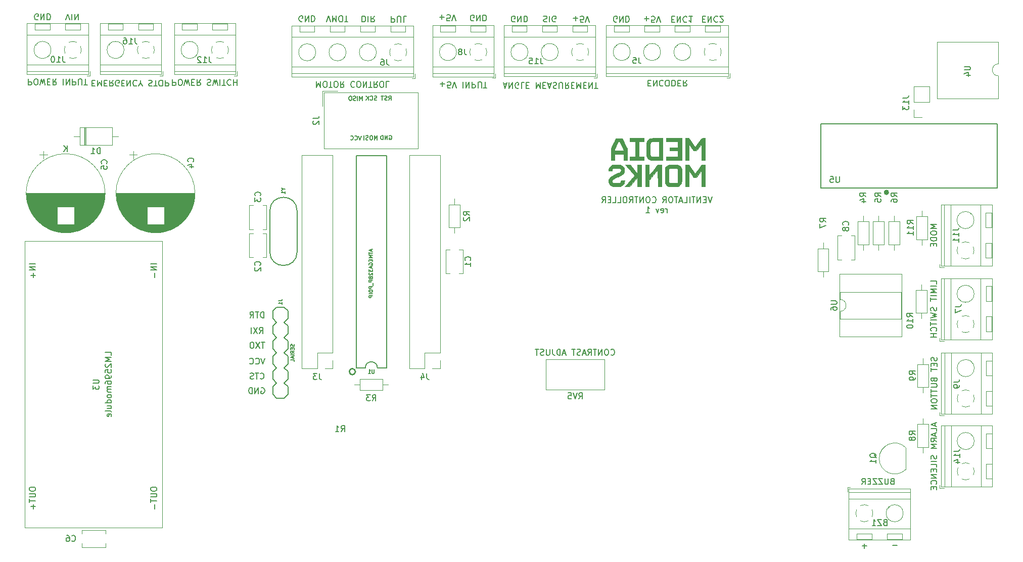
<source format=gbo>
G04 #@! TF.GenerationSoftware,KiCad,Pcbnew,(5.1.2)-2*
G04 #@! TF.CreationDate,2020-04-07T11:29:11-03:00*
G04 #@! TF.ProjectId,controller,636f6e74-726f-46c6-9c65-722e6b696361,rev?*
G04 #@! TF.SameCoordinates,Original*
G04 #@! TF.FileFunction,Legend,Bot*
G04 #@! TF.FilePolarity,Positive*
%FSLAX46Y46*%
G04 Gerber Fmt 4.6, Leading zero omitted, Abs format (unit mm)*
G04 Created by KiCad (PCBNEW (5.1.2)-2) date 2020-04-07 11:29:11*
%MOMM*%
%LPD*%
G04 APERTURE LIST*
%ADD10C,0.150000*%
%ADD11C,0.120000*%
%ADD12C,0.127000*%
%ADD13C,0.010000*%
%ADD14C,0.203200*%
%ADD15C,0.254000*%
G04 APERTURE END LIST*
D10*
X-41921675Y-17891200D02*
X-41826437Y-17843580D01*
X-41683580Y-17843580D01*
X-41540722Y-17891200D01*
X-41445484Y-17986438D01*
X-41397865Y-18081676D01*
X-41350246Y-18272152D01*
X-41350246Y-18415009D01*
X-41397865Y-18605485D01*
X-41445484Y-18700723D01*
X-41540722Y-18795961D01*
X-41683580Y-18843580D01*
X-41778818Y-18843580D01*
X-41921675Y-18795961D01*
X-41969294Y-18748342D01*
X-41969294Y-18415009D01*
X-41778818Y-18415009D01*
X-42397865Y-18843580D02*
X-42397865Y-17843580D01*
X-42969294Y-18843580D01*
X-42969294Y-17843580D01*
X-43445484Y-18843580D02*
X-43445484Y-17843580D01*
X-43683580Y-17843580D01*
X-43826437Y-17891200D01*
X-43921675Y-17986438D01*
X-43969294Y-18081676D01*
X-44016913Y-18272152D01*
X-44016913Y-18415009D01*
X-43969294Y-18605485D01*
X-43921675Y-18700723D01*
X-43826437Y-18795961D01*
X-43683580Y-18843580D01*
X-43445484Y-18843580D01*
X33591904Y14122619D02*
X33258571Y13122619D01*
X32925238Y14122619D01*
X32591904Y13646428D02*
X32258571Y13646428D01*
X32115714Y13122619D02*
X32591904Y13122619D01*
X32591904Y14122619D01*
X32115714Y14122619D01*
X31687142Y13122619D02*
X31687142Y14122619D01*
X31115714Y13122619D01*
X31115714Y14122619D01*
X30782380Y14122619D02*
X30210952Y14122619D01*
X30496666Y13122619D02*
X30496666Y14122619D01*
X29877619Y13122619D02*
X29877619Y14122619D01*
X28925238Y13122619D02*
X29401428Y13122619D01*
X29401428Y14122619D01*
X28639523Y13408333D02*
X28163333Y13408333D01*
X28734761Y13122619D02*
X28401428Y14122619D01*
X28068095Y13122619D01*
X27877619Y14122619D02*
X27306190Y14122619D01*
X27591904Y13122619D02*
X27591904Y14122619D01*
X26782380Y14122619D02*
X26591904Y14122619D01*
X26496666Y14075000D01*
X26401428Y13979761D01*
X26353809Y13789285D01*
X26353809Y13455952D01*
X26401428Y13265476D01*
X26496666Y13170238D01*
X26591904Y13122619D01*
X26782380Y13122619D01*
X26877619Y13170238D01*
X26972857Y13265476D01*
X27020476Y13455952D01*
X27020476Y13789285D01*
X26972857Y13979761D01*
X26877619Y14075000D01*
X26782380Y14122619D01*
X25353809Y13122619D02*
X25687142Y13598809D01*
X25925238Y13122619D02*
X25925238Y14122619D01*
X25544285Y14122619D01*
X25449047Y14075000D01*
X25401428Y14027380D01*
X25353809Y13932142D01*
X25353809Y13789285D01*
X25401428Y13694047D01*
X25449047Y13646428D01*
X25544285Y13598809D01*
X25925238Y13598809D01*
X23591904Y13217857D02*
X23639523Y13170238D01*
X23782380Y13122619D01*
X23877619Y13122619D01*
X24020476Y13170238D01*
X24115714Y13265476D01*
X24163333Y13360714D01*
X24210952Y13551190D01*
X24210952Y13694047D01*
X24163333Y13884523D01*
X24115714Y13979761D01*
X24020476Y14075000D01*
X23877619Y14122619D01*
X23782380Y14122619D01*
X23639523Y14075000D01*
X23591904Y14027380D01*
X22972857Y14122619D02*
X22782380Y14122619D01*
X22687142Y14075000D01*
X22591904Y13979761D01*
X22544285Y13789285D01*
X22544285Y13455952D01*
X22591904Y13265476D01*
X22687142Y13170238D01*
X22782380Y13122619D01*
X22972857Y13122619D01*
X23068095Y13170238D01*
X23163333Y13265476D01*
X23210952Y13455952D01*
X23210952Y13789285D01*
X23163333Y13979761D01*
X23068095Y14075000D01*
X22972857Y14122619D01*
X22115714Y13122619D02*
X22115714Y14122619D01*
X21544285Y13122619D01*
X21544285Y14122619D01*
X21210952Y14122619D02*
X20639523Y14122619D01*
X20925238Y13122619D02*
X20925238Y14122619D01*
X19734761Y13122619D02*
X20068095Y13598809D01*
X20306190Y13122619D02*
X20306190Y14122619D01*
X19925238Y14122619D01*
X19830000Y14075000D01*
X19782380Y14027380D01*
X19734761Y13932142D01*
X19734761Y13789285D01*
X19782380Y13694047D01*
X19830000Y13646428D01*
X19925238Y13598809D01*
X20306190Y13598809D01*
X19115714Y14122619D02*
X18925238Y14122619D01*
X18830000Y14075000D01*
X18734761Y13979761D01*
X18687142Y13789285D01*
X18687142Y13455952D01*
X18734761Y13265476D01*
X18830000Y13170238D01*
X18925238Y13122619D01*
X19115714Y13122619D01*
X19210952Y13170238D01*
X19306190Y13265476D01*
X19353809Y13455952D01*
X19353809Y13789285D01*
X19306190Y13979761D01*
X19210952Y14075000D01*
X19115714Y14122619D01*
X17782380Y13122619D02*
X18258571Y13122619D01*
X18258571Y14122619D01*
X16972857Y13122619D02*
X17449047Y13122619D01*
X17449047Y14122619D01*
X16639523Y13646428D02*
X16306190Y13646428D01*
X16163333Y13122619D02*
X16639523Y13122619D01*
X16639523Y14122619D01*
X16163333Y14122619D01*
X15163333Y13122619D02*
X15496666Y13598809D01*
X15734761Y13122619D02*
X15734761Y14122619D01*
X15353809Y14122619D01*
X15258571Y14075000D01*
X15210952Y14027380D01*
X15163333Y13932142D01*
X15163333Y13789285D01*
X15210952Y13694047D01*
X15258571Y13646428D01*
X15353809Y13598809D01*
X15734761Y13598809D01*
X26068095Y11472619D02*
X26068095Y12139285D01*
X26068095Y11948809D02*
X26020476Y12044047D01*
X25972857Y12091666D01*
X25877619Y12139285D01*
X25782380Y12139285D01*
X25068095Y11520238D02*
X25163333Y11472619D01*
X25353809Y11472619D01*
X25449047Y11520238D01*
X25496666Y11615476D01*
X25496666Y11996428D01*
X25449047Y12091666D01*
X25353809Y12139285D01*
X25163333Y12139285D01*
X25068095Y12091666D01*
X25020476Y11996428D01*
X25020476Y11901190D01*
X25496666Y11805952D01*
X24687142Y12139285D02*
X24449047Y11472619D01*
X24210952Y12139285D01*
X22544285Y11472619D02*
X23115714Y11472619D01*
X22830000Y11472619D02*
X22830000Y12472619D01*
X22925238Y12329761D01*
X23020476Y12234523D01*
X23115714Y12186904D01*
X32009294Y43862951D02*
X32342627Y43862951D01*
X32485484Y44386760D02*
X32009294Y44386760D01*
X32009294Y43386760D01*
X32485484Y43386760D01*
X32914056Y44386760D02*
X32914056Y43386760D01*
X33485484Y44386760D01*
X33485484Y43386760D01*
X34533103Y44291522D02*
X34485484Y44339141D01*
X34342627Y44386760D01*
X34247389Y44386760D01*
X34104532Y44339141D01*
X34009294Y44243903D01*
X33961675Y44148665D01*
X33914056Y43958189D01*
X33914056Y43815332D01*
X33961675Y43624856D01*
X34009294Y43529618D01*
X34104532Y43434380D01*
X34247389Y43386760D01*
X34342627Y43386760D01*
X34485484Y43434380D01*
X34533103Y43481999D01*
X34914056Y43481999D02*
X34961675Y43434380D01*
X35056913Y43386760D01*
X35295008Y43386760D01*
X35390246Y43434380D01*
X35437865Y43481999D01*
X35485484Y43577237D01*
X35485484Y43672475D01*
X35437865Y43815332D01*
X34866437Y44386760D01*
X35485484Y44386760D01*
X26848014Y43814691D02*
X27181347Y43814691D01*
X27324204Y44338500D02*
X26848014Y44338500D01*
X26848014Y43338500D01*
X27324204Y43338500D01*
X27752776Y44338500D02*
X27752776Y43338500D01*
X28324204Y44338500D01*
X28324204Y43338500D01*
X29371823Y44243262D02*
X29324204Y44290881D01*
X29181347Y44338500D01*
X29086109Y44338500D01*
X28943252Y44290881D01*
X28848014Y44195643D01*
X28800395Y44100405D01*
X28752776Y43909929D01*
X28752776Y43767072D01*
X28800395Y43576596D01*
X28848014Y43481358D01*
X28943252Y43386120D01*
X29086109Y43338500D01*
X29181347Y43338500D01*
X29324204Y43386120D01*
X29371823Y43433739D01*
X30324204Y44338500D02*
X29752776Y44338500D01*
X30038490Y44338500D02*
X30038490Y43338500D01*
X29943252Y43481358D01*
X29848014Y43576596D01*
X29752776Y43624215D01*
X-6311904Y43620000D02*
X-6407142Y43572380D01*
X-6550000Y43572380D01*
X-6692857Y43620000D01*
X-6788095Y43715238D01*
X-6835714Y43810476D01*
X-6883333Y44000952D01*
X-6883333Y44143809D01*
X-6835714Y44334285D01*
X-6788095Y44429523D01*
X-6692857Y44524761D01*
X-6550000Y44572380D01*
X-6454761Y44572380D01*
X-6311904Y44524761D01*
X-6264285Y44477142D01*
X-6264285Y44143809D01*
X-6454761Y44143809D01*
X-5835714Y44572380D02*
X-5835714Y43572380D01*
X-5264285Y44572380D01*
X-5264285Y43572380D01*
X-4788095Y44572380D02*
X-4788095Y43572380D01*
X-4550000Y43572380D01*
X-4407142Y43620000D01*
X-4311904Y43715238D01*
X-4264285Y43810476D01*
X-4216666Y44000952D01*
X-4216666Y44143809D01*
X-4264285Y44334285D01*
X-4311904Y44429523D01*
X-4407142Y44524761D01*
X-4550000Y44572380D01*
X-4788095Y44572380D01*
X-12025714Y44231428D02*
X-11263809Y44231428D01*
X-11644761Y44612380D02*
X-11644761Y43850476D01*
X-10311428Y43612380D02*
X-10787619Y43612380D01*
X-10835238Y44088571D01*
X-10787619Y44040952D01*
X-10692380Y43993333D01*
X-10454285Y43993333D01*
X-10359047Y44040952D01*
X-10311428Y44088571D01*
X-10263809Y44183809D01*
X-10263809Y44421904D01*
X-10311428Y44517142D01*
X-10359047Y44564761D01*
X-10454285Y44612380D01*
X-10692380Y44612380D01*
X-10787619Y44564761D01*
X-10835238Y44517142D01*
X-9978095Y43612380D02*
X-9644761Y44612380D01*
X-9311428Y43612380D01*
X-22499140Y23660933D02*
X-22499140Y24360933D01*
X-22732473Y23860933D01*
X-22965806Y24360933D01*
X-22965806Y23660933D01*
X-23432473Y24360933D02*
X-23565806Y24360933D01*
X-23632473Y24327600D01*
X-23699140Y24260933D01*
X-23732473Y24127600D01*
X-23732473Y23894266D01*
X-23699140Y23760933D01*
X-23632473Y23694266D01*
X-23565806Y23660933D01*
X-23432473Y23660933D01*
X-23365806Y23694266D01*
X-23299140Y23760933D01*
X-23265806Y23894266D01*
X-23265806Y24127600D01*
X-23299140Y24260933D01*
X-23365806Y24327600D01*
X-23432473Y24360933D01*
X-23999140Y23694266D02*
X-24099140Y23660933D01*
X-24265806Y23660933D01*
X-24332473Y23694266D01*
X-24365806Y23727600D01*
X-24399140Y23794266D01*
X-24399140Y23860933D01*
X-24365806Y23927600D01*
X-24332473Y23960933D01*
X-24265806Y23994266D01*
X-24132473Y24027600D01*
X-24065806Y24060933D01*
X-24032473Y24094266D01*
X-23999140Y24160933D01*
X-23999140Y24227600D01*
X-24032473Y24294266D01*
X-24065806Y24327600D01*
X-24132473Y24360933D01*
X-24299140Y24360933D01*
X-24399140Y24327600D01*
X-24699140Y23660933D02*
X-24699140Y24360933D01*
X-22567060Y30351606D02*
X-22667060Y30318273D01*
X-22833726Y30318273D01*
X-22900393Y30351606D01*
X-22933726Y30384940D01*
X-22967060Y30451606D01*
X-22967060Y30518273D01*
X-22933726Y30584940D01*
X-22900393Y30618273D01*
X-22833726Y30651606D01*
X-22700393Y30684940D01*
X-22633726Y30718273D01*
X-22600393Y30751606D01*
X-22567060Y30818273D01*
X-22567060Y30884940D01*
X-22600393Y30951606D01*
X-22633726Y30984940D01*
X-22700393Y31018273D01*
X-22867060Y31018273D01*
X-22967060Y30984940D01*
X-23667060Y30384940D02*
X-23633726Y30351606D01*
X-23533726Y30318273D01*
X-23467060Y30318273D01*
X-23367060Y30351606D01*
X-23300393Y30418273D01*
X-23267060Y30484940D01*
X-23233726Y30618273D01*
X-23233726Y30718273D01*
X-23267060Y30851606D01*
X-23300393Y30918273D01*
X-23367060Y30984940D01*
X-23467060Y31018273D01*
X-23533726Y31018273D01*
X-23633726Y30984940D01*
X-23667060Y30951606D01*
X-23967060Y30318273D02*
X-23967060Y31018273D01*
X-24367060Y30318273D02*
X-24067060Y30718273D01*
X-24367060Y31018273D02*
X-23967060Y30618273D01*
X-20566586Y30318273D02*
X-20333253Y30651606D01*
X-20166586Y30318273D02*
X-20166586Y31018273D01*
X-20433253Y31018273D01*
X-20499920Y30984940D01*
X-20533253Y30951606D01*
X-20566586Y30884940D01*
X-20566586Y30784940D01*
X-20533253Y30718273D01*
X-20499920Y30684940D01*
X-20433253Y30651606D01*
X-20166586Y30651606D01*
X-20833253Y30351606D02*
X-20933253Y30318273D01*
X-21099920Y30318273D01*
X-21166586Y30351606D01*
X-21199920Y30384940D01*
X-21233253Y30451606D01*
X-21233253Y30518273D01*
X-21199920Y30584940D01*
X-21166586Y30618273D01*
X-21099920Y30651606D01*
X-20966586Y30684940D01*
X-20899920Y30718273D01*
X-20866586Y30751606D01*
X-20833253Y30818273D01*
X-20833253Y30884940D01*
X-20866586Y30951606D01*
X-20899920Y30984940D01*
X-20966586Y31018273D01*
X-21133253Y31018273D01*
X-21233253Y30984940D01*
X-21433253Y31018273D02*
X-21833253Y31018273D01*
X-21633253Y30318273D02*
X-21633253Y31018273D01*
X-24983260Y30267473D02*
X-24983260Y30967473D01*
X-25216593Y30467473D01*
X-25449926Y30967473D01*
X-25449926Y30267473D01*
X-25783260Y30267473D02*
X-25783260Y30967473D01*
X-26083260Y30300806D02*
X-26183260Y30267473D01*
X-26349926Y30267473D01*
X-26416593Y30300806D01*
X-26449926Y30334140D01*
X-26483260Y30400806D01*
X-26483260Y30467473D01*
X-26449926Y30534140D01*
X-26416593Y30567473D01*
X-26349926Y30600806D01*
X-26216593Y30634140D01*
X-26149926Y30667473D01*
X-26116593Y30700806D01*
X-26083260Y30767473D01*
X-26083260Y30834140D01*
X-26116593Y30900806D01*
X-26149926Y30934140D01*
X-26216593Y30967473D01*
X-26383260Y30967473D01*
X-26483260Y30934140D01*
X-26916593Y30967473D02*
X-27049926Y30967473D01*
X-27116593Y30934140D01*
X-27183260Y30867473D01*
X-27216593Y30734140D01*
X-27216593Y30500806D01*
X-27183260Y30367473D01*
X-27116593Y30300806D01*
X-27049926Y30267473D01*
X-26916593Y30267473D01*
X-26849926Y30300806D01*
X-26783260Y30367473D01*
X-26749926Y30500806D01*
X-26749926Y30734140D01*
X-26783260Y30867473D01*
X-26849926Y30934140D01*
X-26916593Y30967473D01*
X-25149926Y24345693D02*
X-25383260Y23645693D01*
X-25616593Y24345693D01*
X-26249926Y23712360D02*
X-26216593Y23679026D01*
X-26116593Y23645693D01*
X-26049926Y23645693D01*
X-25949926Y23679026D01*
X-25883260Y23745693D01*
X-25849926Y23812360D01*
X-25816593Y23945693D01*
X-25816593Y24045693D01*
X-25849926Y24179026D01*
X-25883260Y24245693D01*
X-25949926Y24312360D01*
X-26049926Y24345693D01*
X-26116593Y24345693D01*
X-26216593Y24312360D01*
X-26249926Y24279026D01*
X-26949926Y23712360D02*
X-26916593Y23679026D01*
X-26816593Y23645693D01*
X-26749926Y23645693D01*
X-26649926Y23679026D01*
X-26583260Y23745693D01*
X-26549926Y23812360D01*
X-26516593Y23945693D01*
X-26516593Y24045693D01*
X-26549926Y24179026D01*
X-26583260Y24245693D01*
X-26649926Y24312360D01*
X-26749926Y24345693D01*
X-26816593Y24345693D01*
X-26916593Y24312360D01*
X-26949926Y24279026D01*
X-20449606Y24345380D02*
X-20382940Y24378713D01*
X-20282940Y24378713D01*
X-20182940Y24345380D01*
X-20116273Y24278713D01*
X-20082940Y24212046D01*
X-20049606Y24078713D01*
X-20049606Y23978713D01*
X-20082940Y23845380D01*
X-20116273Y23778713D01*
X-20182940Y23712046D01*
X-20282940Y23678713D01*
X-20349606Y23678713D01*
X-20449606Y23712046D01*
X-20482940Y23745380D01*
X-20482940Y23978713D01*
X-20349606Y23978713D01*
X-20782940Y23678713D02*
X-20782940Y24378713D01*
X-21182940Y23678713D01*
X-21182940Y24378713D01*
X-21516273Y23678713D02*
X-21516273Y24378713D01*
X-21682940Y24378713D01*
X-21782940Y24345380D01*
X-21849606Y24278713D01*
X-21882940Y24212046D01*
X-21916273Y24078713D01*
X-21916273Y23978713D01*
X-21882940Y23845380D01*
X-21849606Y23778713D01*
X-21782940Y23712046D01*
X-21682940Y23678713D01*
X-21516273Y23678713D01*
X-42065960Y-16308342D02*
X-42018341Y-16355961D01*
X-41875484Y-16403580D01*
X-41780246Y-16403580D01*
X-41637389Y-16355961D01*
X-41542151Y-16260723D01*
X-41494532Y-16165485D01*
X-41446913Y-15975009D01*
X-41446913Y-15832152D01*
X-41494532Y-15641676D01*
X-41542151Y-15546438D01*
X-41637389Y-15451200D01*
X-41780246Y-15403580D01*
X-41875484Y-15403580D01*
X-42018341Y-15451200D01*
X-42065960Y-15498819D01*
X-42351675Y-15403580D02*
X-42923103Y-15403580D01*
X-42637389Y-16403580D02*
X-42637389Y-15403580D01*
X-43208818Y-16355961D02*
X-43351675Y-16403580D01*
X-43589770Y-16403580D01*
X-43685008Y-16355961D01*
X-43732627Y-16308342D01*
X-43780246Y-16213104D01*
X-43780246Y-16117866D01*
X-43732627Y-16022628D01*
X-43685008Y-15975009D01*
X-43589770Y-15927390D01*
X-43399294Y-15879771D01*
X-43304056Y-15832152D01*
X-43256437Y-15784533D01*
X-43208818Y-15689295D01*
X-43208818Y-15594057D01*
X-43256437Y-15498819D01*
X-43304056Y-15451200D01*
X-43399294Y-15403580D01*
X-43637389Y-15403580D01*
X-43780246Y-15451200D01*
X-41280246Y-12914380D02*
X-41613580Y-13914380D01*
X-41946913Y-12914380D01*
X-42851675Y-13819142D02*
X-42804056Y-13866761D01*
X-42661199Y-13914380D01*
X-42565960Y-13914380D01*
X-42423103Y-13866761D01*
X-42327865Y-13771523D01*
X-42280246Y-13676285D01*
X-42232627Y-13485809D01*
X-42232627Y-13342952D01*
X-42280246Y-13152476D01*
X-42327865Y-13057238D01*
X-42423103Y-12962000D01*
X-42565960Y-12914380D01*
X-42661199Y-12914380D01*
X-42804056Y-12962000D01*
X-42851675Y-13009619D01*
X-43851675Y-13819142D02*
X-43804056Y-13866761D01*
X-43661199Y-13914380D01*
X-43565960Y-13914380D01*
X-43423103Y-13866761D01*
X-43327865Y-13771523D01*
X-43280246Y-13676285D01*
X-43232627Y-13485809D01*
X-43232627Y-13342952D01*
X-43280246Y-13152476D01*
X-43327865Y-13057238D01*
X-43423103Y-12962000D01*
X-43565960Y-12914380D01*
X-43661199Y-12914380D01*
X-43804056Y-12962000D01*
X-43851675Y-13009619D01*
X-41327865Y-10247380D02*
X-41899294Y-10247380D01*
X-41613580Y-11247380D02*
X-41613580Y-10247380D01*
X-42137389Y-10247380D02*
X-42804056Y-11247380D01*
X-42804056Y-10247380D02*
X-42137389Y-11247380D01*
X-43375484Y-10247380D02*
X-43565960Y-10247380D01*
X-43661199Y-10295000D01*
X-43756437Y-10390238D01*
X-43804056Y-10580714D01*
X-43804056Y-10914047D01*
X-43756437Y-11104523D01*
X-43661199Y-11199761D01*
X-43565960Y-11247380D01*
X-43375484Y-11247380D01*
X-43280246Y-11199761D01*
X-43185008Y-11104523D01*
X-43137389Y-10914047D01*
X-43137389Y-10580714D01*
X-43185008Y-10390238D01*
X-43280246Y-10295000D01*
X-43375484Y-10247380D01*
X-42208818Y-8765800D02*
X-41875484Y-8289610D01*
X-41637389Y-8765800D02*
X-41637389Y-7765800D01*
X-42018341Y-7765800D01*
X-42113580Y-7813420D01*
X-42161199Y-7861039D01*
X-42208818Y-7956277D01*
X-42208818Y-8099134D01*
X-42161199Y-8194372D01*
X-42113580Y-8241991D01*
X-42018341Y-8289610D01*
X-41637389Y-8289610D01*
X-42542151Y-7765800D02*
X-43208818Y-8765800D01*
X-43208818Y-7765800D02*
X-42542151Y-8765800D01*
X-43589770Y-8765800D02*
X-43589770Y-7765800D01*
X-41470722Y-6152140D02*
X-41470722Y-5152140D01*
X-41708818Y-5152140D01*
X-41851675Y-5199760D01*
X-41946913Y-5294998D01*
X-41994532Y-5390236D01*
X-42042151Y-5580712D01*
X-42042151Y-5723569D01*
X-41994532Y-5914045D01*
X-41946913Y-6009283D01*
X-41851675Y-6104521D01*
X-41708818Y-6152140D01*
X-41470722Y-6152140D01*
X-42327865Y-5152140D02*
X-42899294Y-5152140D01*
X-42613580Y-6152140D02*
X-42613580Y-5152140D01*
X-43804056Y-6152140D02*
X-43470722Y-5675950D01*
X-43232627Y-6152140D02*
X-43232627Y-5152140D01*
X-43613580Y-5152140D01*
X-43708818Y-5199760D01*
X-43756437Y-5247379D01*
X-43804056Y-5342617D01*
X-43804056Y-5485474D01*
X-43756437Y-5580712D01*
X-43708818Y-5628331D01*
X-43613580Y-5675950D01*
X-43232627Y-5675950D01*
X-74635858Y43747440D02*
X-74302524Y44747440D01*
X-73969191Y43747440D01*
X-73635858Y44747440D02*
X-73635858Y43747440D01*
X-73159667Y44747440D02*
X-73159667Y43747440D01*
X-72588239Y44747440D01*
X-72588239Y43747440D01*
X-79319024Y43810300D02*
X-79414262Y43762680D01*
X-79557120Y43762680D01*
X-79699977Y43810300D01*
X-79795215Y43905538D01*
X-79842834Y44000776D01*
X-79890453Y44191252D01*
X-79890453Y44334109D01*
X-79842834Y44524585D01*
X-79795215Y44619823D01*
X-79699977Y44715061D01*
X-79557120Y44762680D01*
X-79461881Y44762680D01*
X-79319024Y44715061D01*
X-79271405Y44667442D01*
X-79271405Y44334109D01*
X-79461881Y44334109D01*
X-78842834Y44762680D02*
X-78842834Y43762680D01*
X-78271405Y44762680D01*
X-78271405Y43762680D01*
X-77795215Y44762680D02*
X-77795215Y43762680D01*
X-77557120Y43762680D01*
X-77414262Y43810300D01*
X-77319024Y43905538D01*
X-77271405Y44000776D01*
X-77223786Y44191252D01*
X-77223786Y44334109D01*
X-77271405Y44524585D01*
X-77319024Y44619823D01*
X-77414262Y44715061D01*
X-77557120Y44762680D01*
X-77795215Y44762680D01*
X63819047Y-44298571D02*
X64580952Y-44298571D01*
X59111428Y-43989047D02*
X59111428Y-44750952D01*
X59492380Y-44370000D02*
X58730476Y-44370000D01*
X5384610Y44354381D02*
X5527467Y44402000D01*
X5765562Y44402000D01*
X5860800Y44354381D01*
X5908420Y44306762D01*
X5956039Y44211524D01*
X5956039Y44116286D01*
X5908420Y44021048D01*
X5860800Y43973429D01*
X5765562Y43925810D01*
X5575086Y43878191D01*
X5479848Y43830572D01*
X5432229Y43782953D01*
X5384610Y43687715D01*
X5384610Y43592477D01*
X5432229Y43497239D01*
X5479848Y43449620D01*
X5575086Y43402000D01*
X5813181Y43402000D01*
X5956039Y43449620D01*
X6384610Y44402000D02*
X6384610Y43402000D01*
X7384610Y43449620D02*
X7289372Y43402000D01*
X7146515Y43402000D01*
X7003658Y43449620D01*
X6908420Y43544858D01*
X6860800Y43640096D01*
X6813181Y43830572D01*
X6813181Y43973429D01*
X6860800Y44163905D01*
X6908420Y44259143D01*
X7003658Y44354381D01*
X7146515Y44402000D01*
X7241753Y44402000D01*
X7384610Y44354381D01*
X7432229Y44306762D01*
X7432229Y43973429D01*
X7241753Y43973429D01*
X-31000583Y43425500D02*
X-30667250Y44425500D01*
X-30333917Y43425500D01*
X-30000583Y44425500D02*
X-30000583Y43425500D01*
X-29667250Y44139786D01*
X-29333917Y43425500D01*
X-29333917Y44425500D01*
X-28667250Y43425500D02*
X-28476774Y43425500D01*
X-28381536Y43473120D01*
X-28286298Y43568358D01*
X-28238679Y43758834D01*
X-28238679Y44092167D01*
X-28286298Y44282643D01*
X-28381536Y44377881D01*
X-28476774Y44425500D01*
X-28667250Y44425500D01*
X-28762488Y44377881D01*
X-28857726Y44282643D01*
X-28905345Y44092167D01*
X-28905345Y43758834D01*
X-28857726Y43568358D01*
X-28762488Y43473120D01*
X-28667250Y43425500D01*
X-27952964Y43425500D02*
X-27381536Y43425500D01*
X-27667250Y44425500D02*
X-27667250Y43425500D01*
X-25014540Y44402640D02*
X-25014540Y43402640D01*
X-24776444Y43402640D01*
X-24633587Y43450260D01*
X-24538349Y43545498D01*
X-24490730Y43640736D01*
X-24443111Y43831212D01*
X-24443111Y43974069D01*
X-24490730Y44164545D01*
X-24538349Y44259783D01*
X-24633587Y44355021D01*
X-24776444Y44402640D01*
X-25014540Y44402640D01*
X-24014540Y44402640D02*
X-24014540Y43402640D01*
X-22966920Y44402640D02*
X-23300254Y43926450D01*
X-23538349Y44402640D02*
X-23538349Y43402640D01*
X-23157397Y43402640D01*
X-23062159Y43450260D01*
X-23014540Y43497879D01*
X-22966920Y43593117D01*
X-22966920Y43735974D01*
X-23014540Y43831212D01*
X-23062159Y43878831D01*
X-23157397Y43926450D01*
X-23538349Y43926450D01*
X-20112316Y44389940D02*
X-20112316Y43389940D01*
X-19731363Y43389940D01*
X-19636125Y43437560D01*
X-19588506Y43485179D01*
X-19540887Y43580417D01*
X-19540887Y43723274D01*
X-19588506Y43818512D01*
X-19636125Y43866131D01*
X-19731363Y43913750D01*
X-20112316Y43913750D01*
X-19112316Y43389940D02*
X-19112316Y44199464D01*
X-19064697Y44294702D01*
X-19017078Y44342321D01*
X-18921840Y44389940D01*
X-18731363Y44389940D01*
X-18636125Y44342321D01*
X-18588506Y44294702D01*
X-18540887Y44199464D01*
X-18540887Y43389940D01*
X-17588506Y44389940D02*
X-18064697Y44389940D01*
X-18064697Y43389940D01*
X10339865Y44005808D02*
X11101770Y44005808D01*
X10720818Y44386760D02*
X10720818Y43624856D01*
X12054151Y43386760D02*
X11577960Y43386760D01*
X11530341Y43862951D01*
X11577960Y43815332D01*
X11673199Y43767713D01*
X11911294Y43767713D01*
X12006532Y43815332D01*
X12054151Y43862951D01*
X12101770Y43958189D01*
X12101770Y44196284D01*
X12054151Y44291522D01*
X12006532Y44339141D01*
X11911294Y44386760D01*
X11673199Y44386760D01*
X11577960Y44339141D01*
X11530341Y44291522D01*
X12387484Y43386760D02*
X12720818Y44386760D01*
X13054151Y43386760D01*
X563975Y43449620D02*
X468737Y43402000D01*
X325879Y43402000D01*
X183022Y43449620D01*
X87784Y43544858D01*
X40165Y43640096D01*
X-7453Y43830572D01*
X-7453Y43973429D01*
X40165Y44163905D01*
X87784Y44259143D01*
X183022Y44354381D01*
X325880Y44402000D01*
X421118Y44402000D01*
X563975Y44354381D01*
X611594Y44306762D01*
X611594Y43973429D01*
X421118Y43973429D01*
X1040165Y44402000D02*
X1040165Y43402000D01*
X1611594Y44402000D01*
X1611594Y43402000D01*
X2087784Y44402000D02*
X2087784Y43402000D01*
X2325879Y43402000D01*
X2468737Y43449620D01*
X2563975Y43544858D01*
X2611594Y43640096D01*
X2659213Y43830572D01*
X2659213Y43973429D01*
X2611594Y44163905D01*
X2563975Y44259143D01*
X2468737Y44354381D01*
X2325880Y44402000D01*
X2087784Y44402000D01*
X-35022804Y43508680D02*
X-35118042Y43461060D01*
X-35260900Y43461060D01*
X-35403757Y43508680D01*
X-35498995Y43603918D01*
X-35546614Y43699156D01*
X-35594233Y43889632D01*
X-35594233Y44032489D01*
X-35546614Y44222965D01*
X-35498995Y44318203D01*
X-35403757Y44413441D01*
X-35260900Y44461060D01*
X-35165661Y44461060D01*
X-35022804Y44413441D01*
X-34975185Y44365822D01*
X-34975185Y44032489D01*
X-35165661Y44032489D01*
X-34546614Y44461060D02*
X-34546614Y43461060D01*
X-33975185Y44461060D01*
X-33975185Y43461060D01*
X-33498995Y44461060D02*
X-33498995Y43461060D01*
X-33260900Y43461060D01*
X-33118042Y43508680D01*
X-33022804Y43603918D01*
X-32975185Y43699156D01*
X-32927566Y43889632D01*
X-32927566Y44032489D01*
X-32975185Y44222965D01*
X-33022804Y44318203D01*
X-33118042Y44413441D01*
X-33260900Y44461060D01*
X-33498995Y44461060D01*
X17645475Y43436920D02*
X17550237Y43389300D01*
X17407380Y43389300D01*
X17264522Y43436920D01*
X17169284Y43532158D01*
X17121665Y43627396D01*
X17074046Y43817872D01*
X17074046Y43960729D01*
X17121665Y44151205D01*
X17169284Y44246443D01*
X17264522Y44341681D01*
X17407380Y44389300D01*
X17502618Y44389300D01*
X17645475Y44341681D01*
X17693094Y44294062D01*
X17693094Y43960729D01*
X17502618Y43960729D01*
X18121665Y44389300D02*
X18121665Y43389300D01*
X18693094Y44389300D01*
X18693094Y43389300D01*
X19169284Y44389300D02*
X19169284Y43389300D01*
X19407380Y43389300D01*
X19550237Y43436920D01*
X19645475Y43532158D01*
X19693094Y43627396D01*
X19740713Y43817872D01*
X19740713Y43960729D01*
X19693094Y44151205D01*
X19645475Y44246443D01*
X19550237Y44341681D01*
X19407380Y44389300D01*
X19169284Y44389300D01*
X22249925Y43960088D02*
X23011830Y43960088D01*
X22630878Y44341040D02*
X22630878Y43579136D01*
X23964211Y43341040D02*
X23488020Y43341040D01*
X23440401Y43817231D01*
X23488020Y43769612D01*
X23583259Y43721993D01*
X23821354Y43721993D01*
X23916592Y43769612D01*
X23964211Y43817231D01*
X24011830Y43912469D01*
X24011830Y44150564D01*
X23964211Y44245802D01*
X23916592Y44293421D01*
X23821354Y44341040D01*
X23583259Y44341040D01*
X23488020Y44293421D01*
X23440401Y44245802D01*
X24297544Y43341040D02*
X24630878Y44341040D01*
X24964211Y43341040D01*
D11*
X-21567380Y-16451060D02*
X-21567380Y-18291060D01*
X-21567380Y-18291060D02*
X-25407380Y-18291060D01*
X-25407380Y-18291060D02*
X-25407380Y-16451060D01*
X-25407380Y-16451060D02*
X-21567380Y-16451060D01*
X-20617380Y-17371060D02*
X-21567380Y-17371060D01*
X-26357380Y-17371060D02*
X-25407380Y-17371060D01*
D12*
X51866580Y15599920D02*
X51866580Y26299920D01*
X51866580Y26299920D02*
X81366580Y26299920D01*
X81366580Y26299920D02*
X81366580Y15599920D01*
X81366580Y15599920D02*
X51866580Y15599920D01*
X63165789Y14853920D02*
G75*
G03X63165789Y14853920I-359209J0D01*
G01*
X63060580Y14853920D02*
G75*
G03X63060580Y14853920I-254000J0D01*
G01*
X63060580Y14853920D02*
G75*
G03X63060580Y14853920I-254000J0D01*
G01*
X63060580Y14853920D02*
G75*
G03X63060580Y14853920I-254000J0D01*
G01*
X63016033Y14803120D02*
G75*
G03X63016033Y14803120I-209453J0D01*
G01*
X62949221Y14828520D02*
G75*
G03X62949221Y14828520I-193441J0D01*
G01*
X63023596Y14853920D02*
G75*
G03X63023596Y14853920I-217016J0D01*
G01*
X62937699Y14904720D02*
G75*
G03X62937699Y14904720I-80319J0D01*
G01*
X62894771Y14828520D02*
G75*
G03X62894771Y14828520I-113591J0D01*
G01*
X62933580Y14930120D02*
G75*
G03X62933580Y14930120I-127000J0D01*
G01*
D11*
X-81532880Y6682280D02*
X-81532880Y-41317720D01*
X-81532880Y-41317720D02*
X-58532880Y-41317720D01*
X-58532880Y6682280D02*
X-58532880Y-41317720D01*
X-81532880Y6682280D02*
X-58532880Y6682280D01*
X10871709Y37078885D02*
G75*
G03X11498580Y36934160I626871J1285275D01*
G01*
X10212756Y38991522D02*
G75*
G03X10212580Y37737160I1285824J-627362D01*
G01*
X12125942Y39649984D02*
G75*
G03X10871580Y39650160I-627362J-1285824D01*
G01*
X12785191Y37737414D02*
G75*
G03X12784580Y38992160I-1286611J626746D01*
G01*
X11474300Y36933220D02*
G75*
G03X12126580Y37078160I24280J1430940D01*
G01*
X7848580Y38364160D02*
G75*
G03X7848580Y38364160I-1430000J0D01*
G01*
X2768580Y38364160D02*
G75*
G03X2768580Y38364160I-1430000J0D01*
G01*
X14098580Y34814160D02*
X-1261420Y34814160D01*
X14098580Y35914160D02*
X-1261420Y35914160D01*
X14098580Y40914160D02*
X-1261420Y40914160D01*
X14098580Y42824160D02*
X-1261420Y42824160D01*
X14098580Y34254160D02*
X-1261420Y34254160D01*
X14098580Y42824160D02*
X14098580Y34254160D01*
X-1261420Y42824160D02*
X-1261420Y34254160D01*
X12748580Y42764160D02*
X10248580Y42764160D01*
X12748580Y41764160D02*
X10248580Y41764160D01*
X12748580Y42764160D02*
X12748580Y41764160D01*
X10248580Y42764160D02*
X10248580Y41764160D01*
X5333580Y39274160D02*
X5393580Y39215160D01*
X7288580Y37319160D02*
X7328580Y37279160D01*
X5507580Y39449160D02*
X5547580Y39409160D01*
X7442580Y37514160D02*
X7502580Y37454160D01*
X7668580Y42764160D02*
X5168580Y42764160D01*
X7668580Y41764160D02*
X5168580Y41764160D01*
X7668580Y42764160D02*
X7668580Y41764160D01*
X5168580Y42764160D02*
X5168580Y41764160D01*
X253580Y39274160D02*
X313580Y39215160D01*
X2208580Y37319160D02*
X2248580Y37279160D01*
X427580Y39449160D02*
X467580Y39409160D01*
X2362580Y37514160D02*
X2422580Y37454160D01*
X2588580Y42764160D02*
X88580Y42764160D01*
X2588580Y41764160D02*
X88580Y41764160D01*
X2588580Y42764160D02*
X2588580Y41764160D01*
X88580Y42764160D02*
X88580Y41764160D01*
X14338580Y34754160D02*
X14338580Y34014160D01*
X14338580Y34014160D02*
X13838580Y34014160D01*
D13*
G36*
X29113666Y15806000D02*
G01*
X29727186Y15806000D01*
X29732635Y17150414D01*
X29738083Y18494828D01*
X30128244Y17933581D01*
X30518405Y17372333D01*
X31009902Y17372333D01*
X31823000Y18542561D01*
X31823000Y15806000D01*
X32415666Y15806000D01*
X32415666Y19489000D01*
X32114041Y19488424D01*
X31812416Y19487847D01*
X31293833Y18737901D01*
X31184395Y18579976D01*
X31082334Y18433353D01*
X30990163Y18301591D01*
X30910393Y18188250D01*
X30845535Y18096891D01*
X30798101Y18031073D01*
X30770603Y17994358D01*
X30764666Y17987771D01*
X30750790Y18004572D01*
X30715420Y18052685D01*
X30661067Y18128549D01*
X30590244Y18228608D01*
X30505461Y18349304D01*
X30409232Y18487077D01*
X30304067Y18638371D01*
X30235500Y18737372D01*
X29716916Y19487157D01*
X29415291Y19488078D01*
X29113666Y19489000D01*
X29113666Y15806000D01*
X29113666Y15806000D01*
G37*
X29113666Y15806000D02*
X29727186Y15806000D01*
X29732635Y17150414D01*
X29738083Y18494828D01*
X30128244Y17933581D01*
X30518405Y17372333D01*
X31009902Y17372333D01*
X31823000Y18542561D01*
X31823000Y15806000D01*
X32415666Y15806000D01*
X32415666Y19489000D01*
X32114041Y19488424D01*
X31812416Y19487847D01*
X31293833Y18737901D01*
X31184395Y18579976D01*
X31082334Y18433353D01*
X30990163Y18301591D01*
X30910393Y18188250D01*
X30845535Y18096891D01*
X30798101Y18031073D01*
X30770603Y17994358D01*
X30764666Y17987771D01*
X30750790Y18004572D01*
X30715420Y18052685D01*
X30661067Y18128549D01*
X30590244Y18228608D01*
X30505461Y18349304D01*
X30409232Y18487077D01*
X30304067Y18638371D01*
X30235500Y18737372D01*
X29716916Y19487157D01*
X29415291Y19488078D01*
X29113666Y19489000D01*
X29113666Y15806000D01*
G36*
X26881703Y19487219D02*
G01*
X26697631Y19482966D01*
X26545384Y19474430D01*
X26419730Y19460429D01*
X26315435Y19439781D01*
X26227268Y19411301D01*
X26149996Y19373807D01*
X26078387Y19326116D01*
X26007209Y19267045D01*
X25969306Y19232078D01*
X25859291Y19100046D01*
X25776656Y18940672D01*
X25726920Y18768911D01*
X25722317Y18723145D01*
X25718143Y18639063D01*
X25714471Y18520682D01*
X25711375Y18372018D01*
X25708930Y18197088D01*
X25707208Y17999907D01*
X25706285Y17784493D01*
X25706146Y17639319D01*
X25706438Y17385206D01*
X25707341Y17169514D01*
X25709155Y16988332D01*
X25712175Y16837748D01*
X25716700Y16713852D01*
X25723026Y16612731D01*
X25731450Y16530476D01*
X25742270Y16463174D01*
X25755784Y16406914D01*
X25772287Y16357786D01*
X25792078Y16311877D01*
X25809728Y16276292D01*
X25901504Y16142060D01*
X26026209Y16025249D01*
X26176164Y15931324D01*
X26343688Y15865751D01*
X26409359Y15849609D01*
X26469778Y15841722D01*
X26564807Y15834888D01*
X26686733Y15829230D01*
X26827843Y15824875D01*
X26980424Y15821944D01*
X27136763Y15820562D01*
X27289146Y15820854D01*
X27429861Y15822943D01*
X27551194Y15826953D01*
X27610833Y15830289D01*
X27824450Y15858376D01*
X28004986Y15911422D01*
X28076500Y15943885D01*
X28150389Y15992724D01*
X28233547Y16063994D01*
X28312282Y16144565D01*
X28372898Y16221303D01*
X28383709Y16238506D01*
X28410995Y16285674D01*
X28433948Y16328897D01*
X28452976Y16372216D01*
X28468485Y16419669D01*
X28480882Y16475297D01*
X28490572Y16543139D01*
X28497963Y16627235D01*
X28503461Y16731625D01*
X28507472Y16860347D01*
X28510403Y17017442D01*
X28512661Y17206950D01*
X28512815Y17224437D01*
X27904408Y17224437D01*
X27903500Y17044157D01*
X27901435Y16899273D01*
X27898171Y16787476D01*
X27893669Y16706458D01*
X27887888Y16653910D01*
X27884339Y16636980D01*
X27837940Y16536149D01*
X27765159Y16460092D01*
X27687129Y16420908D01*
X27648513Y16415710D01*
X27574036Y16411338D01*
X27470169Y16407959D01*
X27343379Y16405735D01*
X27200135Y16404831D01*
X27070091Y16405226D01*
X26900107Y16406739D01*
X26767218Y16408740D01*
X26666186Y16411585D01*
X26591773Y16415628D01*
X26538741Y16421228D01*
X26501852Y16428739D01*
X26475868Y16438518D01*
X26461844Y16446587D01*
X26425466Y16473772D01*
X26394693Y16506073D01*
X26369106Y16546983D01*
X26348285Y16599994D01*
X26331812Y16668599D01*
X26319268Y16756290D01*
X26310235Y16866560D01*
X26304293Y17002900D01*
X26301023Y17168804D01*
X26300007Y17367764D01*
X26300827Y17603272D01*
X26302149Y17778174D01*
X26303781Y18025334D01*
X26305588Y18233563D01*
X26309871Y18406209D01*
X26318930Y18546621D01*
X26335065Y18658148D01*
X26360576Y18744139D01*
X26397764Y18807942D01*
X26448927Y18852905D01*
X26516367Y18882378D01*
X26602384Y18899709D01*
X26709276Y18908248D01*
X26839346Y18911341D01*
X26994892Y18912340D01*
X27081666Y18913085D01*
X27247036Y18914852D01*
X27375798Y18915657D01*
X27473672Y18915118D01*
X27546380Y18912854D01*
X27599643Y18908484D01*
X27639183Y18901624D01*
X27670720Y18891894D01*
X27699975Y18878912D01*
X27716182Y18870751D01*
X27792378Y18818733D01*
X27849234Y18755569D01*
X27853766Y18748167D01*
X27863833Y18729187D01*
X27872227Y18707596D01*
X27879130Y18679510D01*
X27884724Y18641041D01*
X27889192Y18588303D01*
X27892716Y18517410D01*
X27895479Y18424476D01*
X27897662Y18305615D01*
X27899448Y18156941D01*
X27901019Y17974566D01*
X27902557Y17754606D01*
X27902912Y17700417D01*
X27904198Y17442421D01*
X27904408Y17224437D01*
X28512815Y17224437D01*
X28514651Y17432910D01*
X28515580Y17549035D01*
X28517318Y17843966D01*
X28517523Y18097144D01*
X28516195Y18308465D01*
X28513336Y18477828D01*
X28508948Y18605130D01*
X28503032Y18690270D01*
X28500221Y18712606D01*
X28456958Y18894843D01*
X28386334Y19049383D01*
X28284680Y19183611D01*
X28247655Y19220956D01*
X28172800Y19288908D01*
X28101110Y19344415D01*
X28027311Y19388710D01*
X27946133Y19423024D01*
X27852304Y19448587D01*
X27740551Y19466632D01*
X27605605Y19478390D01*
X27442191Y19485093D01*
X27245040Y19487971D01*
X27102833Y19488374D01*
X26881703Y19487219D01*
X26881703Y19487219D01*
G37*
X26881703Y19487219D02*
X26697631Y19482966D01*
X26545384Y19474430D01*
X26419730Y19460429D01*
X26315435Y19439781D01*
X26227268Y19411301D01*
X26149996Y19373807D01*
X26078387Y19326116D01*
X26007209Y19267045D01*
X25969306Y19232078D01*
X25859291Y19100046D01*
X25776656Y18940672D01*
X25726920Y18768911D01*
X25722317Y18723145D01*
X25718143Y18639063D01*
X25714471Y18520682D01*
X25711375Y18372018D01*
X25708930Y18197088D01*
X25707208Y17999907D01*
X25706285Y17784493D01*
X25706146Y17639319D01*
X25706438Y17385206D01*
X25707341Y17169514D01*
X25709155Y16988332D01*
X25712175Y16837748D01*
X25716700Y16713852D01*
X25723026Y16612731D01*
X25731450Y16530476D01*
X25742270Y16463174D01*
X25755784Y16406914D01*
X25772287Y16357786D01*
X25792078Y16311877D01*
X25809728Y16276292D01*
X25901504Y16142060D01*
X26026209Y16025249D01*
X26176164Y15931324D01*
X26343688Y15865751D01*
X26409359Y15849609D01*
X26469778Y15841722D01*
X26564807Y15834888D01*
X26686733Y15829230D01*
X26827843Y15824875D01*
X26980424Y15821944D01*
X27136763Y15820562D01*
X27289146Y15820854D01*
X27429861Y15822943D01*
X27551194Y15826953D01*
X27610833Y15830289D01*
X27824450Y15858376D01*
X28004986Y15911422D01*
X28076500Y15943885D01*
X28150389Y15992724D01*
X28233547Y16063994D01*
X28312282Y16144565D01*
X28372898Y16221303D01*
X28383709Y16238506D01*
X28410995Y16285674D01*
X28433948Y16328897D01*
X28452976Y16372216D01*
X28468485Y16419669D01*
X28480882Y16475297D01*
X28490572Y16543139D01*
X28497963Y16627235D01*
X28503461Y16731625D01*
X28507472Y16860347D01*
X28510403Y17017442D01*
X28512661Y17206950D01*
X28512815Y17224437D01*
X27904408Y17224437D01*
X27903500Y17044157D01*
X27901435Y16899273D01*
X27898171Y16787476D01*
X27893669Y16706458D01*
X27887888Y16653910D01*
X27884339Y16636980D01*
X27837940Y16536149D01*
X27765159Y16460092D01*
X27687129Y16420908D01*
X27648513Y16415710D01*
X27574036Y16411338D01*
X27470169Y16407959D01*
X27343379Y16405735D01*
X27200135Y16404831D01*
X27070091Y16405226D01*
X26900107Y16406739D01*
X26767218Y16408740D01*
X26666186Y16411585D01*
X26591773Y16415628D01*
X26538741Y16421228D01*
X26501852Y16428739D01*
X26475868Y16438518D01*
X26461844Y16446587D01*
X26425466Y16473772D01*
X26394693Y16506073D01*
X26369106Y16546983D01*
X26348285Y16599994D01*
X26331812Y16668599D01*
X26319268Y16756290D01*
X26310235Y16866560D01*
X26304293Y17002900D01*
X26301023Y17168804D01*
X26300007Y17367764D01*
X26300827Y17603272D01*
X26302149Y17778174D01*
X26303781Y18025334D01*
X26305588Y18233563D01*
X26309871Y18406209D01*
X26318930Y18546621D01*
X26335065Y18658148D01*
X26360576Y18744139D01*
X26397764Y18807942D01*
X26448927Y18852905D01*
X26516367Y18882378D01*
X26602384Y18899709D01*
X26709276Y18908248D01*
X26839346Y18911341D01*
X26994892Y18912340D01*
X27081666Y18913085D01*
X27247036Y18914852D01*
X27375798Y18915657D01*
X27473672Y18915118D01*
X27546380Y18912854D01*
X27599643Y18908484D01*
X27639183Y18901624D01*
X27670720Y18891894D01*
X27699975Y18878912D01*
X27716182Y18870751D01*
X27792378Y18818733D01*
X27849234Y18755569D01*
X27853766Y18748167D01*
X27863833Y18729187D01*
X27872227Y18707596D01*
X27879130Y18679510D01*
X27884724Y18641041D01*
X27889192Y18588303D01*
X27892716Y18517410D01*
X27895479Y18424476D01*
X27897662Y18305615D01*
X27899448Y18156941D01*
X27901019Y17974566D01*
X27902557Y17754606D01*
X27902912Y17700417D01*
X27904198Y17442421D01*
X27904408Y17224437D01*
X28512815Y17224437D01*
X28514651Y17432910D01*
X28515580Y17549035D01*
X28517318Y17843966D01*
X28517523Y18097144D01*
X28516195Y18308465D01*
X28513336Y18477828D01*
X28508948Y18605130D01*
X28503032Y18690270D01*
X28500221Y18712606D01*
X28456958Y18894843D01*
X28386334Y19049383D01*
X28284680Y19183611D01*
X28247655Y19220956D01*
X28172800Y19288908D01*
X28101110Y19344415D01*
X28027311Y19388710D01*
X27946133Y19423024D01*
X27852304Y19448587D01*
X27740551Y19466632D01*
X27605605Y19478390D01*
X27442191Y19485093D01*
X27245040Y19487971D01*
X27102833Y19488374D01*
X26881703Y19487219D01*
G36*
X22403833Y15806000D02*
G01*
X22996500Y15806000D01*
X22996500Y16827394D01*
X24509916Y18639020D01*
X24520798Y15806000D01*
X25113166Y15806000D01*
X25113166Y19489000D01*
X24509916Y19488294D01*
X23758500Y18587286D01*
X23007083Y17686278D01*
X22996045Y19489000D01*
X22403833Y19489000D01*
X22403833Y15806000D01*
X22403833Y15806000D01*
G37*
X22403833Y15806000D02*
X22996500Y15806000D01*
X22996500Y16827394D01*
X24509916Y18639020D01*
X24520798Y15806000D01*
X25113166Y15806000D01*
X25113166Y19489000D01*
X24509916Y19488294D01*
X23758500Y18587286D01*
X23007083Y17686278D01*
X22996045Y19489000D01*
X22403833Y19489000D01*
X22403833Y15806000D01*
G36*
X16810227Y19408394D02*
G01*
X16648722Y19307967D01*
X16510106Y19178772D01*
X16398595Y19027272D01*
X16318402Y18859931D01*
X16273743Y18683212D01*
X16265751Y18573542D01*
X16265500Y18473000D01*
X16852244Y18473000D01*
X16864677Y18593463D01*
X16887829Y18704386D01*
X16936016Y18789760D01*
X17016982Y18862680D01*
X17028778Y18870882D01*
X17052035Y18885930D01*
X17075702Y18897430D01*
X17105380Y18905778D01*
X17146667Y18911374D01*
X17205164Y18914617D01*
X17286471Y18915904D01*
X17396189Y18915635D01*
X17539916Y18914207D01*
X17623654Y18913215D01*
X18147060Y18906917D01*
X18222018Y18834227D01*
X18295842Y18741457D01*
X18341815Y18638211D01*
X18355311Y18536289D01*
X18351628Y18503763D01*
X18335511Y18447593D01*
X18306867Y18394006D01*
X18262532Y18340956D01*
X18199340Y18286395D01*
X18114130Y18228275D01*
X18003734Y18164551D01*
X17864991Y18093174D01*
X17694735Y18012097D01*
X17489802Y17919273D01*
X17358959Y17861505D01*
X17117709Y17750247D01*
X16914471Y17643963D01*
X16745623Y17539966D01*
X16607542Y17435567D01*
X16496605Y17328080D01*
X16409192Y17214816D01*
X16351758Y17114191D01*
X16290331Y16943873D01*
X16267476Y16767449D01*
X16281122Y16590658D01*
X16329196Y16419239D01*
X16409630Y16258931D01*
X16520351Y16115473D01*
X16659288Y15994603D01*
X16782167Y15921533D01*
X16848128Y15891182D01*
X16912890Y15867216D01*
X16982201Y15849056D01*
X17061812Y15836120D01*
X17157473Y15827828D01*
X17274935Y15823598D01*
X17419946Y15822851D01*
X17598257Y15825005D01*
X17715416Y15827275D01*
X17878430Y15831005D01*
X18005330Y15834867D01*
X18102333Y15839427D01*
X18175658Y15845256D01*
X18231521Y15852919D01*
X18276141Y15862987D01*
X18315733Y15876026D01*
X18335922Y15883974D01*
X18507555Y15976273D01*
X18654737Y16100529D01*
X18773956Y16251908D01*
X18861702Y16425577D01*
X18914465Y16616699D01*
X18924788Y16694786D01*
X18938579Y16843167D01*
X18345730Y16843167D01*
X18332953Y16735291D01*
X18300984Y16605697D01*
X18238505Y16504502D01*
X18171517Y16446364D01*
X18148020Y16431536D01*
X18123338Y16420151D01*
X18091847Y16411756D01*
X18047921Y16405898D01*
X17985935Y16402126D01*
X17900263Y16399987D01*
X17785282Y16399029D01*
X17635364Y16398800D01*
X17579995Y16398806D01*
X17416372Y16399091D01*
X17289567Y16400098D01*
X17194068Y16402208D01*
X17124361Y16405801D01*
X17074933Y16411256D01*
X17040271Y16418953D01*
X17014860Y16429272D01*
X16998741Y16438839D01*
X16917686Y16516095D01*
X16863858Y16616897D01*
X16841354Y16729334D01*
X16854274Y16841493D01*
X16857082Y16850463D01*
X16880088Y16903925D01*
X16914871Y16954989D01*
X16964914Y17005840D01*
X17033701Y17058665D01*
X17124718Y17115649D01*
X17241449Y17178978D01*
X17387378Y17250838D01*
X17565991Y17333415D01*
X17775409Y17426543D01*
X17909806Y17486956D01*
X18043421Y17549566D01*
X18166694Y17609709D01*
X18270064Y17662722D01*
X18343877Y17703882D01*
X18536654Y17837822D01*
X18691920Y17983925D01*
X18808789Y18140643D01*
X18886375Y18306430D01*
X18923792Y18479738D01*
X18920153Y18659020D01*
X18913794Y18698898D01*
X18857320Y18892938D01*
X18764550Y19068068D01*
X18638787Y19219903D01*
X18483336Y19344061D01*
X18386326Y19398988D01*
X18225612Y19478417D01*
X16953416Y19478417D01*
X16810227Y19408394D01*
X16810227Y19408394D01*
G37*
X16810227Y19408394D02*
X16648722Y19307967D01*
X16510106Y19178772D01*
X16398595Y19027272D01*
X16318402Y18859931D01*
X16273743Y18683212D01*
X16265751Y18573542D01*
X16265500Y18473000D01*
X16852244Y18473000D01*
X16864677Y18593463D01*
X16887829Y18704386D01*
X16936016Y18789760D01*
X17016982Y18862680D01*
X17028778Y18870882D01*
X17052035Y18885930D01*
X17075702Y18897430D01*
X17105380Y18905778D01*
X17146667Y18911374D01*
X17205164Y18914617D01*
X17286471Y18915904D01*
X17396189Y18915635D01*
X17539916Y18914207D01*
X17623654Y18913215D01*
X18147060Y18906917D01*
X18222018Y18834227D01*
X18295842Y18741457D01*
X18341815Y18638211D01*
X18355311Y18536289D01*
X18351628Y18503763D01*
X18335511Y18447593D01*
X18306867Y18394006D01*
X18262532Y18340956D01*
X18199340Y18286395D01*
X18114130Y18228275D01*
X18003734Y18164551D01*
X17864991Y18093174D01*
X17694735Y18012097D01*
X17489802Y17919273D01*
X17358959Y17861505D01*
X17117709Y17750247D01*
X16914471Y17643963D01*
X16745623Y17539966D01*
X16607542Y17435567D01*
X16496605Y17328080D01*
X16409192Y17214816D01*
X16351758Y17114191D01*
X16290331Y16943873D01*
X16267476Y16767449D01*
X16281122Y16590658D01*
X16329196Y16419239D01*
X16409630Y16258931D01*
X16520351Y16115473D01*
X16659288Y15994603D01*
X16782167Y15921533D01*
X16848128Y15891182D01*
X16912890Y15867216D01*
X16982201Y15849056D01*
X17061812Y15836120D01*
X17157473Y15827828D01*
X17274935Y15823598D01*
X17419946Y15822851D01*
X17598257Y15825005D01*
X17715416Y15827275D01*
X17878430Y15831005D01*
X18005330Y15834867D01*
X18102333Y15839427D01*
X18175658Y15845256D01*
X18231521Y15852919D01*
X18276141Y15862987D01*
X18315733Y15876026D01*
X18335922Y15883974D01*
X18507555Y15976273D01*
X18654737Y16100529D01*
X18773956Y16251908D01*
X18861702Y16425577D01*
X18914465Y16616699D01*
X18924788Y16694786D01*
X18938579Y16843167D01*
X18345730Y16843167D01*
X18332953Y16735291D01*
X18300984Y16605697D01*
X18238505Y16504502D01*
X18171517Y16446364D01*
X18148020Y16431536D01*
X18123338Y16420151D01*
X18091847Y16411756D01*
X18047921Y16405898D01*
X17985935Y16402126D01*
X17900263Y16399987D01*
X17785282Y16399029D01*
X17635364Y16398800D01*
X17579995Y16398806D01*
X17416372Y16399091D01*
X17289567Y16400098D01*
X17194068Y16402208D01*
X17124361Y16405801D01*
X17074933Y16411256D01*
X17040271Y16418953D01*
X17014860Y16429272D01*
X16998741Y16438839D01*
X16917686Y16516095D01*
X16863858Y16616897D01*
X16841354Y16729334D01*
X16854274Y16841493D01*
X16857082Y16850463D01*
X16880088Y16903925D01*
X16914871Y16954989D01*
X16964914Y17005840D01*
X17033701Y17058665D01*
X17124718Y17115649D01*
X17241449Y17178978D01*
X17387378Y17250838D01*
X17565991Y17333415D01*
X17775409Y17426543D01*
X17909806Y17486956D01*
X18043421Y17549566D01*
X18166694Y17609709D01*
X18270064Y17662722D01*
X18343877Y17703882D01*
X18536654Y17837822D01*
X18691920Y17983925D01*
X18808789Y18140643D01*
X18886375Y18306430D01*
X18923792Y18479738D01*
X18920153Y18659020D01*
X18913794Y18698898D01*
X18857320Y18892938D01*
X18764550Y19068068D01*
X18638787Y19219903D01*
X18483336Y19344061D01*
X18386326Y19398988D01*
X18225612Y19478417D01*
X16953416Y19478417D01*
X16810227Y19408394D01*
G36*
X21102083Y17967814D02*
G01*
X20488250Y18727073D01*
X19874416Y19486333D01*
X19474957Y19487667D01*
X19075497Y19489000D01*
X19190293Y19356708D01*
X19425625Y19085340D01*
X19634511Y18844046D01*
X19818409Y18631065D01*
X19978776Y18444635D01*
X20117067Y18282993D01*
X20234739Y18144378D01*
X20333248Y18027026D01*
X20414052Y17929176D01*
X20478606Y17849065D01*
X20528367Y17784932D01*
X20564792Y17735013D01*
X20589337Y17697546D01*
X20603459Y17670770D01*
X20608614Y17652922D01*
X20606722Y17642925D01*
X20589042Y17620961D01*
X20546484Y17570879D01*
X20482210Y17496282D01*
X20399379Y17400770D01*
X20301152Y17287944D01*
X20190689Y17161404D01*
X20071150Y17024752D01*
X19945695Y16881589D01*
X19817485Y16735514D01*
X19689681Y16590130D01*
X19565442Y16449037D01*
X19447929Y16315835D01*
X19340302Y16194126D01*
X19245721Y16087511D01*
X19167348Y15999590D01*
X19108341Y15933964D01*
X19073486Y15895958D01*
X19008862Y15827167D01*
X19819581Y15827167D01*
X21102083Y17339543D01*
X21113201Y15827167D01*
X21726500Y15827167D01*
X21726500Y19489000D01*
X21113195Y19489000D01*
X21102083Y17967814D01*
X21102083Y17967814D01*
G37*
X21102083Y17967814D02*
X20488250Y18727073D01*
X19874416Y19486333D01*
X19474957Y19487667D01*
X19075497Y19489000D01*
X19190293Y19356708D01*
X19425625Y19085340D01*
X19634511Y18844046D01*
X19818409Y18631065D01*
X19978776Y18444635D01*
X20117067Y18282993D01*
X20234739Y18144378D01*
X20333248Y18027026D01*
X20414052Y17929176D01*
X20478606Y17849065D01*
X20528367Y17784932D01*
X20564792Y17735013D01*
X20589337Y17697546D01*
X20603459Y17670770D01*
X20608614Y17652922D01*
X20606722Y17642925D01*
X20589042Y17620961D01*
X20546484Y17570879D01*
X20482210Y17496282D01*
X20399379Y17400770D01*
X20301152Y17287944D01*
X20190689Y17161404D01*
X20071150Y17024752D01*
X19945695Y16881589D01*
X19817485Y16735514D01*
X19689681Y16590130D01*
X19565442Y16449037D01*
X19447929Y16315835D01*
X19340302Y16194126D01*
X19245721Y16087511D01*
X19167348Y15999590D01*
X19108341Y15933964D01*
X19073486Y15895958D01*
X19008862Y15827167D01*
X19819581Y15827167D01*
X21102083Y17339543D01*
X21113201Y15827167D01*
X21726500Y15827167D01*
X21726500Y19489000D01*
X21113195Y19489000D01*
X21102083Y17967814D01*
G36*
X32115473Y23929290D02*
G01*
X31815279Y23923417D01*
X31299098Y23182583D01*
X31189412Y23025761D01*
X31086830Y22880251D01*
X30993930Y22749627D01*
X30913292Y22637463D01*
X30847495Y22547333D01*
X30799117Y22482810D01*
X30770739Y22447469D01*
X30764464Y22441750D01*
X30749431Y22458431D01*
X30713414Y22505550D01*
X30659499Y22578725D01*
X30590774Y22673569D01*
X30510327Y22785701D01*
X30421244Y22910734D01*
X30326613Y23044287D01*
X30229522Y23181973D01*
X30133058Y23319409D01*
X30040309Y23452212D01*
X29954361Y23575997D01*
X29878303Y23686379D01*
X29815221Y23778976D01*
X29768204Y23849402D01*
X29740338Y23893273D01*
X29734228Y23904663D01*
X29720826Y23916682D01*
X29687578Y23925098D01*
X29628807Y23930438D01*
X29538837Y23933229D01*
X29418319Y23934000D01*
X29113666Y23934000D01*
X29113666Y20251000D01*
X29727500Y20251000D01*
X29727500Y22945815D01*
X30513534Y21817333D01*
X31015284Y21817333D01*
X31413850Y22390088D01*
X31812416Y22962842D01*
X31817864Y21606921D01*
X31823311Y20251000D01*
X32415666Y20251000D01*
X32415666Y23935162D01*
X32115473Y23929290D01*
X32115473Y23929290D01*
G37*
X32115473Y23929290D02*
X31815279Y23923417D01*
X31299098Y23182583D01*
X31189412Y23025761D01*
X31086830Y22880251D01*
X30993930Y22749627D01*
X30913292Y22637463D01*
X30847495Y22547333D01*
X30799117Y22482810D01*
X30770739Y22447469D01*
X30764464Y22441750D01*
X30749431Y22458431D01*
X30713414Y22505550D01*
X30659499Y22578725D01*
X30590774Y22673569D01*
X30510327Y22785701D01*
X30421244Y22910734D01*
X30326613Y23044287D01*
X30229522Y23181973D01*
X30133058Y23319409D01*
X30040309Y23452212D01*
X29954361Y23575997D01*
X29878303Y23686379D01*
X29815221Y23778976D01*
X29768204Y23849402D01*
X29740338Y23893273D01*
X29734228Y23904663D01*
X29720826Y23916682D01*
X29687578Y23925098D01*
X29628807Y23930438D01*
X29538837Y23933229D01*
X29418319Y23934000D01*
X29113666Y23934000D01*
X29113666Y20251000D01*
X29727500Y20251000D01*
X29727500Y22945815D01*
X30513534Y21817333D01*
X31015284Y21817333D01*
X31413850Y22390088D01*
X31812416Y22962842D01*
X31817864Y21606921D01*
X31823311Y20251000D01*
X32415666Y20251000D01*
X32415666Y23935162D01*
X32115473Y23929290D01*
G36*
X25917500Y23362500D02*
G01*
X27886000Y23362500D01*
X27886000Y22388833D01*
X26467833Y22388833D01*
X26467833Y21817333D01*
X27886000Y21817333D01*
X27886000Y20822500D01*
X25917500Y20822500D01*
X25917500Y20251000D01*
X28499833Y20251000D01*
X28499833Y23934000D01*
X25917500Y23934000D01*
X25917500Y23362500D01*
X25917500Y23362500D01*
G37*
X25917500Y23362500D02*
X27886000Y23362500D01*
X27886000Y22388833D01*
X26467833Y22388833D01*
X26467833Y21817333D01*
X27886000Y21817333D01*
X27886000Y20822500D01*
X25917500Y20822500D01*
X25917500Y20251000D01*
X28499833Y20251000D01*
X28499833Y23934000D01*
X25917500Y23934000D01*
X25917500Y23362500D01*
G36*
X24441125Y23933840D02*
G01*
X24195738Y23933469D01*
X23988383Y23932258D01*
X23814759Y23929915D01*
X23670569Y23926150D01*
X23551513Y23920675D01*
X23453292Y23913197D01*
X23371607Y23903428D01*
X23302160Y23891077D01*
X23240652Y23875854D01*
X23182783Y23857469D01*
X23153743Y23846952D01*
X23053323Y23795071D01*
X22947017Y23716773D01*
X22847467Y23623395D01*
X22767316Y23526273D01*
X22733310Y23469952D01*
X22710255Y23422519D01*
X22690762Y23377201D01*
X22674533Y23330108D01*
X22661268Y23277350D01*
X22650670Y23215035D01*
X22642441Y23139274D01*
X22636282Y23046174D01*
X22631895Y22931845D01*
X22628982Y22792397D01*
X22627244Y22623939D01*
X22626383Y22422580D01*
X22626101Y22184429D01*
X22626083Y22071333D01*
X22626129Y21830867D01*
X22626367Y21628802D01*
X22626950Y21461209D01*
X22628030Y21324157D01*
X22629760Y21213713D01*
X22632291Y21125948D01*
X22635777Y21056931D01*
X22640368Y21002729D01*
X22646219Y20959414D01*
X22653480Y20923052D01*
X22662304Y20889714D01*
X22672844Y20855469D01*
X22673232Y20854250D01*
X22748564Y20682464D01*
X22856305Y20537753D01*
X22995778Y20420783D01*
X23166307Y20332219D01*
X23225993Y20310428D01*
X23260286Y20299476D01*
X23294262Y20290330D01*
X23332028Y20282791D01*
X23377694Y20276661D01*
X23435368Y20271741D01*
X23509158Y20267832D01*
X23603173Y20264737D01*
X23721522Y20262255D01*
X23868312Y20260190D01*
X24047653Y20258341D01*
X24263652Y20256511D01*
X24356458Y20255777D01*
X25346000Y20248026D01*
X25346000Y20818737D01*
X24732166Y20818737D01*
X24102458Y20825910D01*
X23921420Y20828132D01*
X23777686Y20830450D01*
X23666229Y20833224D01*
X23582021Y20836812D01*
X23520033Y20841574D01*
X23475238Y20847870D01*
X23442607Y20856059D01*
X23417114Y20866501D01*
X23399415Y20876166D01*
X23338002Y20925129D01*
X23286582Y20986731D01*
X23282999Y20992582D01*
X23273131Y21010675D01*
X23264897Y21030922D01*
X23258148Y21057093D01*
X23252738Y21092954D01*
X23248518Y21142274D01*
X23245341Y21208819D01*
X23243060Y21296357D01*
X23241526Y21408657D01*
X23240593Y21549484D01*
X23240112Y21722608D01*
X23239937Y21931796D01*
X23239916Y22092500D01*
X23239972Y22327754D01*
X23240238Y22524445D01*
X23240859Y22686344D01*
X23241985Y22817220D01*
X23243761Y22920844D01*
X23246334Y23000987D01*
X23249853Y23061418D01*
X23254463Y23105909D01*
X23260311Y23138228D01*
X23267546Y23162147D01*
X23276313Y23181437D01*
X23282839Y23193167D01*
X23331326Y23251936D01*
X23396326Y23302163D01*
X23409839Y23309583D01*
X23437057Y23321899D01*
X23467739Y23331687D01*
X23507052Y23339308D01*
X23560162Y23345122D01*
X23632236Y23349490D01*
X23728440Y23352772D01*
X23853942Y23355329D01*
X24013907Y23357520D01*
X24113041Y23358642D01*
X24732166Y23365368D01*
X24732166Y20818737D01*
X25346000Y20818737D01*
X25346000Y23934000D01*
X24441125Y23933840D01*
X24441125Y23933840D01*
G37*
X24441125Y23933840D02*
X24195738Y23933469D01*
X23988383Y23932258D01*
X23814759Y23929915D01*
X23670569Y23926150D01*
X23551513Y23920675D01*
X23453292Y23913197D01*
X23371607Y23903428D01*
X23302160Y23891077D01*
X23240652Y23875854D01*
X23182783Y23857469D01*
X23153743Y23846952D01*
X23053323Y23795071D01*
X22947017Y23716773D01*
X22847467Y23623395D01*
X22767316Y23526273D01*
X22733310Y23469952D01*
X22710255Y23422519D01*
X22690762Y23377201D01*
X22674533Y23330108D01*
X22661268Y23277350D01*
X22650670Y23215035D01*
X22642441Y23139274D01*
X22636282Y23046174D01*
X22631895Y22931845D01*
X22628982Y22792397D01*
X22627244Y22623939D01*
X22626383Y22422580D01*
X22626101Y22184429D01*
X22626083Y22071333D01*
X22626129Y21830867D01*
X22626367Y21628802D01*
X22626950Y21461209D01*
X22628030Y21324157D01*
X22629760Y21213713D01*
X22632291Y21125948D01*
X22635777Y21056931D01*
X22640368Y21002729D01*
X22646219Y20959414D01*
X22653480Y20923052D01*
X22662304Y20889714D01*
X22672844Y20855469D01*
X22673232Y20854250D01*
X22748564Y20682464D01*
X22856305Y20537753D01*
X22995778Y20420783D01*
X23166307Y20332219D01*
X23225993Y20310428D01*
X23260286Y20299476D01*
X23294262Y20290330D01*
X23332028Y20282791D01*
X23377694Y20276661D01*
X23435368Y20271741D01*
X23509158Y20267832D01*
X23603173Y20264737D01*
X23721522Y20262255D01*
X23868312Y20260190D01*
X24047653Y20258341D01*
X24263652Y20256511D01*
X24356458Y20255777D01*
X25346000Y20248026D01*
X25346000Y20818737D01*
X24732166Y20818737D01*
X24102458Y20825910D01*
X23921420Y20828132D01*
X23777686Y20830450D01*
X23666229Y20833224D01*
X23582021Y20836812D01*
X23520033Y20841574D01*
X23475238Y20847870D01*
X23442607Y20856059D01*
X23417114Y20866501D01*
X23399415Y20876166D01*
X23338002Y20925129D01*
X23286582Y20986731D01*
X23282999Y20992582D01*
X23273131Y21010675D01*
X23264897Y21030922D01*
X23258148Y21057093D01*
X23252738Y21092954D01*
X23248518Y21142274D01*
X23245341Y21208819D01*
X23243060Y21296357D01*
X23241526Y21408657D01*
X23240593Y21549484D01*
X23240112Y21722608D01*
X23239937Y21931796D01*
X23239916Y22092500D01*
X23239972Y22327754D01*
X23240238Y22524445D01*
X23240859Y22686344D01*
X23241985Y22817220D01*
X23243761Y22920844D01*
X23246334Y23000987D01*
X23249853Y23061418D01*
X23254463Y23105909D01*
X23260311Y23138228D01*
X23267546Y23162147D01*
X23276313Y23181437D01*
X23282839Y23193167D01*
X23331326Y23251936D01*
X23396326Y23302163D01*
X23409839Y23309583D01*
X23437057Y23321899D01*
X23467739Y23331687D01*
X23507052Y23339308D01*
X23560162Y23345122D01*
X23632236Y23349490D01*
X23728440Y23352772D01*
X23853942Y23355329D01*
X24013907Y23357520D01*
X24113041Y23358642D01*
X24732166Y23365368D01*
X24732166Y20818737D01*
X25346000Y20818737D01*
X25346000Y23934000D01*
X24441125Y23933840D01*
G36*
X19842666Y23362500D02*
G01*
X20710500Y23362500D01*
X20710500Y20822500D01*
X19842666Y20822500D01*
X19842666Y20251000D01*
X22192166Y20251000D01*
X22192166Y20822500D01*
X21324333Y20822500D01*
X21324333Y23362500D01*
X22192166Y23362500D01*
X22192166Y23934000D01*
X19842666Y23934000D01*
X19842666Y23362500D01*
X19842666Y23362500D01*
G37*
X19842666Y23362500D02*
X20710500Y23362500D01*
X20710500Y20822500D01*
X19842666Y20822500D01*
X19842666Y20251000D01*
X22192166Y20251000D01*
X22192166Y20822500D01*
X21324333Y20822500D01*
X21324333Y23362500D01*
X22192166Y23362500D01*
X22192166Y23934000D01*
X19842666Y23934000D01*
X19842666Y23362500D01*
G36*
X17474036Y23859917D02*
G01*
X17451977Y23827322D01*
X17415081Y23761160D01*
X17365756Y23666524D01*
X17306405Y23548510D01*
X17239433Y23412215D01*
X17167246Y23262732D01*
X17092248Y23105158D01*
X17016844Y22944587D01*
X16943440Y22786116D01*
X16874439Y22634838D01*
X16812248Y22495851D01*
X16759271Y22374249D01*
X16717913Y22275127D01*
X16690578Y22203580D01*
X16686397Y22191156D01*
X16676645Y22158153D01*
X16668613Y22122390D01*
X16662137Y22079603D01*
X16657052Y22025525D01*
X16653192Y21955892D01*
X16650393Y21866438D01*
X16648490Y21752897D01*
X16647319Y21611004D01*
X16646713Y21436494D01*
X16646508Y21225100D01*
X16646500Y21159281D01*
X16646500Y20251000D01*
X17260333Y20251000D01*
X17260333Y21267000D01*
X18763166Y21267000D01*
X18763166Y20251000D01*
X19378242Y20251000D01*
X19372329Y21208792D01*
X19367745Y21951450D01*
X18763166Y21951450D01*
X18763166Y21838500D01*
X17260333Y21838500D01*
X17260945Y21949625D01*
X17262789Y21983711D01*
X17269147Y22021369D01*
X17281820Y22067068D01*
X17302606Y22125273D01*
X17333306Y22200452D01*
X17375718Y22297070D01*
X17431643Y22419595D01*
X17502880Y22572493D01*
X17565811Y22706333D01*
X17870065Y23351917D01*
X18155227Y23351917D01*
X18459197Y22708158D01*
X18542529Y22531121D01*
X18609253Y22387702D01*
X18661176Y22273400D01*
X18700108Y22183716D01*
X18727854Y22114148D01*
X18746224Y22060198D01*
X18757024Y22017364D01*
X18762063Y21981147D01*
X18763166Y21951450D01*
X19367745Y21951450D01*
X19366416Y22166583D01*
X18988445Y22985000D01*
X18878523Y23221317D01*
X18784629Y23419495D01*
X18706328Y23580396D01*
X18643188Y23704883D01*
X18594776Y23793819D01*
X18560659Y23848068D01*
X18547847Y23863417D01*
X18485220Y23923417D01*
X17536314Y23923417D01*
X17474036Y23859917D01*
X17474036Y23859917D01*
G37*
X17474036Y23859917D02*
X17451977Y23827322D01*
X17415081Y23761160D01*
X17365756Y23666524D01*
X17306405Y23548510D01*
X17239433Y23412215D01*
X17167246Y23262732D01*
X17092248Y23105158D01*
X17016844Y22944587D01*
X16943440Y22786116D01*
X16874439Y22634838D01*
X16812248Y22495851D01*
X16759271Y22374249D01*
X16717913Y22275127D01*
X16690578Y22203580D01*
X16686397Y22191156D01*
X16676645Y22158153D01*
X16668613Y22122390D01*
X16662137Y22079603D01*
X16657052Y22025525D01*
X16653192Y21955892D01*
X16650393Y21866438D01*
X16648490Y21752897D01*
X16647319Y21611004D01*
X16646713Y21436494D01*
X16646508Y21225100D01*
X16646500Y21159281D01*
X16646500Y20251000D01*
X17260333Y20251000D01*
X17260333Y21267000D01*
X18763166Y21267000D01*
X18763166Y20251000D01*
X19378242Y20251000D01*
X19372329Y21208792D01*
X19367745Y21951450D01*
X18763166Y21951450D01*
X18763166Y21838500D01*
X17260333Y21838500D01*
X17260945Y21949625D01*
X17262789Y21983711D01*
X17269147Y22021369D01*
X17281820Y22067068D01*
X17302606Y22125273D01*
X17333306Y22200452D01*
X17375718Y22297070D01*
X17431643Y22419595D01*
X17502880Y22572493D01*
X17565811Y22706333D01*
X17870065Y23351917D01*
X18155227Y23351917D01*
X18459197Y22708158D01*
X18542529Y22531121D01*
X18609253Y22387702D01*
X18661176Y22273400D01*
X18700108Y22183716D01*
X18727854Y22114148D01*
X18746224Y22060198D01*
X18757024Y22017364D01*
X18762063Y21981147D01*
X18763166Y21951450D01*
X19367745Y21951450D01*
X19366416Y22166583D01*
X18988445Y22985000D01*
X18878523Y23221317D01*
X18784629Y23419495D01*
X18706328Y23580396D01*
X18643188Y23704883D01*
X18594776Y23793819D01*
X18560659Y23848068D01*
X18547847Y23863417D01*
X18485220Y23923417D01*
X17536314Y23923417D01*
X17474036Y23859917D01*
D11*
X63171820Y9976880D02*
X65011820Y9976880D01*
X65011820Y9976880D02*
X65011820Y6136880D01*
X65011820Y6136880D02*
X63171820Y6136880D01*
X63171820Y6136880D02*
X63171820Y9976880D01*
X64091820Y10926880D02*
X64091820Y9976880D01*
X64091820Y5186880D02*
X64091820Y6136880D01*
X61473080Y10931960D02*
X61473080Y9981960D01*
X61473080Y5191960D02*
X61473080Y6141960D01*
X62393080Y9981960D02*
X62393080Y6141960D01*
X60553080Y9981960D02*
X62393080Y9981960D01*
X60553080Y6141960D02*
X60553080Y9981960D01*
X62393080Y6141960D02*
X60553080Y6141960D01*
X52207160Y6413300D02*
X52207160Y5463300D01*
X52207160Y673300D02*
X52207160Y1623300D01*
X53127160Y5463300D02*
X53127160Y1623300D01*
X51287160Y5463300D02*
X53127160Y5463300D01*
X51287160Y1623300D02*
X51287160Y5463300D01*
X53127160Y1623300D02*
X51287160Y1623300D01*
X55045300Y-5084320D02*
G75*
G03X55045300Y-3084320I0J1000000D01*
G01*
X55045300Y-3084320D02*
X55045300Y-1834320D01*
X55045300Y-1834320D02*
X65325300Y-1834320D01*
X65325300Y-1834320D02*
X65325300Y-6334320D01*
X65325300Y-6334320D02*
X55045300Y-6334320D01*
X55045300Y-6334320D02*
X55045300Y-5084320D01*
X54985300Y1165680D02*
X65385300Y1165680D01*
X65385300Y1165680D02*
X65385300Y-9334320D01*
X65385300Y-9334320D02*
X54985300Y-9334320D01*
X54985300Y-9334320D02*
X54985300Y1165680D01*
X57493040Y3578480D02*
X57493040Y7618480D01*
X54653040Y3578480D02*
X54653040Y7618480D01*
X57493040Y3578480D02*
X56868040Y3578480D01*
X55278040Y3578480D02*
X54653040Y3578480D01*
X57493040Y7618480D02*
X56868040Y7618480D01*
X55278040Y7618480D02*
X54653040Y7618480D01*
X59832760Y6134340D02*
X57992760Y6134340D01*
X57992760Y6134340D02*
X57992760Y9974340D01*
X57992760Y9974340D02*
X59832760Y9974340D01*
X59832760Y9974340D02*
X59832760Y6134340D01*
X58912760Y5184340D02*
X58912760Y6134340D01*
X58912760Y10924340D02*
X58912760Y9974340D01*
D14*
X-39331800Y-17078960D02*
X-39966800Y-17713960D01*
X-39966800Y-17713960D02*
X-39966800Y-18983960D01*
X-39966800Y-18983960D02*
X-39331800Y-19618960D01*
X-38061800Y-19618960D02*
X-37426800Y-18983960D01*
X-37426800Y-18983960D02*
X-37426800Y-17713960D01*
X-37426800Y-17713960D02*
X-38061800Y-17078960D01*
X-39966800Y-12633960D02*
X-39966800Y-13903960D01*
X-39966800Y-13903960D02*
X-39331800Y-14538960D01*
X-38061800Y-14538960D02*
X-37426800Y-13903960D01*
X-39331800Y-14538960D02*
X-39966800Y-15173960D01*
X-39966800Y-15173960D02*
X-39966800Y-16443960D01*
X-39966800Y-16443960D02*
X-39331800Y-17078960D01*
X-38061800Y-17078960D02*
X-37426800Y-16443960D01*
X-37426800Y-16443960D02*
X-37426800Y-15173960D01*
X-37426800Y-15173960D02*
X-38061800Y-14538960D01*
X-39331800Y-9458960D02*
X-39966800Y-10093960D01*
X-39966800Y-10093960D02*
X-39966800Y-11363960D01*
X-39966800Y-11363960D02*
X-39331800Y-11998960D01*
X-38061800Y-11998960D02*
X-37426800Y-11363960D01*
X-37426800Y-11363960D02*
X-37426800Y-10093960D01*
X-37426800Y-10093960D02*
X-38061800Y-9458960D01*
X-39966800Y-12633960D02*
X-39331800Y-11998960D01*
X-38061800Y-11998960D02*
X-37426800Y-12633960D01*
X-37426800Y-13903960D02*
X-37426800Y-12633960D01*
X-39966800Y-5013960D02*
X-39966800Y-6283960D01*
X-39966800Y-6283960D02*
X-39331800Y-6918960D01*
X-38061800Y-6918960D02*
X-37426800Y-6283960D01*
X-39331800Y-6918960D02*
X-39966800Y-7553960D01*
X-39966800Y-7553960D02*
X-39966800Y-8823960D01*
X-39966800Y-8823960D02*
X-39331800Y-9458960D01*
X-38061800Y-9458960D02*
X-37426800Y-8823960D01*
X-37426800Y-8823960D02*
X-37426800Y-7553960D01*
X-37426800Y-7553960D02*
X-38061800Y-6918960D01*
X-39331800Y-4378960D02*
X-38061800Y-4378960D01*
X-39966800Y-5013960D02*
X-39331800Y-4378960D01*
X-38061800Y-4378960D02*
X-37426800Y-5013960D01*
X-37426800Y-6283960D02*
X-37426800Y-5013960D01*
X-39331800Y-19618960D02*
X-38061800Y-19618960D01*
D11*
X-10980560Y5288660D02*
X-10980560Y1248660D01*
X-8140560Y5288660D02*
X-8140560Y1248660D01*
X-10980560Y5288660D02*
X-10355560Y5288660D01*
X-8765560Y5288660D02*
X-8140560Y5288660D01*
X-10980560Y1248660D02*
X-10355560Y1248660D01*
X-8765560Y1248660D02*
X-8140560Y1248660D01*
X-41051340Y3956940D02*
X-41051340Y7996940D01*
X-43891340Y3956940D02*
X-43891340Y7996940D01*
X-41051340Y3956940D02*
X-41676340Y3956940D01*
X-43266340Y3956940D02*
X-43891340Y3956940D01*
X-41051340Y7996940D02*
X-41676340Y7996940D01*
X-43266340Y7996940D02*
X-43891340Y7996940D01*
X-41676340Y8650220D02*
X-41051340Y8650220D01*
X-43891340Y8650220D02*
X-43266340Y8650220D01*
X-41676340Y12690220D02*
X-41051340Y12690220D01*
X-43891340Y12690220D02*
X-43266340Y12690220D01*
X-41051340Y12690220D02*
X-41051340Y8650220D01*
X-43891340Y12690220D02*
X-43891340Y8650220D01*
X-31435800Y22228680D02*
X-15655800Y22228680D01*
X-15655800Y22228680D02*
X-15655800Y31578680D01*
X-15655800Y31578680D02*
X-31435800Y31578680D01*
X-31435800Y31578680D02*
X-31435800Y22228680D01*
X-31685800Y31828680D02*
X-29145800Y31828680D01*
X-31685800Y31828680D02*
X-31685800Y29288680D01*
X-8630400Y8991840D02*
X-10470400Y8991840D01*
X-10470400Y8991840D02*
X-10470400Y12831840D01*
X-10470400Y12831840D02*
X-8630400Y12831840D01*
X-8630400Y12831840D02*
X-8630400Y8991840D01*
X-9550400Y8041840D02*
X-9550400Y8991840D01*
X-9550400Y13781840D02*
X-9550400Y12831840D01*
D14*
X-20932140Y21013420D02*
X-20932140Y-14546580D01*
X-26012140Y-14546580D02*
X-26012140Y21013420D01*
X-20932140Y21013420D02*
X-26012140Y21013420D01*
X-20932140Y-14546580D02*
X-22456140Y-14546580D01*
X-26012140Y-14546580D02*
X-24488140Y-14546580D01*
D15*
X-26139140Y-15181580D02*
G75*
G03X-26139140Y-15181580I-508000J0D01*
G01*
D14*
X-24488140Y-14546580D02*
G75*
G02X-22456140Y-14546580I1016000J0D01*
G01*
X-35907980Y11750040D02*
X-35907980Y4892040D01*
X-40479980Y4892040D02*
X-40479980Y11750040D01*
X-35907980Y4892040D02*
G75*
G02X-40479980Y4892040I-2286000J0D01*
G01*
X-40479980Y11750040D02*
G75*
G02X-35907980Y11750040I2286000J0D01*
G01*
D11*
X-35132320Y-14598960D02*
X-32532320Y-14598960D01*
X-35132320Y-14598960D02*
X-35132320Y21081040D01*
X-35132320Y21081040D02*
X-29932320Y21081040D01*
X-29932320Y-11998960D02*
X-29932320Y21081040D01*
X-32532320Y-11998960D02*
X-29932320Y-11998960D01*
X-32532320Y-14598960D02*
X-32532320Y-11998960D01*
X-29932320Y-14598960D02*
X-29932320Y-13268960D01*
X-31262320Y-14598960D02*
X-29932320Y-14598960D01*
X-17123720Y-14598960D02*
X-14523720Y-14598960D01*
X-17123720Y-14598960D02*
X-17123720Y21081040D01*
X-17123720Y21081040D02*
X-11923720Y21081040D01*
X-11923720Y-11998960D02*
X-11923720Y21081040D01*
X-14523720Y-11998960D02*
X-11923720Y-11998960D01*
X-14523720Y-14598960D02*
X-14523720Y-11998960D01*
X-11923720Y-14598960D02*
X-11923720Y-13268960D01*
X-13253720Y-14598960D02*
X-11923720Y-14598960D01*
X-71991600Y-44577140D02*
X-67951600Y-44577140D01*
X-71991600Y-41737140D02*
X-67951600Y-41737140D01*
X-71991600Y-44577140D02*
X-71991600Y-43952140D01*
X-71991600Y-42362140D02*
X-71991600Y-41737140D01*
X-67951600Y-44577140D02*
X-67951600Y-43952140D01*
X-67951600Y-42362140D02*
X-67951600Y-41737140D01*
X81560980Y36377880D02*
G75*
G03X81560980Y34377880I0J-1000000D01*
G01*
X81560980Y34377880D02*
X81560980Y30602880D01*
X81560980Y30602880D02*
X71280980Y30602880D01*
X71280980Y30602880D02*
X71280980Y40072880D01*
X71280980Y40072880D02*
X81560980Y40072880D01*
X81560980Y40072880D02*
X81560980Y36377880D01*
X-72333780Y22787000D02*
X-72333780Y25727000D01*
X-72333780Y25727000D02*
X-66893780Y25727000D01*
X-66893780Y25727000D02*
X-66893780Y22787000D01*
X-66893780Y22787000D02*
X-72333780Y22787000D01*
X-73353780Y24257000D02*
X-72333780Y24257000D01*
X-65873780Y24257000D02*
X-66893780Y24257000D01*
X-71433780Y22787000D02*
X-71433780Y25727000D01*
X-71313780Y22787000D02*
X-71313780Y25727000D01*
X-71553780Y22787000D02*
X-71553780Y25727000D01*
X67407480Y32617720D02*
X70067480Y32617720D01*
X67407480Y30017720D02*
X67407480Y32617720D01*
X70067480Y30017720D02*
X70067480Y32617720D01*
X67407480Y30017720D02*
X70067480Y30017720D01*
X67407480Y28747720D02*
X67407480Y27417720D01*
X67407480Y27417720D02*
X68737480Y27417720D01*
X66053580Y-27935780D02*
X66053580Y-31535780D01*
X66042058Y-27897302D02*
G75*
G03X61603580Y-29735780I-1838478J-1838478D01*
G01*
X66042058Y-31574258D02*
G75*
G02X61603580Y-29735780I-1838478J1838478D01*
G01*
X68010520Y-23995620D02*
X69850520Y-23995620D01*
X69850520Y-23995620D02*
X69850520Y-27835620D01*
X69850520Y-27835620D02*
X68010520Y-27835620D01*
X68010520Y-27835620D02*
X68010520Y-23995620D01*
X68930520Y-23045620D02*
X68930520Y-23995620D01*
X68930520Y-28785620D02*
X68930520Y-27835620D01*
X59740291Y-37614725D02*
G75*
G03X59113420Y-37470000I-626871J-1285275D01*
G01*
X60399244Y-39527362D02*
G75*
G03X60399420Y-38273000I-1285824J627362D01*
G01*
X58486058Y-40185824D02*
G75*
G03X59740420Y-40186000I627362J1285824D01*
G01*
X57826809Y-38273254D02*
G75*
G03X57827420Y-39528000I1286611J-626746D01*
G01*
X59137700Y-37469060D02*
G75*
G03X58485420Y-37614000I-24280J-1430940D01*
G01*
X65623420Y-38900000D02*
G75*
G03X65623420Y-38900000I-1430000J0D01*
G01*
X56513420Y-35350000D02*
X66793420Y-35350000D01*
X56513420Y-36450000D02*
X66793420Y-36450000D01*
X56513420Y-41450000D02*
X66793420Y-41450000D01*
X56513420Y-43360000D02*
X66793420Y-43360000D01*
X56513420Y-34790000D02*
X66793420Y-34790000D01*
X56513420Y-43360000D02*
X56513420Y-34790000D01*
X66793420Y-43360000D02*
X66793420Y-34790000D01*
X57863420Y-43300000D02*
X60363420Y-43300000D01*
X57863420Y-42300000D02*
X60363420Y-42300000D01*
X57863420Y-43300000D02*
X57863420Y-42300000D01*
X60363420Y-43300000D02*
X60363420Y-42300000D01*
X65278420Y-39810000D02*
X65218420Y-39751000D01*
X63323420Y-37855000D02*
X63283420Y-37815000D01*
X65104420Y-39985000D02*
X65064420Y-39945000D01*
X63169420Y-38050000D02*
X63109420Y-37990000D01*
X62943420Y-43300000D02*
X65443420Y-43300000D01*
X62943420Y-42300000D02*
X65443420Y-42300000D01*
X62943420Y-43300000D02*
X62943420Y-42300000D01*
X65443420Y-43300000D02*
X65443420Y-42300000D01*
X56273420Y-35290000D02*
X56273420Y-34550000D01*
X56273420Y-34550000D02*
X56773420Y-34550000D01*
X-74101451Y37431945D02*
G75*
G03X-73474580Y37287220I626871J1285275D01*
G01*
X-74760404Y39344582D02*
G75*
G03X-74760580Y38090220I1285824J-627362D01*
G01*
X-72847218Y40003044D02*
G75*
G03X-74101580Y40003220I-627362J-1285824D01*
G01*
X-72187969Y38090474D02*
G75*
G03X-72188580Y39345220I-1286611J626746D01*
G01*
X-73498860Y37286280D02*
G75*
G03X-72846580Y37431220I24280J1430940D01*
G01*
X-77124580Y38717220D02*
G75*
G03X-77124580Y38717220I-1430000J0D01*
G01*
X-70874580Y35167220D02*
X-81154580Y35167220D01*
X-70874580Y36267220D02*
X-81154580Y36267220D01*
X-70874580Y41267220D02*
X-81154580Y41267220D01*
X-70874580Y43177220D02*
X-81154580Y43177220D01*
X-70874580Y34607220D02*
X-81154580Y34607220D01*
X-70874580Y43177220D02*
X-70874580Y34607220D01*
X-81154580Y43177220D02*
X-81154580Y34607220D01*
X-72224580Y43117220D02*
X-74724580Y43117220D01*
X-72224580Y42117220D02*
X-74724580Y42117220D01*
X-72224580Y43117220D02*
X-72224580Y42117220D01*
X-74724580Y43117220D02*
X-74724580Y42117220D01*
X-79639580Y39627220D02*
X-79579580Y39568220D01*
X-77684580Y37672220D02*
X-77644580Y37632220D01*
X-79465580Y39802220D02*
X-79425580Y39762220D01*
X-77530580Y37867220D02*
X-77470580Y37807220D01*
X-77304580Y43117220D02*
X-79804580Y43117220D01*
X-77304580Y42117220D02*
X-79804580Y42117220D01*
X-77304580Y43117220D02*
X-77304580Y42117220D01*
X-79804580Y43117220D02*
X-79804580Y42117220D01*
X-70634580Y35107220D02*
X-70634580Y34367220D01*
X-70634580Y34367220D02*
X-71134580Y34367220D01*
X71748459Y-22507799D02*
X71748459Y-22007799D01*
X72488459Y-22507799D02*
X71748459Y-22507799D01*
X80498459Y-13337799D02*
X79498459Y-13337799D01*
X80498459Y-15837799D02*
X79498459Y-15837799D01*
X79498459Y-15837799D02*
X79498459Y-13337799D01*
X80498459Y-15837799D02*
X80498459Y-13337799D01*
X75248459Y-15611799D02*
X75188459Y-15671799D01*
X77183459Y-13676799D02*
X77143459Y-13716799D01*
X75053459Y-15457799D02*
X75013459Y-15497799D01*
X77008459Y-13502799D02*
X76949459Y-13562799D01*
X80498459Y-18417799D02*
X79498459Y-18417799D01*
X80498459Y-20917799D02*
X79498459Y-20917799D01*
X79498459Y-20917799D02*
X79498459Y-18417799D01*
X80498459Y-20917799D02*
X80498459Y-18417799D01*
X80558459Y-11987799D02*
X71988459Y-11987799D01*
X80558459Y-22267799D02*
X71988459Y-22267799D01*
X71988459Y-22267799D02*
X71988459Y-11987799D01*
X80558459Y-22267799D02*
X80558459Y-11987799D01*
X78648459Y-22267799D02*
X78648459Y-11987799D01*
X73648459Y-22267799D02*
X73648459Y-11987799D01*
X72548459Y-22267799D02*
X72548459Y-11987799D01*
X77528459Y-14587799D02*
G75*
G03X77528459Y-14587799I-1430000J0D01*
G01*
X74667519Y-19643519D02*
G75*
G03X74812459Y-20295799I1430940J-24280D01*
G01*
X75471713Y-20954410D02*
G75*
G03X76726459Y-20953799I626746J1286611D01*
G01*
X77384283Y-20295161D02*
G75*
G03X77384459Y-19040799I-1285824J627362D01*
G01*
X76725821Y-18381975D02*
G75*
G03X75471459Y-18381799I-627362J-1285824D01*
G01*
X74813184Y-19040928D02*
G75*
G03X74668459Y-19667799I1285275J-626871D01*
G01*
X74810585Y-31252669D02*
G75*
G03X74665860Y-31879540I1285275J-626871D01*
G01*
X76723222Y-30593716D02*
G75*
G03X75468860Y-30593540I-627362J-1285824D01*
G01*
X77381684Y-32506902D02*
G75*
G03X77381860Y-31252540I-1285824J627362D01*
G01*
X75469114Y-33166151D02*
G75*
G03X76723860Y-33165540I626746J1286611D01*
G01*
X74664920Y-31855260D02*
G75*
G03X74809860Y-32507540I1430940J-24280D01*
G01*
X77525860Y-26799540D02*
G75*
G03X77525860Y-26799540I-1430000J0D01*
G01*
X72545860Y-34479540D02*
X72545860Y-24199540D01*
X73645860Y-34479540D02*
X73645860Y-24199540D01*
X78645860Y-34479540D02*
X78645860Y-24199540D01*
X80555860Y-34479540D02*
X80555860Y-24199540D01*
X71985860Y-34479540D02*
X71985860Y-24199540D01*
X80555860Y-34479540D02*
X71985860Y-34479540D01*
X80555860Y-24199540D02*
X71985860Y-24199540D01*
X80495860Y-33129540D02*
X80495860Y-30629540D01*
X79495860Y-33129540D02*
X79495860Y-30629540D01*
X80495860Y-33129540D02*
X79495860Y-33129540D01*
X80495860Y-30629540D02*
X79495860Y-30629540D01*
X77005860Y-25714540D02*
X76946860Y-25774540D01*
X75050860Y-27669540D02*
X75010860Y-27709540D01*
X77180860Y-25888540D02*
X77140860Y-25928540D01*
X75245860Y-27823540D02*
X75185860Y-27883540D01*
X80495860Y-28049540D02*
X80495860Y-25549540D01*
X79495860Y-28049540D02*
X79495860Y-25549540D01*
X80495860Y-28049540D02*
X79495860Y-28049540D01*
X80495860Y-25549540D02*
X79495860Y-25549540D01*
X72485860Y-34719540D02*
X71745860Y-34719540D01*
X71745860Y-34719540D02*
X71745860Y-34219540D01*
X68920360Y-12971980D02*
X68920360Y-13921980D01*
X68920360Y-18711980D02*
X68920360Y-17761980D01*
X69840360Y-13921980D02*
X69840360Y-17761980D01*
X68000360Y-13921980D02*
X69840360Y-13921980D01*
X68000360Y-17761980D02*
X68000360Y-13921980D01*
X69840360Y-17761980D02*
X68000360Y-17761980D01*
X-53014120Y14718340D02*
G75*
G03X-53014120Y14718340I-6620000J0D01*
G01*
X-66214120Y14718340D02*
X-53054120Y14718340D01*
X-66214120Y14678340D02*
X-53054120Y14678340D01*
X-66214120Y14638340D02*
X-53054120Y14638340D01*
X-66213120Y14598340D02*
X-53055120Y14598340D01*
X-66213120Y14558340D02*
X-53055120Y14558340D01*
X-66211120Y14518340D02*
X-53057120Y14518340D01*
X-66210120Y14478340D02*
X-53058120Y14478340D01*
X-66209120Y14438340D02*
X-53059120Y14438340D01*
X-66207120Y14398340D02*
X-53061120Y14398340D01*
X-66205120Y14358340D02*
X-53063120Y14358340D01*
X-66202120Y14318340D02*
X-53066120Y14318340D01*
X-66200120Y14278340D02*
X-53068120Y14278340D01*
X-66197120Y14238340D02*
X-53071120Y14238340D01*
X-66194120Y14198340D02*
X-53074120Y14198340D01*
X-66191120Y14158340D02*
X-53077120Y14158340D01*
X-66187120Y14118340D02*
X-53081120Y14118340D01*
X-66183120Y14078340D02*
X-53085120Y14078340D01*
X-66179120Y14038340D02*
X-53089120Y14038340D01*
X-66175120Y13997340D02*
X-53093120Y13997340D01*
X-66171120Y13957340D02*
X-53097120Y13957340D01*
X-66166120Y13917340D02*
X-53102120Y13917340D01*
X-66161120Y13877340D02*
X-53107120Y13877340D01*
X-66156120Y13837340D02*
X-53112120Y13837340D01*
X-66150120Y13797340D02*
X-53118120Y13797340D01*
X-66145120Y13757340D02*
X-53123120Y13757340D01*
X-66139120Y13717340D02*
X-53129120Y13717340D01*
X-66132120Y13677340D02*
X-53136120Y13677340D01*
X-66126120Y13637340D02*
X-53142120Y13637340D01*
X-66119120Y13597340D02*
X-53149120Y13597340D01*
X-66112120Y13557340D02*
X-53156120Y13557340D01*
X-66105120Y13517340D02*
X-53163120Y13517340D01*
X-66097120Y13477340D02*
X-53171120Y13477340D01*
X-66090120Y13437340D02*
X-53178120Y13437340D01*
X-66082120Y13397340D02*
X-53186120Y13397340D01*
X-66073120Y13357340D02*
X-53195120Y13357340D01*
X-66065120Y13317340D02*
X-53203120Y13317340D01*
X-66056120Y13277340D02*
X-53212120Y13277340D01*
X-66047120Y13237340D02*
X-53221120Y13237340D01*
X-66038120Y13197340D02*
X-53230120Y13197340D01*
X-66028120Y13157340D02*
X-53240120Y13157340D01*
X-66018120Y13117340D02*
X-53250120Y13117340D01*
X-66008120Y13077340D02*
X-53260120Y13077340D01*
X-65998120Y13037340D02*
X-53270120Y13037340D01*
X-65987120Y12997340D02*
X-53281120Y12997340D01*
X-65976120Y12957340D02*
X-53292120Y12957340D01*
X-65965120Y12917340D02*
X-53303120Y12917340D01*
X-65954120Y12877340D02*
X-53314120Y12877340D01*
X-65942120Y12837340D02*
X-53326120Y12837340D01*
X-65930120Y12797340D02*
X-53338120Y12797340D01*
X-65918120Y12757340D02*
X-53350120Y12757340D01*
X-65905120Y12717340D02*
X-53363120Y12717340D01*
X-65892120Y12677340D02*
X-53376120Y12677340D01*
X-65879120Y12637340D02*
X-53389120Y12637340D01*
X-65866120Y12597340D02*
X-53402120Y12597340D01*
X-65852120Y12557340D02*
X-53416120Y12557340D01*
X-65838120Y12517340D02*
X-53430120Y12517340D01*
X-65824120Y12477340D02*
X-53444120Y12477340D01*
X-65809120Y12437340D02*
X-53459120Y12437340D01*
X-65795120Y12397340D02*
X-61074120Y12397340D01*
X-58194120Y12397340D02*
X-53473120Y12397340D01*
X-65780120Y12357340D02*
X-61074120Y12357340D01*
X-58194120Y12357340D02*
X-53488120Y12357340D01*
X-65764120Y12317340D02*
X-61074120Y12317340D01*
X-58194120Y12317340D02*
X-53504120Y12317340D01*
X-65748120Y12277340D02*
X-61074120Y12277340D01*
X-58194120Y12277340D02*
X-53520120Y12277340D01*
X-65732120Y12237340D02*
X-61074120Y12237340D01*
X-58194120Y12237340D02*
X-53536120Y12237340D01*
X-65716120Y12197340D02*
X-61074120Y12197340D01*
X-58194120Y12197340D02*
X-53552120Y12197340D01*
X-65699120Y12157340D02*
X-61074120Y12157340D01*
X-58194120Y12157340D02*
X-53569120Y12157340D01*
X-65683120Y12117340D02*
X-61074120Y12117340D01*
X-58194120Y12117340D02*
X-53585120Y12117340D01*
X-65665120Y12077340D02*
X-61074120Y12077340D01*
X-58194120Y12077340D02*
X-53603120Y12077340D01*
X-65648120Y12037340D02*
X-61074120Y12037340D01*
X-58194120Y12037340D02*
X-53620120Y12037340D01*
X-65630120Y11997340D02*
X-61074120Y11997340D01*
X-58194120Y11997340D02*
X-53638120Y11997340D01*
X-65612120Y11957340D02*
X-61074120Y11957340D01*
X-58194120Y11957340D02*
X-53656120Y11957340D01*
X-65593120Y11917340D02*
X-61074120Y11917340D01*
X-58194120Y11917340D02*
X-53675120Y11917340D01*
X-65574120Y11877340D02*
X-61074120Y11877340D01*
X-58194120Y11877340D02*
X-53694120Y11877340D01*
X-65555120Y11837340D02*
X-61074120Y11837340D01*
X-58194120Y11837340D02*
X-53713120Y11837340D01*
X-65536120Y11797340D02*
X-61074120Y11797340D01*
X-58194120Y11797340D02*
X-53732120Y11797340D01*
X-65516120Y11757340D02*
X-61074120Y11757340D01*
X-58194120Y11757340D02*
X-53752120Y11757340D01*
X-65496120Y11717340D02*
X-61074120Y11717340D01*
X-58194120Y11717340D02*
X-53772120Y11717340D01*
X-65475120Y11677340D02*
X-61074120Y11677340D01*
X-58194120Y11677340D02*
X-53793120Y11677340D01*
X-65454120Y11637340D02*
X-61074120Y11637340D01*
X-58194120Y11637340D02*
X-53814120Y11637340D01*
X-65433120Y11597340D02*
X-61074120Y11597340D01*
X-58194120Y11597340D02*
X-53835120Y11597340D01*
X-65412120Y11557340D02*
X-61074120Y11557340D01*
X-58194120Y11557340D02*
X-53856120Y11557340D01*
X-65390120Y11517340D02*
X-61074120Y11517340D01*
X-58194120Y11517340D02*
X-53878120Y11517340D01*
X-65367120Y11477340D02*
X-61074120Y11477340D01*
X-58194120Y11477340D02*
X-53901120Y11477340D01*
X-65345120Y11437340D02*
X-61074120Y11437340D01*
X-58194120Y11437340D02*
X-53923120Y11437340D01*
X-65322120Y11397340D02*
X-61074120Y11397340D01*
X-58194120Y11397340D02*
X-53946120Y11397340D01*
X-65298120Y11357340D02*
X-61074120Y11357340D01*
X-58194120Y11357340D02*
X-53970120Y11357340D01*
X-65275120Y11317340D02*
X-61074120Y11317340D01*
X-58194120Y11317340D02*
X-53993120Y11317340D01*
X-65251120Y11277340D02*
X-61074120Y11277340D01*
X-58194120Y11277340D02*
X-54017120Y11277340D01*
X-65226120Y11237340D02*
X-61074120Y11237340D01*
X-58194120Y11237340D02*
X-54042120Y11237340D01*
X-65201120Y11197340D02*
X-61074120Y11197340D01*
X-58194120Y11197340D02*
X-54067120Y11197340D01*
X-65176120Y11157340D02*
X-61074120Y11157340D01*
X-58194120Y11157340D02*
X-54092120Y11157340D01*
X-65150120Y11117340D02*
X-61074120Y11117340D01*
X-58194120Y11117340D02*
X-54118120Y11117340D01*
X-65124120Y11077340D02*
X-61074120Y11077340D01*
X-58194120Y11077340D02*
X-54144120Y11077340D01*
X-65097120Y11037340D02*
X-61074120Y11037340D01*
X-58194120Y11037340D02*
X-54171120Y11037340D01*
X-65070120Y10997340D02*
X-61074120Y10997340D01*
X-58194120Y10997340D02*
X-54198120Y10997340D01*
X-65043120Y10957340D02*
X-61074120Y10957340D01*
X-58194120Y10957340D02*
X-54225120Y10957340D01*
X-65015120Y10917340D02*
X-61074120Y10917340D01*
X-58194120Y10917340D02*
X-54253120Y10917340D01*
X-64987120Y10877340D02*
X-61074120Y10877340D01*
X-58194120Y10877340D02*
X-54281120Y10877340D01*
X-64958120Y10837340D02*
X-61074120Y10837340D01*
X-58194120Y10837340D02*
X-54310120Y10837340D01*
X-64929120Y10797340D02*
X-61074120Y10797340D01*
X-58194120Y10797340D02*
X-54339120Y10797340D01*
X-64899120Y10757340D02*
X-61074120Y10757340D01*
X-58194120Y10757340D02*
X-54369120Y10757340D01*
X-64869120Y10717340D02*
X-61074120Y10717340D01*
X-58194120Y10717340D02*
X-54399120Y10717340D01*
X-64839120Y10677340D02*
X-61074120Y10677340D01*
X-58194120Y10677340D02*
X-54429120Y10677340D01*
X-64808120Y10637340D02*
X-61074120Y10637340D01*
X-58194120Y10637340D02*
X-54460120Y10637340D01*
X-64776120Y10597340D02*
X-61074120Y10597340D01*
X-58194120Y10597340D02*
X-54492120Y10597340D01*
X-64744120Y10557340D02*
X-61074120Y10557340D01*
X-58194120Y10557340D02*
X-54524120Y10557340D01*
X-64712120Y10517340D02*
X-61074120Y10517340D01*
X-58194120Y10517340D02*
X-54556120Y10517340D01*
X-64678120Y10477340D02*
X-61074120Y10477340D01*
X-58194120Y10477340D02*
X-54590120Y10477340D01*
X-64645120Y10437340D02*
X-61074120Y10437340D01*
X-58194120Y10437340D02*
X-54623120Y10437340D01*
X-64611120Y10397340D02*
X-61074120Y10397340D01*
X-58194120Y10397340D02*
X-54657120Y10397340D01*
X-64576120Y10357340D02*
X-61074120Y10357340D01*
X-58194120Y10357340D02*
X-54692120Y10357340D01*
X-64541120Y10317340D02*
X-61074120Y10317340D01*
X-58194120Y10317340D02*
X-54727120Y10317340D01*
X-64505120Y10277340D02*
X-61074120Y10277340D01*
X-58194120Y10277340D02*
X-54763120Y10277340D01*
X-64468120Y10237340D02*
X-61074120Y10237340D01*
X-58194120Y10237340D02*
X-54800120Y10237340D01*
X-64431120Y10197340D02*
X-61074120Y10197340D01*
X-58194120Y10197340D02*
X-54837120Y10197340D01*
X-64394120Y10157340D02*
X-61074120Y10157340D01*
X-58194120Y10157340D02*
X-54874120Y10157340D01*
X-64355120Y10117340D02*
X-61074120Y10117340D01*
X-58194120Y10117340D02*
X-54913120Y10117340D01*
X-64316120Y10077340D02*
X-61074120Y10077340D01*
X-58194120Y10077340D02*
X-54952120Y10077340D01*
X-64277120Y10037340D02*
X-61074120Y10037340D01*
X-58194120Y10037340D02*
X-54991120Y10037340D01*
X-64236120Y9997340D02*
X-61074120Y9997340D01*
X-58194120Y9997340D02*
X-55032120Y9997340D01*
X-64195120Y9957340D02*
X-61074120Y9957340D01*
X-58194120Y9957340D02*
X-55073120Y9957340D01*
X-64153120Y9917340D02*
X-61074120Y9917340D01*
X-58194120Y9917340D02*
X-55115120Y9917340D01*
X-64111120Y9877340D02*
X-61074120Y9877340D01*
X-58194120Y9877340D02*
X-55157120Y9877340D01*
X-64068120Y9837340D02*
X-61074120Y9837340D01*
X-58194120Y9837340D02*
X-55200120Y9837340D01*
X-64024120Y9797340D02*
X-61074120Y9797340D01*
X-58194120Y9797340D02*
X-55244120Y9797340D01*
X-63979120Y9757340D02*
X-61074120Y9757340D01*
X-58194120Y9757340D02*
X-55289120Y9757340D01*
X-63933120Y9717340D02*
X-61074120Y9717340D01*
X-58194120Y9717340D02*
X-55335120Y9717340D01*
X-63887120Y9677340D02*
X-61074120Y9677340D01*
X-58194120Y9677340D02*
X-55381120Y9677340D01*
X-63839120Y9637340D02*
X-61074120Y9637340D01*
X-58194120Y9637340D02*
X-55429120Y9637340D01*
X-63791120Y9597340D02*
X-61074120Y9597340D01*
X-58194120Y9597340D02*
X-55477120Y9597340D01*
X-63742120Y9557340D02*
X-61074120Y9557340D01*
X-58194120Y9557340D02*
X-55526120Y9557340D01*
X-63691120Y9517340D02*
X-55577120Y9517340D01*
X-63640120Y9477340D02*
X-55628120Y9477340D01*
X-63588120Y9437340D02*
X-55680120Y9437340D01*
X-63534120Y9397340D02*
X-55734120Y9397340D01*
X-63480120Y9357340D02*
X-55788120Y9357340D01*
X-63424120Y9317340D02*
X-55844120Y9317340D01*
X-63367120Y9277340D02*
X-55901120Y9277340D01*
X-63309120Y9237340D02*
X-55959120Y9237340D01*
X-63249120Y9197340D02*
X-56019120Y9197340D01*
X-63188120Y9157340D02*
X-56080120Y9157340D01*
X-63125120Y9117340D02*
X-56143120Y9117340D01*
X-63061120Y9077340D02*
X-56207120Y9077340D01*
X-62995120Y9037340D02*
X-56273120Y9037340D01*
X-62927120Y8997340D02*
X-56341120Y8997340D01*
X-62857120Y8957340D02*
X-56411120Y8957340D01*
X-62786120Y8917340D02*
X-56482120Y8917340D01*
X-62712120Y8877340D02*
X-56556120Y8877340D01*
X-62636120Y8837340D02*
X-56632120Y8837340D01*
X-62557120Y8797340D02*
X-56711120Y8797340D01*
X-62476120Y8757340D02*
X-56792120Y8757340D01*
X-62392120Y8717340D02*
X-56876120Y8717340D01*
X-62304120Y8677340D02*
X-56964120Y8677340D01*
X-62213120Y8637340D02*
X-57055120Y8637340D01*
X-62118120Y8597340D02*
X-57150120Y8597340D01*
X-62019120Y8557340D02*
X-57249120Y8557340D01*
X-61915120Y8517340D02*
X-57353120Y8517340D01*
X-61805120Y8477340D02*
X-57463120Y8477340D01*
X-61689120Y8437340D02*
X-57579120Y8437340D01*
X-61565120Y8397340D02*
X-57703120Y8397340D01*
X-61432120Y8357340D02*
X-57836120Y8357340D01*
X-61287120Y8317340D02*
X-57981120Y8317340D01*
X-61128120Y8277340D02*
X-58140120Y8277340D01*
X-60949120Y8237340D02*
X-58319120Y8237340D01*
X-60741120Y8197340D02*
X-58527120Y8197340D01*
X-60484120Y8157340D02*
X-58784120Y8157340D01*
X-60109120Y8117340D02*
X-59159120Y8117340D01*
X-63349120Y21802909D02*
X-63349120Y20502909D01*
X-63999120Y21152909D02*
X-62699120Y21152909D01*
X-79048620Y21145289D02*
X-77748620Y21145289D01*
X-78398620Y21795289D02*
X-78398620Y20495289D01*
X-75158620Y8109720D02*
X-74208620Y8109720D01*
X-75533620Y8149720D02*
X-73833620Y8149720D01*
X-75790620Y8189720D02*
X-73576620Y8189720D01*
X-75998620Y8229720D02*
X-73368620Y8229720D01*
X-76177620Y8269720D02*
X-73189620Y8269720D01*
X-76336620Y8309720D02*
X-73030620Y8309720D01*
X-76481620Y8349720D02*
X-72885620Y8349720D01*
X-76614620Y8389720D02*
X-72752620Y8389720D01*
X-76738620Y8429720D02*
X-72628620Y8429720D01*
X-76854620Y8469720D02*
X-72512620Y8469720D01*
X-76964620Y8509720D02*
X-72402620Y8509720D01*
X-77068620Y8549720D02*
X-72298620Y8549720D01*
X-77167620Y8589720D02*
X-72199620Y8589720D01*
X-77262620Y8629720D02*
X-72104620Y8629720D01*
X-77353620Y8669720D02*
X-72013620Y8669720D01*
X-77441620Y8709720D02*
X-71925620Y8709720D01*
X-77525620Y8749720D02*
X-71841620Y8749720D01*
X-77606620Y8789720D02*
X-71760620Y8789720D01*
X-77685620Y8829720D02*
X-71681620Y8829720D01*
X-77761620Y8869720D02*
X-71605620Y8869720D01*
X-77835620Y8909720D02*
X-71531620Y8909720D01*
X-77906620Y8949720D02*
X-71460620Y8949720D01*
X-77976620Y8989720D02*
X-71390620Y8989720D01*
X-78044620Y9029720D02*
X-71322620Y9029720D01*
X-78110620Y9069720D02*
X-71256620Y9069720D01*
X-78174620Y9109720D02*
X-71192620Y9109720D01*
X-78237620Y9149720D02*
X-71129620Y9149720D01*
X-78298620Y9189720D02*
X-71068620Y9189720D01*
X-78358620Y9229720D02*
X-71008620Y9229720D01*
X-78416620Y9269720D02*
X-70950620Y9269720D01*
X-78473620Y9309720D02*
X-70893620Y9309720D01*
X-78529620Y9349720D02*
X-70837620Y9349720D01*
X-78583620Y9389720D02*
X-70783620Y9389720D01*
X-78637620Y9429720D02*
X-70729620Y9429720D01*
X-78689620Y9469720D02*
X-70677620Y9469720D01*
X-78740620Y9509720D02*
X-70626620Y9509720D01*
X-73243620Y9549720D02*
X-70575620Y9549720D01*
X-78791620Y9549720D02*
X-76123620Y9549720D01*
X-73243620Y9589720D02*
X-70526620Y9589720D01*
X-78840620Y9589720D02*
X-76123620Y9589720D01*
X-73243620Y9629720D02*
X-70478620Y9629720D01*
X-78888620Y9629720D02*
X-76123620Y9629720D01*
X-73243620Y9669720D02*
X-70430620Y9669720D01*
X-78936620Y9669720D02*
X-76123620Y9669720D01*
X-73243620Y9709720D02*
X-70384620Y9709720D01*
X-78982620Y9709720D02*
X-76123620Y9709720D01*
X-73243620Y9749720D02*
X-70338620Y9749720D01*
X-79028620Y9749720D02*
X-76123620Y9749720D01*
X-73243620Y9789720D02*
X-70293620Y9789720D01*
X-79073620Y9789720D02*
X-76123620Y9789720D01*
X-73243620Y9829720D02*
X-70249620Y9829720D01*
X-79117620Y9829720D02*
X-76123620Y9829720D01*
X-73243620Y9869720D02*
X-70206620Y9869720D01*
X-79160620Y9869720D02*
X-76123620Y9869720D01*
X-73243620Y9909720D02*
X-70164620Y9909720D01*
X-79202620Y9909720D02*
X-76123620Y9909720D01*
X-73243620Y9949720D02*
X-70122620Y9949720D01*
X-79244620Y9949720D02*
X-76123620Y9949720D01*
X-73243620Y9989720D02*
X-70081620Y9989720D01*
X-79285620Y9989720D02*
X-76123620Y9989720D01*
X-73243620Y10029720D02*
X-70040620Y10029720D01*
X-79326620Y10029720D02*
X-76123620Y10029720D01*
X-73243620Y10069720D02*
X-70001620Y10069720D01*
X-79365620Y10069720D02*
X-76123620Y10069720D01*
X-73243620Y10109720D02*
X-69962620Y10109720D01*
X-79404620Y10109720D02*
X-76123620Y10109720D01*
X-73243620Y10149720D02*
X-69923620Y10149720D01*
X-79443620Y10149720D02*
X-76123620Y10149720D01*
X-73243620Y10189720D02*
X-69886620Y10189720D01*
X-79480620Y10189720D02*
X-76123620Y10189720D01*
X-73243620Y10229720D02*
X-69849620Y10229720D01*
X-79517620Y10229720D02*
X-76123620Y10229720D01*
X-73243620Y10269720D02*
X-69812620Y10269720D01*
X-79554620Y10269720D02*
X-76123620Y10269720D01*
X-73243620Y10309720D02*
X-69776620Y10309720D01*
X-79590620Y10309720D02*
X-76123620Y10309720D01*
X-73243620Y10349720D02*
X-69741620Y10349720D01*
X-79625620Y10349720D02*
X-76123620Y10349720D01*
X-73243620Y10389720D02*
X-69706620Y10389720D01*
X-79660620Y10389720D02*
X-76123620Y10389720D01*
X-73243620Y10429720D02*
X-69672620Y10429720D01*
X-79694620Y10429720D02*
X-76123620Y10429720D01*
X-73243620Y10469720D02*
X-69639620Y10469720D01*
X-79727620Y10469720D02*
X-76123620Y10469720D01*
X-73243620Y10509720D02*
X-69605620Y10509720D01*
X-79761620Y10509720D02*
X-76123620Y10509720D01*
X-73243620Y10549720D02*
X-69573620Y10549720D01*
X-79793620Y10549720D02*
X-76123620Y10549720D01*
X-73243620Y10589720D02*
X-69541620Y10589720D01*
X-79825620Y10589720D02*
X-76123620Y10589720D01*
X-73243620Y10629720D02*
X-69509620Y10629720D01*
X-79857620Y10629720D02*
X-76123620Y10629720D01*
X-73243620Y10669720D02*
X-69478620Y10669720D01*
X-79888620Y10669720D02*
X-76123620Y10669720D01*
X-73243620Y10709720D02*
X-69448620Y10709720D01*
X-79918620Y10709720D02*
X-76123620Y10709720D01*
X-73243620Y10749720D02*
X-69418620Y10749720D01*
X-79948620Y10749720D02*
X-76123620Y10749720D01*
X-73243620Y10789720D02*
X-69388620Y10789720D01*
X-79978620Y10789720D02*
X-76123620Y10789720D01*
X-73243620Y10829720D02*
X-69359620Y10829720D01*
X-80007620Y10829720D02*
X-76123620Y10829720D01*
X-73243620Y10869720D02*
X-69330620Y10869720D01*
X-80036620Y10869720D02*
X-76123620Y10869720D01*
X-73243620Y10909720D02*
X-69302620Y10909720D01*
X-80064620Y10909720D02*
X-76123620Y10909720D01*
X-73243620Y10949720D02*
X-69274620Y10949720D01*
X-80092620Y10949720D02*
X-76123620Y10949720D01*
X-73243620Y10989720D02*
X-69247620Y10989720D01*
X-80119620Y10989720D02*
X-76123620Y10989720D01*
X-73243620Y11029720D02*
X-69220620Y11029720D01*
X-80146620Y11029720D02*
X-76123620Y11029720D01*
X-73243620Y11069720D02*
X-69193620Y11069720D01*
X-80173620Y11069720D02*
X-76123620Y11069720D01*
X-73243620Y11109720D02*
X-69167620Y11109720D01*
X-80199620Y11109720D02*
X-76123620Y11109720D01*
X-73243620Y11149720D02*
X-69141620Y11149720D01*
X-80225620Y11149720D02*
X-76123620Y11149720D01*
X-73243620Y11189720D02*
X-69116620Y11189720D01*
X-80250620Y11189720D02*
X-76123620Y11189720D01*
X-73243620Y11229720D02*
X-69091620Y11229720D01*
X-80275620Y11229720D02*
X-76123620Y11229720D01*
X-73243620Y11269720D02*
X-69066620Y11269720D01*
X-80300620Y11269720D02*
X-76123620Y11269720D01*
X-73243620Y11309720D02*
X-69042620Y11309720D01*
X-80324620Y11309720D02*
X-76123620Y11309720D01*
X-73243620Y11349720D02*
X-69019620Y11349720D01*
X-80347620Y11349720D02*
X-76123620Y11349720D01*
X-73243620Y11389720D02*
X-68995620Y11389720D01*
X-80371620Y11389720D02*
X-76123620Y11389720D01*
X-73243620Y11429720D02*
X-68972620Y11429720D01*
X-80394620Y11429720D02*
X-76123620Y11429720D01*
X-73243620Y11469720D02*
X-68950620Y11469720D01*
X-80416620Y11469720D02*
X-76123620Y11469720D01*
X-73243620Y11509720D02*
X-68927620Y11509720D01*
X-80439620Y11509720D02*
X-76123620Y11509720D01*
X-73243620Y11549720D02*
X-68905620Y11549720D01*
X-80461620Y11549720D02*
X-76123620Y11549720D01*
X-73243620Y11589720D02*
X-68884620Y11589720D01*
X-80482620Y11589720D02*
X-76123620Y11589720D01*
X-73243620Y11629720D02*
X-68863620Y11629720D01*
X-80503620Y11629720D02*
X-76123620Y11629720D01*
X-73243620Y11669720D02*
X-68842620Y11669720D01*
X-80524620Y11669720D02*
X-76123620Y11669720D01*
X-73243620Y11709720D02*
X-68821620Y11709720D01*
X-80545620Y11709720D02*
X-76123620Y11709720D01*
X-73243620Y11749720D02*
X-68801620Y11749720D01*
X-80565620Y11749720D02*
X-76123620Y11749720D01*
X-73243620Y11789720D02*
X-68781620Y11789720D01*
X-80585620Y11789720D02*
X-76123620Y11789720D01*
X-73243620Y11829720D02*
X-68762620Y11829720D01*
X-80604620Y11829720D02*
X-76123620Y11829720D01*
X-73243620Y11869720D02*
X-68743620Y11869720D01*
X-80623620Y11869720D02*
X-76123620Y11869720D01*
X-73243620Y11909720D02*
X-68724620Y11909720D01*
X-80642620Y11909720D02*
X-76123620Y11909720D01*
X-73243620Y11949720D02*
X-68705620Y11949720D01*
X-80661620Y11949720D02*
X-76123620Y11949720D01*
X-73243620Y11989720D02*
X-68687620Y11989720D01*
X-80679620Y11989720D02*
X-76123620Y11989720D01*
X-73243620Y12029720D02*
X-68669620Y12029720D01*
X-80697620Y12029720D02*
X-76123620Y12029720D01*
X-73243620Y12069720D02*
X-68652620Y12069720D01*
X-80714620Y12069720D02*
X-76123620Y12069720D01*
X-73243620Y12109720D02*
X-68634620Y12109720D01*
X-80732620Y12109720D02*
X-76123620Y12109720D01*
X-73243620Y12149720D02*
X-68618620Y12149720D01*
X-80748620Y12149720D02*
X-76123620Y12149720D01*
X-73243620Y12189720D02*
X-68601620Y12189720D01*
X-80765620Y12189720D02*
X-76123620Y12189720D01*
X-73243620Y12229720D02*
X-68585620Y12229720D01*
X-80781620Y12229720D02*
X-76123620Y12229720D01*
X-73243620Y12269720D02*
X-68569620Y12269720D01*
X-80797620Y12269720D02*
X-76123620Y12269720D01*
X-73243620Y12309720D02*
X-68553620Y12309720D01*
X-80813620Y12309720D02*
X-76123620Y12309720D01*
X-73243620Y12349720D02*
X-68537620Y12349720D01*
X-80829620Y12349720D02*
X-76123620Y12349720D01*
X-73243620Y12389720D02*
X-68522620Y12389720D01*
X-80844620Y12389720D02*
X-76123620Y12389720D01*
X-80858620Y12429720D02*
X-68508620Y12429720D01*
X-80873620Y12469720D02*
X-68493620Y12469720D01*
X-80887620Y12509720D02*
X-68479620Y12509720D01*
X-80901620Y12549720D02*
X-68465620Y12549720D01*
X-80915620Y12589720D02*
X-68451620Y12589720D01*
X-80928620Y12629720D02*
X-68438620Y12629720D01*
X-80941620Y12669720D02*
X-68425620Y12669720D01*
X-80954620Y12709720D02*
X-68412620Y12709720D01*
X-80967620Y12749720D02*
X-68399620Y12749720D01*
X-80979620Y12789720D02*
X-68387620Y12789720D01*
X-80991620Y12829720D02*
X-68375620Y12829720D01*
X-81003620Y12869720D02*
X-68363620Y12869720D01*
X-81014620Y12909720D02*
X-68352620Y12909720D01*
X-81025620Y12949720D02*
X-68341620Y12949720D01*
X-81036620Y12989720D02*
X-68330620Y12989720D01*
X-81047620Y13029720D02*
X-68319620Y13029720D01*
X-81057620Y13069720D02*
X-68309620Y13069720D01*
X-81067620Y13109720D02*
X-68299620Y13109720D01*
X-81077620Y13149720D02*
X-68289620Y13149720D01*
X-81087620Y13189720D02*
X-68279620Y13189720D01*
X-81096620Y13229720D02*
X-68270620Y13229720D01*
X-81105620Y13269720D02*
X-68261620Y13269720D01*
X-81114620Y13309720D02*
X-68252620Y13309720D01*
X-81122620Y13349720D02*
X-68244620Y13349720D01*
X-81131620Y13389720D02*
X-68235620Y13389720D01*
X-81139620Y13429720D02*
X-68227620Y13429720D01*
X-81146620Y13469720D02*
X-68220620Y13469720D01*
X-81154620Y13509720D02*
X-68212620Y13509720D01*
X-81161620Y13549720D02*
X-68205620Y13549720D01*
X-81168620Y13589720D02*
X-68198620Y13589720D01*
X-81175620Y13629720D02*
X-68191620Y13629720D01*
X-81181620Y13669720D02*
X-68185620Y13669720D01*
X-81188620Y13709720D02*
X-68178620Y13709720D01*
X-81194620Y13749720D02*
X-68172620Y13749720D01*
X-81199620Y13789720D02*
X-68167620Y13789720D01*
X-81205620Y13829720D02*
X-68161620Y13829720D01*
X-81210620Y13869720D02*
X-68156620Y13869720D01*
X-81215620Y13909720D02*
X-68151620Y13909720D01*
X-81220620Y13949720D02*
X-68146620Y13949720D01*
X-81224620Y13989720D02*
X-68142620Y13989720D01*
X-81228620Y14030720D02*
X-68138620Y14030720D01*
X-81232620Y14070720D02*
X-68134620Y14070720D01*
X-81236620Y14110720D02*
X-68130620Y14110720D01*
X-81240620Y14150720D02*
X-68126620Y14150720D01*
X-81243620Y14190720D02*
X-68123620Y14190720D01*
X-81246620Y14230720D02*
X-68120620Y14230720D01*
X-81249620Y14270720D02*
X-68117620Y14270720D01*
X-81251620Y14310720D02*
X-68115620Y14310720D01*
X-81254620Y14350720D02*
X-68112620Y14350720D01*
X-81256620Y14390720D02*
X-68110620Y14390720D01*
X-81258620Y14430720D02*
X-68108620Y14430720D01*
X-81259620Y14470720D02*
X-68107620Y14470720D01*
X-81260620Y14510720D02*
X-68106620Y14510720D01*
X-81262620Y14550720D02*
X-68104620Y14550720D01*
X-81262620Y14590720D02*
X-68104620Y14590720D01*
X-81263620Y14630720D02*
X-68103620Y14630720D01*
X-81263620Y14670720D02*
X-68103620Y14670720D01*
X-81263620Y14710720D02*
X-68103620Y14710720D01*
X-68063620Y14710720D02*
G75*
G03X-68063620Y14710720I-6620000J0D01*
G01*
X33092408Y37092004D02*
G75*
G03X33719279Y36947279I626871J1285275D01*
G01*
X32433455Y39004641D02*
G75*
G03X32433279Y37750279I1285824J-627362D01*
G01*
X34346641Y39663103D02*
G75*
G03X33092279Y39663279I-627362J-1285824D01*
G01*
X35005890Y37750533D02*
G75*
G03X35005279Y39005279I-1286611J626746D01*
G01*
X33694999Y36946339D02*
G75*
G03X34347279Y37091279I24280J1430940D01*
G01*
X30069279Y38377279D02*
G75*
G03X30069279Y38377279I-1430000J0D01*
G01*
X24989279Y38377279D02*
G75*
G03X24989279Y38377279I-1430000J0D01*
G01*
X19909279Y38377279D02*
G75*
G03X19909279Y38377279I-1430000J0D01*
G01*
X36319279Y34827279D02*
X15879279Y34827279D01*
X36319279Y35927279D02*
X15879279Y35927279D01*
X36319279Y40927279D02*
X15879279Y40927279D01*
X36319279Y42837279D02*
X15879279Y42837279D01*
X36319279Y34267279D02*
X15879279Y34267279D01*
X36319279Y42837279D02*
X36319279Y34267279D01*
X15879279Y42837279D02*
X15879279Y34267279D01*
X34969279Y42777279D02*
X32469279Y42777279D01*
X34969279Y41777279D02*
X32469279Y41777279D01*
X34969279Y42777279D02*
X34969279Y41777279D01*
X32469279Y42777279D02*
X32469279Y41777279D01*
X27554279Y39287279D02*
X27614279Y39228279D01*
X29509279Y37332279D02*
X29549279Y37292279D01*
X27728279Y39462279D02*
X27768279Y39422279D01*
X29663279Y37527279D02*
X29723279Y37467279D01*
X29889279Y42777279D02*
X27389279Y42777279D01*
X29889279Y41777279D02*
X27389279Y41777279D01*
X29889279Y42777279D02*
X29889279Y41777279D01*
X27389279Y42777279D02*
X27389279Y41777279D01*
X22474279Y39287279D02*
X22534279Y39228279D01*
X24429279Y37332279D02*
X24469279Y37292279D01*
X22648279Y39462279D02*
X22688279Y39422279D01*
X24583279Y37527279D02*
X24643279Y37467279D01*
X24809279Y42777279D02*
X22309279Y42777279D01*
X24809279Y41777279D02*
X22309279Y41777279D01*
X24809279Y42777279D02*
X24809279Y41777279D01*
X22309279Y42777279D02*
X22309279Y41777279D01*
X17394279Y39287279D02*
X17454279Y39228279D01*
X19349279Y37332279D02*
X19389279Y37292279D01*
X17568279Y39462279D02*
X17608279Y39422279D01*
X19503279Y37527279D02*
X19563279Y37467279D01*
X19729279Y42777279D02*
X17229279Y42777279D01*
X19729279Y41777279D02*
X17229279Y41777279D01*
X19729279Y42777279D02*
X19729279Y41777279D01*
X17229279Y42777279D02*
X17229279Y41777279D01*
X36559279Y34767279D02*
X36559279Y34027279D01*
X36559279Y34027279D02*
X36059279Y34027279D01*
X-6186871Y37074725D02*
G75*
G03X-5560000Y36930000I626871J1285275D01*
G01*
X-6845824Y38987362D02*
G75*
G03X-6846000Y37733000I1285824J-627362D01*
G01*
X-4932638Y39645824D02*
G75*
G03X-6187000Y39646000I-627362J-1285824D01*
G01*
X-4273389Y37733254D02*
G75*
G03X-4274000Y38988000I-1286611J626746D01*
G01*
X-5584280Y36929060D02*
G75*
G03X-4932000Y37074000I24280J1430940D01*
G01*
X-9210000Y38360000D02*
G75*
G03X-9210000Y38360000I-1430000J0D01*
G01*
X-2960000Y34810000D02*
X-13240000Y34810000D01*
X-2960000Y35910000D02*
X-13240000Y35910000D01*
X-2960000Y40910000D02*
X-13240000Y40910000D01*
X-2960000Y42820000D02*
X-13240000Y42820000D01*
X-2960000Y34250000D02*
X-13240000Y34250000D01*
X-2960000Y42820000D02*
X-2960000Y34250000D01*
X-13240000Y42820000D02*
X-13240000Y34250000D01*
X-4310000Y42760000D02*
X-6810000Y42760000D01*
X-4310000Y41760000D02*
X-6810000Y41760000D01*
X-4310000Y42760000D02*
X-4310000Y41760000D01*
X-6810000Y42760000D02*
X-6810000Y41760000D01*
X-11725000Y39270000D02*
X-11665000Y39211000D01*
X-9770000Y37315000D02*
X-9730000Y37275000D01*
X-11551000Y39445000D02*
X-11511000Y39405000D01*
X-9616000Y37510000D02*
X-9556000Y37450000D01*
X-9390000Y42760000D02*
X-11890000Y42760000D01*
X-9390000Y41760000D02*
X-11890000Y41760000D01*
X-9390000Y42760000D02*
X-9390000Y41760000D01*
X-11890000Y42760000D02*
X-11890000Y41760000D01*
X-2720000Y34750000D02*
X-2720000Y34010000D01*
X-2720000Y34010000D02*
X-3220000Y34010000D01*
X71720519Y-10051839D02*
X71720519Y-9551839D01*
X72460519Y-10051839D02*
X71720519Y-10051839D01*
X80470519Y-881839D02*
X79470519Y-881839D01*
X80470519Y-3381839D02*
X79470519Y-3381839D01*
X79470519Y-3381839D02*
X79470519Y-881839D01*
X80470519Y-3381839D02*
X80470519Y-881839D01*
X75220519Y-3155839D02*
X75160519Y-3215839D01*
X77155519Y-1220839D02*
X77115519Y-1260839D01*
X75025519Y-3001839D02*
X74985519Y-3041839D01*
X76980519Y-1046839D02*
X76921519Y-1106839D01*
X80470519Y-5961839D02*
X79470519Y-5961839D01*
X80470519Y-8461839D02*
X79470519Y-8461839D01*
X79470519Y-8461839D02*
X79470519Y-5961839D01*
X80470519Y-8461839D02*
X80470519Y-5961839D01*
X80530519Y468161D02*
X71960519Y468161D01*
X80530519Y-9811839D02*
X71960519Y-9811839D01*
X71960519Y-9811839D02*
X71960519Y468161D01*
X80530519Y-9811839D02*
X80530519Y468161D01*
X78620519Y-9811839D02*
X78620519Y468161D01*
X73620519Y-9811839D02*
X73620519Y468161D01*
X72520519Y-9811839D02*
X72520519Y468161D01*
X77500519Y-2131839D02*
G75*
G03X77500519Y-2131839I-1430000J0D01*
G01*
X74639579Y-7187559D02*
G75*
G03X74784519Y-7839839I1430940J-24280D01*
G01*
X75443773Y-8498450D02*
G75*
G03X76698519Y-8497839I626746J1286611D01*
G01*
X77356343Y-7839201D02*
G75*
G03X77356519Y-6584839I-1285824J627362D01*
G01*
X76697881Y-5926015D02*
G75*
G03X75443519Y-5925839I-627362J-1285824D01*
G01*
X74785244Y-6584968D02*
G75*
G03X74640519Y-7211839I1285275J-626871D01*
G01*
X74777624Y5762032D02*
G75*
G03X74632899Y5135161I1285275J-626871D01*
G01*
X76690261Y6420985D02*
G75*
G03X75435899Y6421161I-627362J-1285824D01*
G01*
X77348723Y4507799D02*
G75*
G03X77348899Y5762161I-1285824J627362D01*
G01*
X75436153Y3848550D02*
G75*
G03X76690899Y3849161I626746J1286611D01*
G01*
X74631959Y5159441D02*
G75*
G03X74776899Y4507161I1430940J-24280D01*
G01*
X77492899Y10215161D02*
G75*
G03X77492899Y10215161I-1430000J0D01*
G01*
X72512899Y2535161D02*
X72512899Y12815161D01*
X73612899Y2535161D02*
X73612899Y12815161D01*
X78612899Y2535161D02*
X78612899Y12815161D01*
X80522899Y2535161D02*
X80522899Y12815161D01*
X71952899Y2535161D02*
X71952899Y12815161D01*
X80522899Y2535161D02*
X71952899Y2535161D01*
X80522899Y12815161D02*
X71952899Y12815161D01*
X80462899Y3885161D02*
X80462899Y6385161D01*
X79462899Y3885161D02*
X79462899Y6385161D01*
X80462899Y3885161D02*
X79462899Y3885161D01*
X80462899Y6385161D02*
X79462899Y6385161D01*
X76972899Y11300161D02*
X76913899Y11240161D01*
X75017899Y9345161D02*
X74977899Y9305161D01*
X77147899Y11126161D02*
X77107899Y11086161D01*
X75212899Y9191161D02*
X75152899Y9131161D01*
X80462899Y8965161D02*
X80462899Y11465161D01*
X79462899Y8965161D02*
X79462899Y11465161D01*
X80462899Y8965161D02*
X79462899Y8965161D01*
X80462899Y11465161D02*
X79462899Y11465161D01*
X72452899Y2295161D02*
X71712899Y2295161D01*
X71712899Y2295161D02*
X71712899Y2795161D01*
X69583820Y-5336300D02*
X67743820Y-5336300D01*
X67743820Y-5336300D02*
X67743820Y-1496300D01*
X67743820Y-1496300D02*
X69583820Y-1496300D01*
X69583820Y-1496300D02*
X69583820Y-5336300D01*
X68663820Y-6286300D02*
X68663820Y-5336300D01*
X68663820Y-546300D02*
X68663820Y-1496300D01*
X68737480Y11772700D02*
X68737480Y10822700D01*
X68737480Y6032700D02*
X68737480Y6982700D01*
X69657480Y10822700D02*
X69657480Y6982700D01*
X67817480Y10822700D02*
X69657480Y10822700D01*
X67817480Y6982700D02*
X67817480Y10822700D01*
X69657480Y6982700D02*
X67817480Y6982700D01*
X-19607131Y37036345D02*
G75*
G03X-18980260Y36891620I626871J1285275D01*
G01*
X-20266084Y38948982D02*
G75*
G03X-20266260Y37694620I1285824J-627362D01*
G01*
X-18352898Y39607444D02*
G75*
G03X-19607260Y39607620I-627362J-1285824D01*
G01*
X-17693649Y37694874D02*
G75*
G03X-17694260Y38949620I-1286611J626746D01*
G01*
X-19004540Y36890680D02*
G75*
G03X-18352260Y37035620I24280J1430940D01*
G01*
X-22630260Y38321620D02*
G75*
G03X-22630260Y38321620I-1430000J0D01*
G01*
X-27710260Y38321620D02*
G75*
G03X-27710260Y38321620I-1430000J0D01*
G01*
X-32790260Y38321620D02*
G75*
G03X-32790260Y38321620I-1430000J0D01*
G01*
X-16380260Y34771620D02*
X-36820260Y34771620D01*
X-16380260Y35871620D02*
X-36820260Y35871620D01*
X-16380260Y40871620D02*
X-36820260Y40871620D01*
X-16380260Y42781620D02*
X-36820260Y42781620D01*
X-16380260Y34211620D02*
X-36820260Y34211620D01*
X-16380260Y42781620D02*
X-16380260Y34211620D01*
X-36820260Y42781620D02*
X-36820260Y34211620D01*
X-17730260Y42721620D02*
X-20230260Y42721620D01*
X-17730260Y41721620D02*
X-20230260Y41721620D01*
X-17730260Y42721620D02*
X-17730260Y41721620D01*
X-20230260Y42721620D02*
X-20230260Y41721620D01*
X-25145260Y39231620D02*
X-25085260Y39172620D01*
X-23190260Y37276620D02*
X-23150260Y37236620D01*
X-24971260Y39406620D02*
X-24931260Y39366620D01*
X-23036260Y37471620D02*
X-22976260Y37411620D01*
X-22810260Y42721620D02*
X-25310260Y42721620D01*
X-22810260Y41721620D02*
X-25310260Y41721620D01*
X-22810260Y42721620D02*
X-22810260Y41721620D01*
X-25310260Y42721620D02*
X-25310260Y41721620D01*
X-30225260Y39231620D02*
X-30165260Y39172620D01*
X-28270260Y37276620D02*
X-28230260Y37236620D01*
X-30051260Y39406620D02*
X-30011260Y39366620D01*
X-28116260Y37471620D02*
X-28056260Y37411620D01*
X-27890260Y42721620D02*
X-30390260Y42721620D01*
X-27890260Y41721620D02*
X-30390260Y41721620D01*
X-27890260Y42721620D02*
X-27890260Y41721620D01*
X-30390260Y42721620D02*
X-30390260Y41721620D01*
X-35305260Y39231620D02*
X-35245260Y39172620D01*
X-33350260Y37276620D02*
X-33310260Y37236620D01*
X-35131260Y39406620D02*
X-35091260Y39366620D01*
X-33196260Y37471620D02*
X-33136260Y37411620D01*
X-32970260Y42721620D02*
X-35470260Y42721620D01*
X-32970260Y41721620D02*
X-35470260Y41721620D01*
X-32970260Y42721620D02*
X-32970260Y41721620D01*
X-35470260Y42721620D02*
X-35470260Y41721620D01*
X-16140260Y34711620D02*
X-16140260Y33971620D01*
X-16140260Y33971620D02*
X-16640260Y33971620D01*
X-49450751Y37431945D02*
G75*
G03X-48823880Y37287220I626871J1285275D01*
G01*
X-50109704Y39344582D02*
G75*
G03X-50109880Y38090220I1285824J-627362D01*
G01*
X-48196518Y40003044D02*
G75*
G03X-49450880Y40003220I-627362J-1285824D01*
G01*
X-47537269Y38090474D02*
G75*
G03X-47537880Y39345220I-1286611J626746D01*
G01*
X-48848160Y37286280D02*
G75*
G03X-48195880Y37431220I24280J1430940D01*
G01*
X-52473880Y38717220D02*
G75*
G03X-52473880Y38717220I-1430000J0D01*
G01*
X-46223880Y35167220D02*
X-56503880Y35167220D01*
X-46223880Y36267220D02*
X-56503880Y36267220D01*
X-46223880Y41267220D02*
X-56503880Y41267220D01*
X-46223880Y43177220D02*
X-56503880Y43177220D01*
X-46223880Y34607220D02*
X-56503880Y34607220D01*
X-46223880Y43177220D02*
X-46223880Y34607220D01*
X-56503880Y43177220D02*
X-56503880Y34607220D01*
X-47573880Y43117220D02*
X-50073880Y43117220D01*
X-47573880Y42117220D02*
X-50073880Y42117220D01*
X-47573880Y43117220D02*
X-47573880Y42117220D01*
X-50073880Y43117220D02*
X-50073880Y42117220D01*
X-54988880Y39627220D02*
X-54928880Y39568220D01*
X-53033880Y37672220D02*
X-52993880Y37632220D01*
X-54814880Y39802220D02*
X-54774880Y39762220D01*
X-52879880Y37867220D02*
X-52819880Y37807220D01*
X-52653880Y43117220D02*
X-55153880Y43117220D01*
X-52653880Y42117220D02*
X-55153880Y42117220D01*
X-52653880Y43117220D02*
X-52653880Y42117220D01*
X-55153880Y43117220D02*
X-55153880Y42117220D01*
X-45983880Y35107220D02*
X-45983880Y34367220D01*
X-45983880Y34367220D02*
X-46483880Y34367220D01*
X-61866271Y37431945D02*
G75*
G03X-61239400Y37287220I626871J1285275D01*
G01*
X-62525224Y39344582D02*
G75*
G03X-62525400Y38090220I1285824J-627362D01*
G01*
X-60612038Y40003044D02*
G75*
G03X-61866400Y40003220I-627362J-1285824D01*
G01*
X-59952789Y38090474D02*
G75*
G03X-59953400Y39345220I-1286611J626746D01*
G01*
X-61263680Y37286280D02*
G75*
G03X-60611400Y37431220I24280J1430940D01*
G01*
X-64889400Y38717220D02*
G75*
G03X-64889400Y38717220I-1430000J0D01*
G01*
X-58639400Y35167220D02*
X-68919400Y35167220D01*
X-58639400Y36267220D02*
X-68919400Y36267220D01*
X-58639400Y41267220D02*
X-68919400Y41267220D01*
X-58639400Y43177220D02*
X-68919400Y43177220D01*
X-58639400Y34607220D02*
X-68919400Y34607220D01*
X-58639400Y43177220D02*
X-58639400Y34607220D01*
X-68919400Y43177220D02*
X-68919400Y34607220D01*
X-59989400Y43117220D02*
X-62489400Y43117220D01*
X-59989400Y42117220D02*
X-62489400Y42117220D01*
X-59989400Y43117220D02*
X-59989400Y42117220D01*
X-62489400Y43117220D02*
X-62489400Y42117220D01*
X-67404400Y39627220D02*
X-67344400Y39568220D01*
X-65449400Y37672220D02*
X-65409400Y37632220D01*
X-67230400Y39802220D02*
X-67190400Y39762220D01*
X-65295400Y37867220D02*
X-65235400Y37807220D01*
X-65069400Y43117220D02*
X-67569400Y43117220D01*
X-65069400Y42117220D02*
X-67569400Y42117220D01*
X-65069400Y43117220D02*
X-65069400Y42117220D01*
X-67569400Y43117220D02*
X-67569400Y42117220D01*
X-58399400Y35107220D02*
X-58399400Y34367220D01*
X-58399400Y34367220D02*
X-58899400Y34367220D01*
X5785000Y-18160000D02*
X15555000Y-18160000D01*
X5785000Y-13090000D02*
X15555000Y-13090000D01*
X5785000Y-18160000D02*
X5785000Y-13090000D01*
X15555000Y-18160000D02*
X15555000Y-13090000D01*
D10*
X-23315633Y-20058640D02*
X-22982300Y-19582450D01*
X-22744204Y-20058640D02*
X-22744204Y-19058640D01*
X-23125157Y-19058640D01*
X-23220395Y-19106260D01*
X-23268014Y-19153879D01*
X-23315633Y-19249117D01*
X-23315633Y-19391974D01*
X-23268014Y-19487212D01*
X-23220395Y-19534831D01*
X-23125157Y-19582450D01*
X-22744204Y-19582450D01*
X-23648966Y-19058640D02*
X-24268014Y-19058640D01*
X-23934680Y-19439593D01*
X-24077538Y-19439593D01*
X-24172776Y-19487212D01*
X-24220395Y-19534831D01*
X-24268014Y-19630069D01*
X-24268014Y-19868164D01*
X-24220395Y-19963402D01*
X-24172776Y-20011021D01*
X-24077538Y-20058640D01*
X-23791823Y-20058640D01*
X-23696585Y-20011021D01*
X-23648966Y-19963402D01*
X54920091Y17515039D02*
X54920091Y16705189D01*
X54872452Y16609913D01*
X54824814Y16562275D01*
X54729538Y16514637D01*
X54538985Y16514637D01*
X54443709Y16562275D01*
X54396070Y16609913D01*
X54348432Y16705189D01*
X54348432Y17515039D01*
X53395668Y17515039D02*
X53872050Y17515039D01*
X53919689Y17038657D01*
X53872050Y17086295D01*
X53776774Y17133933D01*
X53538583Y17133933D01*
X53443307Y17086295D01*
X53395668Y17038657D01*
X53348030Y16943380D01*
X53348030Y16705189D01*
X53395668Y16609913D01*
X53443307Y16562275D01*
X53538583Y16514637D01*
X53776774Y16514637D01*
X53872050Y16562275D01*
X53919689Y16609913D01*
X-70080499Y-16555815D02*
X-69270975Y-16555815D01*
X-69175737Y-16603434D01*
X-69128118Y-16651053D01*
X-69080499Y-16746291D01*
X-69080499Y-16936767D01*
X-69128118Y-17032005D01*
X-69175737Y-17079624D01*
X-69270975Y-17127243D01*
X-70080499Y-17127243D01*
X-70080499Y-17508196D02*
X-70080499Y-18127243D01*
X-69699546Y-17793910D01*
X-69699546Y-17936767D01*
X-69651927Y-18032005D01*
X-69604308Y-18079624D01*
X-69509070Y-18127243D01*
X-69270975Y-18127243D01*
X-69175737Y-18079624D01*
X-69128118Y-18032005D01*
X-69080499Y-17936767D01*
X-69080499Y-17651053D01*
X-69128118Y-17555815D01*
X-69175737Y-17508196D01*
X-67040499Y-12436767D02*
X-67040499Y-11960577D01*
X-68040499Y-11960577D01*
X-67040499Y-12770100D02*
X-68040499Y-12770100D01*
X-67326213Y-13103434D01*
X-68040499Y-13436767D01*
X-67040499Y-13436767D01*
X-67945260Y-13865339D02*
X-67992880Y-13912958D01*
X-68040499Y-14008196D01*
X-68040499Y-14246291D01*
X-67992880Y-14341529D01*
X-67945260Y-14389148D01*
X-67850022Y-14436767D01*
X-67754784Y-14436767D01*
X-67611927Y-14389148D01*
X-67040499Y-13817719D01*
X-67040499Y-14436767D01*
X-68040499Y-15341529D02*
X-68040499Y-14865339D01*
X-67564308Y-14817719D01*
X-67611927Y-14865339D01*
X-67659546Y-14960577D01*
X-67659546Y-15198672D01*
X-67611927Y-15293910D01*
X-67564308Y-15341529D01*
X-67469070Y-15389148D01*
X-67230975Y-15389148D01*
X-67135737Y-15341529D01*
X-67088118Y-15293910D01*
X-67040499Y-15198672D01*
X-67040499Y-14960577D01*
X-67088118Y-14865339D01*
X-67135737Y-14817719D01*
X-67040499Y-15865339D02*
X-67040499Y-16055815D01*
X-67088118Y-16151053D01*
X-67135737Y-16198672D01*
X-67278594Y-16293910D01*
X-67469070Y-16341529D01*
X-67850022Y-16341529D01*
X-67945260Y-16293910D01*
X-67992880Y-16246291D01*
X-68040499Y-16151053D01*
X-68040499Y-15960577D01*
X-67992880Y-15865339D01*
X-67945260Y-15817719D01*
X-67850022Y-15770100D01*
X-67611927Y-15770100D01*
X-67516689Y-15817719D01*
X-67469070Y-15865339D01*
X-67421451Y-15960577D01*
X-67421451Y-16151053D01*
X-67469070Y-16246291D01*
X-67516689Y-16293910D01*
X-67611927Y-16341529D01*
X-68040499Y-17198672D02*
X-68040499Y-17008196D01*
X-67992880Y-16912958D01*
X-67945260Y-16865339D01*
X-67802403Y-16770100D01*
X-67611927Y-16722481D01*
X-67230975Y-16722481D01*
X-67135737Y-16770100D01*
X-67088118Y-16817719D01*
X-67040499Y-16912958D01*
X-67040499Y-17103434D01*
X-67088118Y-17198672D01*
X-67135737Y-17246291D01*
X-67230975Y-17293910D01*
X-67469070Y-17293910D01*
X-67564308Y-17246291D01*
X-67611927Y-17198672D01*
X-67659546Y-17103434D01*
X-67659546Y-16912958D01*
X-67611927Y-16817719D01*
X-67564308Y-16770100D01*
X-67469070Y-16722481D01*
X-67040499Y-17722481D02*
X-67707165Y-17722481D01*
X-67611927Y-17722481D02*
X-67659546Y-17770100D01*
X-67707165Y-17865339D01*
X-67707165Y-18008196D01*
X-67659546Y-18103434D01*
X-67564308Y-18151053D01*
X-67040499Y-18151053D01*
X-67564308Y-18151053D02*
X-67659546Y-18198672D01*
X-67707165Y-18293910D01*
X-67707165Y-18436767D01*
X-67659546Y-18532005D01*
X-67564308Y-18579624D01*
X-67040499Y-18579624D01*
X-67040499Y-19198672D02*
X-67088118Y-19103434D01*
X-67135737Y-19055815D01*
X-67230975Y-19008196D01*
X-67516689Y-19008196D01*
X-67611927Y-19055815D01*
X-67659546Y-19103434D01*
X-67707165Y-19198672D01*
X-67707165Y-19341529D01*
X-67659546Y-19436767D01*
X-67611927Y-19484386D01*
X-67516689Y-19532005D01*
X-67230975Y-19532005D01*
X-67135737Y-19484386D01*
X-67088118Y-19436767D01*
X-67040499Y-19341529D01*
X-67040499Y-19198672D01*
X-67040499Y-20389148D02*
X-68040499Y-20389148D01*
X-67088118Y-20389148D02*
X-67040499Y-20293910D01*
X-67040499Y-20103434D01*
X-67088118Y-20008196D01*
X-67135737Y-19960577D01*
X-67230975Y-19912958D01*
X-67516689Y-19912958D01*
X-67611927Y-19960577D01*
X-67659546Y-20008196D01*
X-67707165Y-20103434D01*
X-67707165Y-20293910D01*
X-67659546Y-20389148D01*
X-67707165Y-21293910D02*
X-67040499Y-21293910D01*
X-67707165Y-20865339D02*
X-67183356Y-20865339D01*
X-67088118Y-20912958D01*
X-67040499Y-21008196D01*
X-67040499Y-21151053D01*
X-67088118Y-21246291D01*
X-67135737Y-21293910D01*
X-67040499Y-21912958D02*
X-67088118Y-21817720D01*
X-67183356Y-21770100D01*
X-68040499Y-21770100D01*
X-67088118Y-22674862D02*
X-67040499Y-22579624D01*
X-67040499Y-22389148D01*
X-67088118Y-22293910D01*
X-67183356Y-22246291D01*
X-67564308Y-22246291D01*
X-67659546Y-22293910D01*
X-67707165Y-22389148D01*
X-67707165Y-22579624D01*
X-67659546Y-22674862D01*
X-67564308Y-22722481D01*
X-67469070Y-22722481D01*
X-67373832Y-22246291D01*
X-80740499Y-34748672D02*
X-80740499Y-34939148D01*
X-80692880Y-35034386D01*
X-80597641Y-35129624D01*
X-80407165Y-35177243D01*
X-80073832Y-35177243D01*
X-79883356Y-35129624D01*
X-79788118Y-35034386D01*
X-79740499Y-34939148D01*
X-79740499Y-34748672D01*
X-79788118Y-34653434D01*
X-79883356Y-34558196D01*
X-80073832Y-34510577D01*
X-80407165Y-34510577D01*
X-80597641Y-34558196D01*
X-80692880Y-34653434D01*
X-80740499Y-34748672D01*
X-80740499Y-35605815D02*
X-79930975Y-35605815D01*
X-79835737Y-35653434D01*
X-79788118Y-35701053D01*
X-79740499Y-35796291D01*
X-79740499Y-35986767D01*
X-79788118Y-36082005D01*
X-79835737Y-36129624D01*
X-79930975Y-36177243D01*
X-80740499Y-36177243D01*
X-80740499Y-36510577D02*
X-80740499Y-37082005D01*
X-79740499Y-36796291D02*
X-80740499Y-36796291D01*
X-80121451Y-37415339D02*
X-80121451Y-38177243D01*
X-79740499Y-37796291D02*
X-80502403Y-37796291D01*
X-60420499Y-34748672D02*
X-60420499Y-34939148D01*
X-60372880Y-35034386D01*
X-60277641Y-35129624D01*
X-60087165Y-35177243D01*
X-59753832Y-35177243D01*
X-59563356Y-35129624D01*
X-59468118Y-35034386D01*
X-59420499Y-34939148D01*
X-59420499Y-34748672D01*
X-59468118Y-34653434D01*
X-59563356Y-34558196D01*
X-59753832Y-34510577D01*
X-60087165Y-34510577D01*
X-60277641Y-34558196D01*
X-60372880Y-34653434D01*
X-60420499Y-34748672D01*
X-60420499Y-35605815D02*
X-59610975Y-35605815D01*
X-59515737Y-35653434D01*
X-59468118Y-35701053D01*
X-59420499Y-35796291D01*
X-59420499Y-35986767D01*
X-59468118Y-36082005D01*
X-59515737Y-36129624D01*
X-59610975Y-36177243D01*
X-60420499Y-36177243D01*
X-60420499Y-36510577D02*
X-60420499Y-37082005D01*
X-59420499Y-36796291D02*
X-60420499Y-36796291D01*
X-59801451Y-37415339D02*
X-59801451Y-38177243D01*
X-59420499Y2875137D02*
X-60420499Y2875137D01*
X-59420499Y2398946D02*
X-60420499Y2398946D01*
X-59420499Y1827518D01*
X-60420499Y1827518D01*
X-59801451Y1351327D02*
X-59801451Y589422D01*
X-79740499Y2875137D02*
X-80740499Y2875137D01*
X-79740499Y2398946D02*
X-80740499Y2398946D01*
X-79740499Y1827518D01*
X-80740499Y1827518D01*
X-80121451Y1351327D02*
X-80121451Y589422D01*
X-79740499Y970375D02*
X-80502403Y970375D01*
X4901463Y37377619D02*
X4901463Y36663333D01*
X4949082Y36520476D01*
X5044320Y36425238D01*
X5187178Y36377619D01*
X5282416Y36377619D01*
X3901463Y36377619D02*
X4472892Y36377619D01*
X4187178Y36377619D02*
X4187178Y37377619D01*
X4282416Y37234761D01*
X4377654Y37139523D01*
X4472892Y37091904D01*
X2996701Y37377619D02*
X3472892Y37377619D01*
X3520511Y36901428D01*
X3472892Y36949047D01*
X3377654Y36996666D01*
X3139559Y36996666D01*
X3044320Y36949047D01*
X2996701Y36901428D01*
X2949082Y36806190D01*
X2949082Y36568095D01*
X2996701Y36472857D01*
X3044320Y36425238D01*
X3139559Y36377619D01*
X3377654Y36377619D01*
X3472892Y36425238D01*
X3520511Y36472857D01*
X-1287753Y32996166D02*
X-811562Y32996166D01*
X-1382991Y33281880D02*
X-1049658Y32281880D01*
X-716324Y33281880D01*
X-382991Y33281880D02*
X-382991Y32281880D01*
X188437Y33281880D01*
X188437Y32281880D01*
X1188437Y32329500D02*
X1093199Y32281880D01*
X950341Y32281880D01*
X807484Y32329500D01*
X712246Y32424738D01*
X664627Y32519976D01*
X617008Y32710452D01*
X617008Y32853309D01*
X664627Y33043785D01*
X712246Y33139023D01*
X807484Y33234261D01*
X950341Y33281880D01*
X1045580Y33281880D01*
X1188437Y33234261D01*
X1236056Y33186642D01*
X1236056Y32853309D01*
X1045580Y32853309D01*
X2140818Y33281880D02*
X1664627Y33281880D01*
X1664627Y32281880D01*
X2474151Y32758071D02*
X2807484Y32758071D01*
X2950341Y33281880D02*
X2474151Y33281880D01*
X2474151Y32281880D01*
X2950341Y32281880D01*
X4140818Y33281880D02*
X4140818Y32281880D01*
X4474151Y32996166D01*
X4807484Y32281880D01*
X4807484Y33281880D01*
X5283675Y32758071D02*
X5617008Y32758071D01*
X5759865Y33281880D02*
X5283675Y33281880D01*
X5283675Y32281880D01*
X5759865Y32281880D01*
X6140818Y32996166D02*
X6617008Y32996166D01*
X6045579Y33281880D02*
X6378913Y32281880D01*
X6712246Y33281880D01*
X6997960Y33234261D02*
X7140818Y33281880D01*
X7378913Y33281880D01*
X7474151Y33234261D01*
X7521770Y33186642D01*
X7569389Y33091404D01*
X7569389Y32996166D01*
X7521770Y32900928D01*
X7474151Y32853309D01*
X7378913Y32805690D01*
X7188437Y32758071D01*
X7093199Y32710452D01*
X7045579Y32662833D01*
X6997960Y32567595D01*
X6997960Y32472357D01*
X7045579Y32377119D01*
X7093199Y32329500D01*
X7188437Y32281880D01*
X7426532Y32281880D01*
X7569389Y32329500D01*
X7997960Y32281880D02*
X7997960Y33091404D01*
X8045579Y33186642D01*
X8093199Y33234261D01*
X8188437Y33281880D01*
X8378913Y33281880D01*
X8474151Y33234261D01*
X8521770Y33186642D01*
X8569389Y33091404D01*
X8569389Y32281880D01*
X9617008Y33281880D02*
X9283675Y32805690D01*
X9045579Y33281880D02*
X9045579Y32281880D01*
X9426532Y32281880D01*
X9521770Y32329500D01*
X9569389Y32377119D01*
X9617008Y32472357D01*
X9617008Y32615214D01*
X9569389Y32710452D01*
X9521770Y32758071D01*
X9426532Y32805690D01*
X9045579Y32805690D01*
X10045579Y32758071D02*
X10378913Y32758071D01*
X10521770Y33281880D02*
X10045579Y33281880D01*
X10045579Y32281880D01*
X10521770Y32281880D01*
X10950341Y33281880D02*
X10950341Y32281880D01*
X11283675Y32996166D01*
X11617008Y32281880D01*
X11617008Y33281880D01*
X12093199Y32758071D02*
X12426532Y32758071D01*
X12569389Y33281880D02*
X12093199Y33281880D01*
X12093199Y32281880D01*
X12569389Y32281880D01*
X12997960Y33281880D02*
X12997960Y32281880D01*
X13569389Y33281880D01*
X13569389Y32281880D01*
X13902722Y32281880D02*
X14474151Y32281880D01*
X14188437Y33281880D02*
X14188437Y32281880D01*
X64595000Y14144286D02*
X64118810Y14477620D01*
X64595000Y14715715D02*
X63595000Y14715715D01*
X63595000Y14334762D01*
X63642620Y14239524D01*
X63690239Y14191905D01*
X63785477Y14144286D01*
X63928334Y14144286D01*
X64023572Y14191905D01*
X64071191Y14239524D01*
X64118810Y14334762D01*
X64118810Y14715715D01*
X63595000Y13287143D02*
X63595000Y13477620D01*
X63642620Y13572858D01*
X63690239Y13620477D01*
X63833096Y13715715D01*
X64023572Y13763334D01*
X64404524Y13763334D01*
X64499762Y13715715D01*
X64547381Y13668096D01*
X64595000Y13572858D01*
X64595000Y13382381D01*
X64547381Y13287143D01*
X64499762Y13239524D01*
X64404524Y13191905D01*
X64166429Y13191905D01*
X64071191Y13239524D01*
X64023572Y13287143D01*
X63975953Y13382381D01*
X63975953Y13572858D01*
X64023572Y13668096D01*
X64071191Y13715715D01*
X64166429Y13763334D01*
X61887360Y14162066D02*
X61411170Y14495400D01*
X61887360Y14733495D02*
X60887360Y14733495D01*
X60887360Y14352542D01*
X60934980Y14257304D01*
X60982599Y14209685D01*
X61077837Y14162066D01*
X61220694Y14162066D01*
X61315932Y14209685D01*
X61363551Y14257304D01*
X61411170Y14352542D01*
X61411170Y14733495D01*
X60887360Y13257304D02*
X60887360Y13733495D01*
X61363551Y13781114D01*
X61315932Y13733495D01*
X61268313Y13638257D01*
X61268313Y13400161D01*
X61315932Y13304923D01*
X61363551Y13257304D01*
X61458789Y13209685D01*
X61696884Y13209685D01*
X61792122Y13257304D01*
X61839741Y13304923D01*
X61887360Y13400161D01*
X61887360Y13638257D01*
X61839741Y13733495D01*
X61792122Y13781114D01*
X52692560Y9897406D02*
X52216370Y10230740D01*
X52692560Y10468835D02*
X51692560Y10468835D01*
X51692560Y10087882D01*
X51740180Y9992644D01*
X51787799Y9945025D01*
X51883037Y9897406D01*
X52025894Y9897406D01*
X52121132Y9945025D01*
X52168751Y9992644D01*
X52216370Y10087882D01*
X52216370Y10468835D01*
X51692560Y9564073D02*
X51692560Y8897406D01*
X52692560Y9325978D01*
X53497680Y-3322415D02*
X54307204Y-3322415D01*
X54402442Y-3370034D01*
X54450061Y-3417653D01*
X54497680Y-3512891D01*
X54497680Y-3703367D01*
X54450061Y-3798605D01*
X54402442Y-3846224D01*
X54307204Y-3893843D01*
X53497680Y-3893843D01*
X53497680Y-4798605D02*
X53497680Y-4608129D01*
X53545300Y-4512891D01*
X53592919Y-4465272D01*
X53735776Y-4370034D01*
X53926252Y-4322415D01*
X54307204Y-4322415D01*
X54402442Y-4370034D01*
X54450061Y-4417653D01*
X54497680Y-4512891D01*
X54497680Y-4703367D01*
X54450061Y-4798605D01*
X54402442Y-4846224D01*
X54307204Y-4893843D01*
X54069109Y-4893843D01*
X53973871Y-4846224D01*
X53926252Y-4798605D01*
X53878633Y-4703367D01*
X53878633Y-4512891D01*
X53926252Y-4417653D01*
X53973871Y-4370034D01*
X54069109Y-4322415D01*
X56399702Y9374166D02*
X56447321Y9421785D01*
X56494940Y9564642D01*
X56494940Y9659880D01*
X56447321Y9802738D01*
X56352083Y9897976D01*
X56256845Y9945595D01*
X56066369Y9993214D01*
X55923512Y9993214D01*
X55733036Y9945595D01*
X55637798Y9897976D01*
X55542560Y9802738D01*
X55494940Y9659880D01*
X55494940Y9564642D01*
X55542560Y9421785D01*
X55590179Y9374166D01*
X55923512Y8802738D02*
X55875893Y8897976D01*
X55828274Y8945595D01*
X55733036Y8993214D01*
X55685417Y8993214D01*
X55590179Y8945595D01*
X55542560Y8897976D01*
X55494940Y8802738D01*
X55494940Y8612261D01*
X55542560Y8517023D01*
X55590179Y8469404D01*
X55685417Y8421785D01*
X55733036Y8421785D01*
X55828274Y8469404D01*
X55875893Y8517023D01*
X55923512Y8612261D01*
X55923512Y8802738D01*
X55971131Y8897976D01*
X56018750Y8945595D01*
X56113988Y8993214D01*
X56304464Y8993214D01*
X56399702Y8945595D01*
X56447321Y8897976D01*
X56494940Y8802738D01*
X56494940Y8612261D01*
X56447321Y8517023D01*
X56399702Y8469404D01*
X56304464Y8421785D01*
X56113988Y8421785D01*
X56018750Y8469404D01*
X55971131Y8517023D01*
X55923512Y8612261D01*
X59377840Y14154446D02*
X58901650Y14487780D01*
X59377840Y14725875D02*
X58377840Y14725875D01*
X58377840Y14344922D01*
X58425460Y14249684D01*
X58473079Y14202065D01*
X58568317Y14154446D01*
X58711174Y14154446D01*
X58806412Y14202065D01*
X58854031Y14249684D01*
X58901650Y14344922D01*
X58901650Y14725875D01*
X58711174Y13297303D02*
X59377840Y13297303D01*
X58330221Y13535399D02*
X59044507Y13773494D01*
X59044507Y13154446D01*
D12*
X-39038348Y-3312160D02*
X-38602920Y-3312160D01*
X-38515834Y-3283131D01*
X-38457777Y-3225074D01*
X-38428748Y-3137988D01*
X-38428748Y-3079931D01*
X-38428748Y-3921760D02*
X-38428748Y-3573417D01*
X-38428748Y-3747588D02*
X-39038348Y-3747588D01*
X-38951262Y-3689531D01*
X-38893205Y-3631474D01*
X-38864177Y-3573417D01*
X-36418057Y-10591074D02*
X-36389028Y-10678160D01*
X-36389028Y-10823302D01*
X-36418057Y-10881360D01*
X-36447085Y-10910388D01*
X-36505142Y-10939417D01*
X-36563200Y-10939417D01*
X-36621257Y-10910388D01*
X-36650285Y-10881360D01*
X-36679314Y-10823302D01*
X-36708342Y-10707188D01*
X-36737371Y-10649131D01*
X-36766400Y-10620102D01*
X-36824457Y-10591074D01*
X-36882514Y-10591074D01*
X-36940571Y-10620102D01*
X-36969600Y-10649131D01*
X-36998628Y-10707188D01*
X-36998628Y-10852331D01*
X-36969600Y-10939417D01*
X-36708342Y-11200674D02*
X-36708342Y-11403874D01*
X-36389028Y-11490960D02*
X-36389028Y-11200674D01*
X-36998628Y-11200674D01*
X-36998628Y-11490960D01*
X-36389028Y-12100560D02*
X-36679314Y-11897360D01*
X-36389028Y-11752217D02*
X-36998628Y-11752217D01*
X-36998628Y-11984445D01*
X-36969600Y-12042502D01*
X-36940571Y-12071531D01*
X-36882514Y-12100560D01*
X-36795428Y-12100560D01*
X-36737371Y-12071531D01*
X-36708342Y-12042502D01*
X-36679314Y-11984445D01*
X-36679314Y-11752217D01*
X-36389028Y-12361817D02*
X-36998628Y-12361817D01*
X-36563200Y-12623074D02*
X-36563200Y-12913360D01*
X-36389028Y-12565017D02*
X-36998628Y-12768217D01*
X-36389028Y-12971417D01*
X-36389028Y-13464902D02*
X-36389028Y-13174617D01*
X-36998628Y-13174617D01*
D10*
X-6902177Y3443266D02*
X-6854558Y3490885D01*
X-6806939Y3633742D01*
X-6806939Y3728980D01*
X-6854558Y3871838D01*
X-6949796Y3967076D01*
X-7045034Y4014695D01*
X-7235510Y4062314D01*
X-7378367Y4062314D01*
X-7568843Y4014695D01*
X-7664081Y3967076D01*
X-7759320Y3871838D01*
X-7806939Y3728980D01*
X-7806939Y3633742D01*
X-7759320Y3490885D01*
X-7711700Y3443266D01*
X-6806939Y2490885D02*
X-6806939Y3062314D01*
X-6806939Y2776600D02*
X-7806939Y2776600D01*
X-7664081Y2871838D01*
X-7568843Y2967076D01*
X-7521224Y3062314D01*
X-42119277Y2643166D02*
X-42071658Y2690785D01*
X-42024039Y2833642D01*
X-42024039Y2928880D01*
X-42071658Y3071738D01*
X-42166896Y3166976D01*
X-42262134Y3214595D01*
X-42452610Y3262214D01*
X-42595467Y3262214D01*
X-42785943Y3214595D01*
X-42881181Y3166976D01*
X-42976420Y3071738D01*
X-43024039Y2928880D01*
X-43024039Y2833642D01*
X-42976420Y2690785D01*
X-42928800Y2643166D01*
X-42928800Y2262214D02*
X-42976420Y2214595D01*
X-43024039Y2119357D01*
X-43024039Y1881261D01*
X-42976420Y1786023D01*
X-42928800Y1738404D01*
X-42833562Y1690785D01*
X-42738324Y1690785D01*
X-42595467Y1738404D01*
X-42024039Y2309833D01*
X-42024039Y1690785D01*
X-42091337Y14276366D02*
X-42043718Y14323985D01*
X-41996099Y14466842D01*
X-41996099Y14562080D01*
X-42043718Y14704938D01*
X-42138956Y14800176D01*
X-42234194Y14847795D01*
X-42424670Y14895414D01*
X-42567527Y14895414D01*
X-42758003Y14847795D01*
X-42853241Y14800176D01*
X-42948480Y14704938D01*
X-42996099Y14562080D01*
X-42996099Y14466842D01*
X-42948480Y14323985D01*
X-42900860Y14276366D01*
X-42996099Y13943033D02*
X-42996099Y13323985D01*
X-42615146Y13657319D01*
X-42615146Y13514461D01*
X-42567527Y13419223D01*
X-42519908Y13371604D01*
X-42424670Y13323985D01*
X-42186575Y13323985D01*
X-42091337Y13371604D01*
X-42043718Y13419223D01*
X-41996099Y13514461D01*
X-41996099Y13800176D01*
X-42043718Y13895414D01*
X-42091337Y13943033D01*
X-33237419Y27237013D02*
X-32523133Y27237013D01*
X-32380276Y27284632D01*
X-32285038Y27379870D01*
X-32237419Y27522727D01*
X-32237419Y27617965D01*
X-33142180Y26808441D02*
X-33189800Y26760822D01*
X-33237419Y26665584D01*
X-33237419Y26427489D01*
X-33189800Y26332251D01*
X-33142180Y26284632D01*
X-33046942Y26237013D01*
X-32951704Y26237013D01*
X-32808847Y26284632D01*
X-32237419Y26856060D01*
X-32237419Y26237013D01*
X-28533333Y-25212380D02*
X-28200000Y-24736190D01*
X-27961904Y-25212380D02*
X-27961904Y-24212380D01*
X-28342857Y-24212380D01*
X-28438095Y-24260000D01*
X-28485714Y-24307619D01*
X-28533333Y-24402857D01*
X-28533333Y-24545714D01*
X-28485714Y-24640952D01*
X-28438095Y-24688571D01*
X-28342857Y-24736190D01*
X-27961904Y-24736190D01*
X-29485714Y-25212380D02*
X-28914285Y-25212380D01*
X-29200000Y-25212380D02*
X-29200000Y-24212380D01*
X-29104761Y-24355238D01*
X-29009523Y-24450476D01*
X-28914285Y-24498095D01*
X-7040619Y11053106D02*
X-7516809Y11386440D01*
X-7040619Y11624535D02*
X-8040619Y11624535D01*
X-8040619Y11243582D01*
X-7993000Y11148344D01*
X-7945380Y11100725D01*
X-7850142Y11053106D01*
X-7707285Y11053106D01*
X-7612047Y11100725D01*
X-7564428Y11148344D01*
X-7516809Y11243582D01*
X-7516809Y11624535D01*
X-7945380Y10672154D02*
X-7993000Y10624535D01*
X-8040619Y10529297D01*
X-8040619Y10291201D01*
X-7993000Y10195963D01*
X-7945380Y10148344D01*
X-7850142Y10100725D01*
X-7754904Y10100725D01*
X-7612047Y10148344D01*
X-7040619Y10719773D01*
X-7040619Y10100725D01*
D12*
X-23007682Y-14847751D02*
X-23007682Y-15341237D01*
X-23036711Y-15399294D01*
X-23065740Y-15428322D01*
X-23123797Y-15457351D01*
X-23239911Y-15457351D01*
X-23297968Y-15428322D01*
X-23326997Y-15399294D01*
X-23356025Y-15341237D01*
X-23356025Y-14847751D01*
X-23965625Y-15457351D02*
X-23617282Y-15457351D01*
X-23791454Y-15457351D02*
X-23791454Y-14847751D01*
X-23733397Y-14934837D01*
X-23675340Y-14992894D01*
X-23617282Y-15021922D01*
X-23421340Y5304971D02*
X-23421340Y5014685D01*
X-23247168Y5363028D02*
X-23856768Y5159828D01*
X-23247168Y4956628D01*
X-23856768Y4840514D02*
X-23856768Y4492171D01*
X-23247168Y4666342D02*
X-23856768Y4666342D01*
X-23247168Y4288971D02*
X-23856768Y4288971D01*
X-23421340Y4085771D01*
X-23856768Y3882571D01*
X-23247168Y3882571D01*
X-23566482Y3592285D02*
X-23566482Y3389085D01*
X-23247168Y3302000D02*
X-23247168Y3592285D01*
X-23856768Y3592285D01*
X-23856768Y3302000D01*
X-23827740Y2721428D02*
X-23856768Y2779485D01*
X-23856768Y2866571D01*
X-23827740Y2953657D01*
X-23769682Y3011714D01*
X-23711625Y3040742D01*
X-23595511Y3069771D01*
X-23508425Y3069771D01*
X-23392311Y3040742D01*
X-23334254Y3011714D01*
X-23276197Y2953657D01*
X-23247168Y2866571D01*
X-23247168Y2808514D01*
X-23276197Y2721428D01*
X-23305225Y2692400D01*
X-23508425Y2692400D01*
X-23508425Y2808514D01*
X-23421340Y2460171D02*
X-23421340Y2169885D01*
X-23247168Y2518228D02*
X-23856768Y2315028D01*
X-23247168Y2111828D01*
X-23856768Y1966685D02*
X-23856768Y1589314D01*
X-23624540Y1792514D01*
X-23624540Y1705428D01*
X-23595511Y1647371D01*
X-23566482Y1618342D01*
X-23508425Y1589314D01*
X-23363282Y1589314D01*
X-23305225Y1618342D01*
X-23276197Y1647371D01*
X-23247168Y1705428D01*
X-23247168Y1879600D01*
X-23276197Y1937657D01*
X-23305225Y1966685D01*
X-23798711Y1357085D02*
X-23827740Y1328057D01*
X-23856768Y1270000D01*
X-23856768Y1124857D01*
X-23827740Y1066800D01*
X-23798711Y1037771D01*
X-23740654Y1008742D01*
X-23682597Y1008742D01*
X-23595511Y1037771D01*
X-23247168Y1386114D01*
X-23247168Y1008742D01*
X-23595511Y660400D02*
X-23624540Y718457D01*
X-23653568Y747485D01*
X-23711625Y776514D01*
X-23740654Y776514D01*
X-23798711Y747485D01*
X-23827740Y718457D01*
X-23856768Y660400D01*
X-23856768Y544285D01*
X-23827740Y486228D01*
X-23798711Y457200D01*
X-23740654Y428171D01*
X-23711625Y428171D01*
X-23653568Y457200D01*
X-23624540Y486228D01*
X-23595511Y544285D01*
X-23595511Y660400D01*
X-23566482Y718457D01*
X-23537454Y747485D01*
X-23479397Y776514D01*
X-23363282Y776514D01*
X-23305225Y747485D01*
X-23276197Y718457D01*
X-23247168Y660400D01*
X-23247168Y544285D01*
X-23276197Y486228D01*
X-23305225Y457200D01*
X-23363282Y428171D01*
X-23479397Y428171D01*
X-23537454Y457200D01*
X-23566482Y486228D01*
X-23595511Y544285D01*
X-23247168Y166914D02*
X-23856768Y166914D01*
X-23856768Y-65314D01*
X-23827740Y-123371D01*
X-23798711Y-152400D01*
X-23740654Y-181428D01*
X-23653568Y-181428D01*
X-23595511Y-152400D01*
X-23566482Y-123371D01*
X-23537454Y-65314D01*
X-23537454Y166914D01*
X-23189111Y-297542D02*
X-23189111Y-762000D01*
X-23247168Y-907142D02*
X-23856768Y-907142D01*
X-23856768Y-1139371D01*
X-23827740Y-1197428D01*
X-23798711Y-1226457D01*
X-23740654Y-1255485D01*
X-23653568Y-1255485D01*
X-23595511Y-1226457D01*
X-23566482Y-1197428D01*
X-23537454Y-1139371D01*
X-23537454Y-907142D01*
X-23247168Y-1516742D02*
X-23856768Y-1516742D01*
X-23856768Y-1661885D01*
X-23827740Y-1748971D01*
X-23769682Y-1807028D01*
X-23711625Y-1836057D01*
X-23595511Y-1865085D01*
X-23508425Y-1865085D01*
X-23392311Y-1836057D01*
X-23334254Y-1807028D01*
X-23276197Y-1748971D01*
X-23247168Y-1661885D01*
X-23247168Y-1516742D01*
X-23247168Y-2126342D02*
X-23856768Y-2126342D01*
X-23247168Y-2416628D02*
X-23856768Y-2416628D01*
X-23856768Y-2648857D01*
X-23827740Y-2706914D01*
X-23798711Y-2735942D01*
X-23740654Y-2764971D01*
X-23653568Y-2764971D01*
X-23595511Y-2735942D01*
X-23566482Y-2706914D01*
X-23537454Y-2648857D01*
X-23537454Y-2416628D01*
X-38226274Y15403285D02*
X-37935988Y15403285D01*
X-38545588Y15606485D02*
X-38226274Y15403285D01*
X-38545588Y15200085D01*
X-37935988Y14677571D02*
X-37935988Y15025914D01*
X-37935988Y14851742D02*
X-38545588Y14851742D01*
X-38458502Y14909800D01*
X-38400445Y14967857D01*
X-38371417Y15025914D01*
D10*
X-32198986Y-15491340D02*
X-32198986Y-16205626D01*
X-32151367Y-16348483D01*
X-32056129Y-16443721D01*
X-31913272Y-16491340D01*
X-31818034Y-16491340D01*
X-32579939Y-15491340D02*
X-33198986Y-15491340D01*
X-32865653Y-15872293D01*
X-33008510Y-15872293D01*
X-33103748Y-15919912D01*
X-33151367Y-15967531D01*
X-33198986Y-16062769D01*
X-33198986Y-16300864D01*
X-33151367Y-16396102D01*
X-33103748Y-16443721D01*
X-33008510Y-16491340D01*
X-32722796Y-16491340D01*
X-32627558Y-16443721D01*
X-32579939Y-16396102D01*
X-14190386Y-15491340D02*
X-14190386Y-16205626D01*
X-14142767Y-16348483D01*
X-14047529Y-16443721D01*
X-13904672Y-16491340D01*
X-13809434Y-16491340D01*
X-15095148Y-15824674D02*
X-15095148Y-16491340D01*
X-14857053Y-15443721D02*
X-14618958Y-16158007D01*
X-15238005Y-16158007D01*
X-73643193Y-43514282D02*
X-73595574Y-43561901D01*
X-73452717Y-43609520D01*
X-73357479Y-43609520D01*
X-73214621Y-43561901D01*
X-73119383Y-43466663D01*
X-73071764Y-43371425D01*
X-73024145Y-43180949D01*
X-73024145Y-43038092D01*
X-73071764Y-42847616D01*
X-73119383Y-42752378D01*
X-73214621Y-42657140D01*
X-73357479Y-42609520D01*
X-73452717Y-42609520D01*
X-73595574Y-42657140D01*
X-73643193Y-42704759D01*
X-74500336Y-42609520D02*
X-74309860Y-42609520D01*
X-74214621Y-42657140D01*
X-74167002Y-42704759D01*
X-74071764Y-42847616D01*
X-74024145Y-43038092D01*
X-74024145Y-43419044D01*
X-74071764Y-43514282D01*
X-74119383Y-43561901D01*
X-74214621Y-43609520D01*
X-74405098Y-43609520D01*
X-74500336Y-43561901D01*
X-74547955Y-43514282D01*
X-74595574Y-43419044D01*
X-74595574Y-43180949D01*
X-74547955Y-43085711D01*
X-74500336Y-43038092D01*
X-74405098Y-42990473D01*
X-74214621Y-42990473D01*
X-74119383Y-43038092D01*
X-74071764Y-43085711D01*
X-74024145Y-43180949D01*
X75855580Y35933284D02*
X76665104Y35933284D01*
X76760342Y35885665D01*
X76807961Y35838046D01*
X76855580Y35742808D01*
X76855580Y35552332D01*
X76807961Y35457094D01*
X76760342Y35409475D01*
X76665104Y35361856D01*
X75855580Y35361856D01*
X76188914Y34457094D02*
X76855580Y34457094D01*
X75807961Y34695189D02*
X76522247Y34933284D01*
X76522247Y34314237D01*
X-68875684Y21334619D02*
X-68875684Y22334619D01*
X-69113780Y22334619D01*
X-69256637Y22287000D01*
X-69351875Y22191761D01*
X-69399494Y22096523D01*
X-69447113Y21906047D01*
X-69447113Y21763190D01*
X-69399494Y21572714D01*
X-69351875Y21477476D01*
X-69256637Y21382238D01*
X-69113780Y21334619D01*
X-68875684Y21334619D01*
X-70399494Y21334619D02*
X-69828065Y21334619D01*
X-70113780Y21334619D02*
X-70113780Y22334619D01*
X-70018541Y22191761D01*
X-69923303Y22096523D01*
X-69828065Y22048904D01*
X-74431875Y21704619D02*
X-74431875Y22704619D01*
X-75003303Y21704619D02*
X-74574732Y22276047D01*
X-75003303Y22704619D02*
X-74431875Y22133190D01*
X65527940Y30672303D02*
X66242226Y30672303D01*
X66385083Y30719922D01*
X66480321Y30815160D01*
X66527940Y30958018D01*
X66527940Y31053256D01*
X66527940Y29672303D02*
X66527940Y30243732D01*
X66527940Y29958018D02*
X65527940Y29958018D01*
X65670798Y30053256D01*
X65766036Y30148494D01*
X65813655Y30243732D01*
X65527940Y29338970D02*
X65527940Y28719922D01*
X65908893Y29053256D01*
X65908893Y28910399D01*
X65956512Y28815160D01*
X66004131Y28767541D01*
X66099369Y28719922D01*
X66337464Y28719922D01*
X66432702Y28767541D01*
X66480321Y28815160D01*
X66527940Y28910399D01*
X66527940Y29196113D01*
X66480321Y29291351D01*
X66432702Y29338970D01*
X61136779Y-29599901D02*
X61089160Y-29504663D01*
X60993921Y-29409425D01*
X60851064Y-29266568D01*
X60803445Y-29171330D01*
X60803445Y-29076092D01*
X61041540Y-29123711D02*
X60993921Y-29028473D01*
X60898683Y-28933235D01*
X60708207Y-28885616D01*
X60374874Y-28885616D01*
X60184398Y-28933235D01*
X60089160Y-29028473D01*
X60041540Y-29123711D01*
X60041540Y-29314187D01*
X60089160Y-29409425D01*
X60184398Y-29504663D01*
X60374874Y-29552282D01*
X60708207Y-29552282D01*
X60898683Y-29504663D01*
X60993921Y-29409425D01*
X61041540Y-29314187D01*
X61041540Y-29123711D01*
X61041540Y-30504663D02*
X61041540Y-29933235D01*
X61041540Y-30218949D02*
X60041540Y-30218949D01*
X60184398Y-30123711D01*
X60279636Y-30028473D01*
X60327255Y-29933235D01*
X67622239Y-25750792D02*
X67146049Y-25417459D01*
X67622239Y-25179363D02*
X66622239Y-25179363D01*
X66622239Y-25560316D01*
X66669859Y-25655554D01*
X66717478Y-25703173D01*
X66812716Y-25750792D01*
X66955573Y-25750792D01*
X67050811Y-25703173D01*
X67098430Y-25655554D01*
X67146049Y-25560316D01*
X67146049Y-25179363D01*
X67050811Y-26322220D02*
X67003192Y-26226982D01*
X66955573Y-26179363D01*
X66860335Y-26131744D01*
X66812716Y-26131744D01*
X66717478Y-26179363D01*
X66669859Y-26226982D01*
X66622239Y-26322220D01*
X66622239Y-26512697D01*
X66669859Y-26607935D01*
X66717478Y-26655554D01*
X66812716Y-26703173D01*
X66860335Y-26703173D01*
X66955573Y-26655554D01*
X67003192Y-26607935D01*
X67050811Y-26512697D01*
X67050811Y-26322220D01*
X67098430Y-26226982D01*
X67146049Y-26179363D01*
X67241287Y-26131744D01*
X67431763Y-26131744D01*
X67527001Y-26179363D01*
X67574620Y-26226982D01*
X67622239Y-26322220D01*
X67622239Y-26512697D01*
X67574620Y-26607935D01*
X67527001Y-26655554D01*
X67431763Y-26703173D01*
X67241287Y-26703173D01*
X67146049Y-26655554D01*
X67098430Y-26607935D01*
X67050811Y-26512697D01*
X62564852Y-40413531D02*
X62421995Y-40461150D01*
X62374376Y-40508769D01*
X62326757Y-40604007D01*
X62326757Y-40746864D01*
X62374376Y-40842102D01*
X62421995Y-40889721D01*
X62517233Y-40937340D01*
X62898185Y-40937340D01*
X62898185Y-39937340D01*
X62564852Y-39937340D01*
X62469614Y-39984960D01*
X62421995Y-40032579D01*
X62374376Y-40127817D01*
X62374376Y-40223055D01*
X62421995Y-40318293D01*
X62469614Y-40365912D01*
X62564852Y-40413531D01*
X62898185Y-40413531D01*
X61993423Y-39937340D02*
X61326757Y-39937340D01*
X61993423Y-40937340D01*
X61326757Y-40937340D01*
X60421995Y-40937340D02*
X60993423Y-40937340D01*
X60707709Y-40937340D02*
X60707709Y-39937340D01*
X60802947Y-40080198D01*
X60898185Y-40175436D01*
X60993423Y-40223055D01*
X63774342Y-33535211D02*
X63631485Y-33582830D01*
X63583866Y-33630449D01*
X63536247Y-33725687D01*
X63536247Y-33868544D01*
X63583866Y-33963782D01*
X63631485Y-34011401D01*
X63726723Y-34059020D01*
X64107676Y-34059020D01*
X64107676Y-33059020D01*
X63774342Y-33059020D01*
X63679104Y-33106640D01*
X63631485Y-33154259D01*
X63583866Y-33249497D01*
X63583866Y-33344735D01*
X63631485Y-33439973D01*
X63679104Y-33487592D01*
X63774342Y-33535211D01*
X64107676Y-33535211D01*
X63107676Y-33059020D02*
X63107676Y-33868544D01*
X63060057Y-33963782D01*
X63012438Y-34011401D01*
X62917200Y-34059020D01*
X62726723Y-34059020D01*
X62631485Y-34011401D01*
X62583866Y-33963782D01*
X62536247Y-33868544D01*
X62536247Y-33059020D01*
X62155295Y-33059020D02*
X61488628Y-33059020D01*
X62155295Y-34059020D01*
X61488628Y-34059020D01*
X61202914Y-33059020D02*
X60536247Y-33059020D01*
X61202914Y-34059020D01*
X60536247Y-34059020D01*
X60155295Y-33535211D02*
X59821961Y-33535211D01*
X59679104Y-34059020D02*
X60155295Y-34059020D01*
X60155295Y-33059020D01*
X59679104Y-33059020D01*
X58679104Y-34059020D02*
X59012438Y-33582830D01*
X59250533Y-34059020D02*
X59250533Y-33059020D01*
X58869580Y-33059020D01*
X58774342Y-33106640D01*
X58726723Y-33154259D01*
X58679104Y-33249497D01*
X58679104Y-33392354D01*
X58726723Y-33487592D01*
X58774342Y-33535211D01*
X58869580Y-33582830D01*
X59250533Y-33582830D01*
X-75149176Y37646859D02*
X-75149176Y36932573D01*
X-75101557Y36789716D01*
X-75006319Y36694478D01*
X-74863461Y36646859D01*
X-74768223Y36646859D01*
X-76149176Y36646859D02*
X-75577747Y36646859D01*
X-75863461Y36646859D02*
X-75863461Y37646859D01*
X-75768223Y37504001D01*
X-75672985Y37408763D01*
X-75577747Y37361144D01*
X-76768223Y37646859D02*
X-76863461Y37646859D01*
X-76958700Y37599240D01*
X-77006319Y37551620D01*
X-77053938Y37456382D01*
X-77101557Y37265906D01*
X-77101557Y37027811D01*
X-77053938Y36837335D01*
X-77006319Y36742097D01*
X-76958700Y36694478D01*
X-76863461Y36646859D01*
X-76768223Y36646859D01*
X-76672985Y36694478D01*
X-76625366Y36742097D01*
X-76577747Y36837335D01*
X-76530128Y37027811D01*
X-76530128Y37265906D01*
X-76577747Y37456382D01*
X-76625366Y37551620D01*
X-76672985Y37599240D01*
X-76768223Y37646859D01*
X-80919982Y33855920D02*
X-80919982Y32855920D01*
X-80539030Y32855920D01*
X-80443792Y32903540D01*
X-80396173Y32951159D01*
X-80348554Y33046397D01*
X-80348554Y33189254D01*
X-80396173Y33284492D01*
X-80443792Y33332111D01*
X-80539030Y33379730D01*
X-80919982Y33379730D01*
X-79729506Y32855920D02*
X-79539030Y32855920D01*
X-79443792Y32903540D01*
X-79348554Y32998778D01*
X-79300935Y33189254D01*
X-79300935Y33522587D01*
X-79348554Y33713063D01*
X-79443792Y33808301D01*
X-79539030Y33855920D01*
X-79729506Y33855920D01*
X-79824744Y33808301D01*
X-79919982Y33713063D01*
X-79967601Y33522587D01*
X-79967601Y33189254D01*
X-79919982Y32998778D01*
X-79824744Y32903540D01*
X-79729506Y32855920D01*
X-78967601Y32855920D02*
X-78729506Y33855920D01*
X-78539030Y33141635D01*
X-78348554Y33855920D01*
X-78110459Y32855920D01*
X-77729506Y33332111D02*
X-77396173Y33332111D01*
X-77253316Y33855920D02*
X-77729506Y33855920D01*
X-77729506Y32855920D01*
X-77253316Y32855920D01*
X-76253316Y33855920D02*
X-76586649Y33379730D01*
X-76824744Y33855920D02*
X-76824744Y32855920D01*
X-76443792Y32855920D01*
X-76348554Y32903540D01*
X-76300935Y32951159D01*
X-76253316Y33046397D01*
X-76253316Y33189254D01*
X-76300935Y33284492D01*
X-76348554Y33332111D01*
X-76443792Y33379730D01*
X-76824744Y33379730D01*
X-75062840Y33855920D02*
X-75062840Y32855920D01*
X-74586649Y33855920D02*
X-74586649Y32855920D01*
X-74015220Y33855920D01*
X-74015220Y32855920D01*
X-73539030Y33855920D02*
X-73539030Y32855920D01*
X-73158078Y32855920D01*
X-73062840Y32903540D01*
X-73015220Y32951159D01*
X-72967601Y33046397D01*
X-72967601Y33189254D01*
X-73015220Y33284492D01*
X-73062840Y33332111D01*
X-73158078Y33379730D01*
X-73539030Y33379730D01*
X-72539030Y32855920D02*
X-72539030Y33665444D01*
X-72491411Y33760682D01*
X-72443792Y33808301D01*
X-72348554Y33855920D01*
X-72158078Y33855920D01*
X-72062840Y33808301D01*
X-72015220Y33760682D01*
X-71967601Y33665444D01*
X-71967601Y32855920D01*
X-71634268Y32855920D02*
X-71062840Y32855920D01*
X-71348554Y33855920D02*
X-71348554Y32855920D01*
X74054720Y-16905646D02*
X74769006Y-16905646D01*
X74911863Y-16858027D01*
X75007101Y-16762789D01*
X75054720Y-16619932D01*
X75054720Y-16524694D01*
X75054720Y-17429456D02*
X75054720Y-17619932D01*
X75007101Y-17715170D01*
X74959482Y-17762789D01*
X74816625Y-17858027D01*
X74626149Y-17905646D01*
X74245197Y-17905646D01*
X74149959Y-17858027D01*
X74102340Y-17810408D01*
X74054720Y-17715170D01*
X74054720Y-17524694D01*
X74102340Y-17429456D01*
X74149959Y-17381837D01*
X74245197Y-17334218D01*
X74483292Y-17334218D01*
X74578530Y-17381837D01*
X74626149Y-17429456D01*
X74673768Y-17524694D01*
X74673768Y-17715170D01*
X74626149Y-17810408D01*
X74578530Y-17858027D01*
X74483292Y-17905646D01*
X71230121Y-12791346D02*
X71277740Y-12934203D01*
X71277740Y-13172299D01*
X71230121Y-13267537D01*
X71182502Y-13315156D01*
X71087264Y-13362775D01*
X70992026Y-13362775D01*
X70896788Y-13315156D01*
X70849169Y-13267537D01*
X70801550Y-13172299D01*
X70753931Y-12981822D01*
X70706312Y-12886584D01*
X70658693Y-12838965D01*
X70563455Y-12791346D01*
X70468217Y-12791346D01*
X70372979Y-12838965D01*
X70325360Y-12886584D01*
X70277740Y-12981822D01*
X70277740Y-13219918D01*
X70325360Y-13362775D01*
X70753931Y-13791346D02*
X70753931Y-14124680D01*
X71277740Y-14267537D02*
X71277740Y-13791346D01*
X70277740Y-13791346D01*
X70277740Y-14267537D01*
X70277740Y-14553251D02*
X70277740Y-15124680D01*
X71277740Y-14838965D02*
X70277740Y-14838965D01*
X70753931Y-16553251D02*
X70801550Y-16696108D01*
X70849169Y-16743727D01*
X70944407Y-16791346D01*
X71087264Y-16791346D01*
X71182502Y-16743727D01*
X71230121Y-16696108D01*
X71277740Y-16600870D01*
X71277740Y-16219918D01*
X70277740Y-16219918D01*
X70277740Y-16553251D01*
X70325360Y-16648489D01*
X70372979Y-16696108D01*
X70468217Y-16743727D01*
X70563455Y-16743727D01*
X70658693Y-16696108D01*
X70706312Y-16648489D01*
X70753931Y-16553251D01*
X70753931Y-16219918D01*
X70277740Y-17219918D02*
X71087264Y-17219918D01*
X71182502Y-17267537D01*
X71230121Y-17315156D01*
X71277740Y-17410394D01*
X71277740Y-17600870D01*
X71230121Y-17696108D01*
X71182502Y-17743727D01*
X71087264Y-17791346D01*
X70277740Y-17791346D01*
X70277740Y-18124680D02*
X70277740Y-18696108D01*
X71277740Y-18410394D02*
X70277740Y-18410394D01*
X70277740Y-18886584D02*
X70277740Y-19458013D01*
X71277740Y-19172299D02*
X70277740Y-19172299D01*
X70277740Y-19981822D02*
X70277740Y-20172299D01*
X70325360Y-20267537D01*
X70420598Y-20362775D01*
X70611074Y-20410394D01*
X70944407Y-20410394D01*
X71134883Y-20362775D01*
X71230121Y-20267537D01*
X71277740Y-20172299D01*
X71277740Y-19981822D01*
X71230121Y-19886584D01*
X71134883Y-19791346D01*
X70944407Y-19743727D01*
X70611074Y-19743727D01*
X70420598Y-19791346D01*
X70325360Y-19886584D01*
X70277740Y-19981822D01*
X71277740Y-20838965D02*
X70277740Y-20838965D01*
X71277740Y-21410394D01*
X70277740Y-21410394D01*
X74105461Y-28526957D02*
X74819747Y-28526957D01*
X74962604Y-28479338D01*
X75057842Y-28384100D01*
X75105461Y-28241242D01*
X75105461Y-28146004D01*
X75105461Y-29526957D02*
X75105461Y-28955528D01*
X75105461Y-29241242D02*
X74105461Y-29241242D01*
X74248319Y-29146004D01*
X74343557Y-29050766D01*
X74391176Y-28955528D01*
X74438795Y-30384100D02*
X75105461Y-30384100D01*
X74057842Y-30146004D02*
X74772128Y-29907909D01*
X74772128Y-30526957D01*
X70966567Y-23792992D02*
X70966567Y-24269182D01*
X71252281Y-23697754D02*
X70252281Y-24031087D01*
X71252281Y-24364421D01*
X71252281Y-25173944D02*
X71252281Y-24697754D01*
X70252281Y-24697754D01*
X70966567Y-25459659D02*
X70966567Y-25935849D01*
X71252281Y-25364421D02*
X70252281Y-25697754D01*
X71252281Y-26031087D01*
X71252281Y-26935849D02*
X70776091Y-26602516D01*
X71252281Y-26364421D02*
X70252281Y-26364421D01*
X70252281Y-26745373D01*
X70299901Y-26840611D01*
X70347520Y-26888230D01*
X70442758Y-26935849D01*
X70585615Y-26935849D01*
X70680853Y-26888230D01*
X70728472Y-26840611D01*
X70776091Y-26745373D01*
X70776091Y-26364421D01*
X71252281Y-27364421D02*
X70252281Y-27364421D01*
X70966567Y-27697754D01*
X70252281Y-28031087D01*
X71252281Y-28031087D01*
X71204662Y-29221563D02*
X71252281Y-29364421D01*
X71252281Y-29602516D01*
X71204662Y-29697754D01*
X71157043Y-29745373D01*
X71061805Y-29792992D01*
X70966567Y-29792992D01*
X70871329Y-29745373D01*
X70823710Y-29697754D01*
X70776091Y-29602516D01*
X70728472Y-29412040D01*
X70680853Y-29316801D01*
X70633234Y-29269182D01*
X70537996Y-29221563D01*
X70442758Y-29221563D01*
X70347520Y-29269182D01*
X70299901Y-29316801D01*
X70252281Y-29412040D01*
X70252281Y-29650135D01*
X70299901Y-29792992D01*
X71252281Y-30221563D02*
X70252281Y-30221563D01*
X71252281Y-31173944D02*
X71252281Y-30697754D01*
X70252281Y-30697754D01*
X70728472Y-31507278D02*
X70728472Y-31840611D01*
X71252281Y-31983468D02*
X71252281Y-31507278D01*
X70252281Y-31507278D01*
X70252281Y-31983468D01*
X71252281Y-32412040D02*
X70252281Y-32412040D01*
X71252281Y-32983468D01*
X70252281Y-32983468D01*
X71157043Y-34031087D02*
X71204662Y-33983468D01*
X71252281Y-33840611D01*
X71252281Y-33745373D01*
X71204662Y-33602516D01*
X71109424Y-33507278D01*
X71014186Y-33459659D01*
X70823710Y-33412040D01*
X70680853Y-33412040D01*
X70490377Y-33459659D01*
X70395139Y-33507278D01*
X70299901Y-33602516D01*
X70252281Y-33745373D01*
X70252281Y-33840611D01*
X70299901Y-33983468D01*
X70347520Y-34031087D01*
X70728472Y-34459659D02*
X70728472Y-34792992D01*
X71252281Y-34935849D02*
X71252281Y-34459659D01*
X70252281Y-34459659D01*
X70252281Y-34935849D01*
X67660780Y-15665153D02*
X67184590Y-15331820D01*
X67660780Y-15093724D02*
X66660780Y-15093724D01*
X66660780Y-15474677D01*
X66708400Y-15569915D01*
X66756019Y-15617534D01*
X66851257Y-15665153D01*
X66994114Y-15665153D01*
X67089352Y-15617534D01*
X67136971Y-15569915D01*
X67184590Y-15474677D01*
X67184590Y-15093724D01*
X67660780Y-16141343D02*
X67660780Y-16331820D01*
X67613161Y-16427058D01*
X67565542Y-16474677D01*
X67422685Y-16569915D01*
X67232209Y-16617534D01*
X66851257Y-16617534D01*
X66756019Y-16569915D01*
X66708400Y-16522296D01*
X66660780Y-16427058D01*
X66660780Y-16236581D01*
X66708400Y-16141343D01*
X66756019Y-16093724D01*
X66851257Y-16046105D01*
X67089352Y-16046105D01*
X67184590Y-16093724D01*
X67232209Y-16141343D01*
X67279828Y-16236581D01*
X67279828Y-16427058D01*
X67232209Y-16522296D01*
X67184590Y-16569915D01*
X67089352Y-16617534D01*
X-53320677Y19986286D02*
X-53273058Y20033905D01*
X-53225439Y20176762D01*
X-53225439Y20272000D01*
X-53273058Y20414858D01*
X-53368296Y20510096D01*
X-53463534Y20557715D01*
X-53654010Y20605334D01*
X-53796867Y20605334D01*
X-53987343Y20557715D01*
X-54082581Y20510096D01*
X-54177820Y20414858D01*
X-54225439Y20272000D01*
X-54225439Y20176762D01*
X-54177820Y20033905D01*
X-54130200Y19986286D01*
X-53892105Y19129143D02*
X-53225439Y19129143D01*
X-54273058Y19367239D02*
X-53558772Y19605334D01*
X-53558772Y18986286D01*
X-67821537Y19678946D02*
X-67773918Y19726565D01*
X-67726299Y19869422D01*
X-67726299Y19964660D01*
X-67773918Y20107518D01*
X-67869156Y20202756D01*
X-67964394Y20250375D01*
X-68154870Y20297994D01*
X-68297727Y20297994D01*
X-68488203Y20250375D01*
X-68583441Y20202756D01*
X-68678680Y20107518D01*
X-68726299Y19964660D01*
X-68726299Y19869422D01*
X-68678680Y19726565D01*
X-68631060Y19678946D01*
X-68726299Y18774184D02*
X-68726299Y19250375D01*
X-68250108Y19297994D01*
X-68297727Y19250375D01*
X-68345346Y19155137D01*
X-68345346Y18917041D01*
X-68297727Y18821803D01*
X-68250108Y18774184D01*
X-68154870Y18726565D01*
X-67916775Y18726565D01*
X-67821537Y18774184D01*
X-67773918Y18821803D01*
X-67726299Y18917041D01*
X-67726299Y19155137D01*
X-67773918Y19250375D01*
X-67821537Y19297994D01*
X21334053Y37469059D02*
X21334053Y36754773D01*
X21381672Y36611916D01*
X21476910Y36516678D01*
X21619767Y36469059D01*
X21715005Y36469059D01*
X20381672Y37469059D02*
X20857862Y37469059D01*
X20905481Y36992868D01*
X20857862Y37040487D01*
X20762624Y37088106D01*
X20524529Y37088106D01*
X20429291Y37040487D01*
X20381672Y36992868D01*
X20334053Y36897630D01*
X20334053Y36659535D01*
X20381672Y36564297D01*
X20429291Y36516678D01*
X20524529Y36469059D01*
X20762624Y36469059D01*
X20857862Y36516678D01*
X20905481Y36564297D01*
X22884993Y33123831D02*
X23218326Y33123831D01*
X23361183Y33647640D02*
X22884993Y33647640D01*
X22884993Y32647640D01*
X23361183Y32647640D01*
X23789755Y33647640D02*
X23789755Y32647640D01*
X24361183Y33647640D01*
X24361183Y32647640D01*
X25408802Y33552402D02*
X25361183Y33600021D01*
X25218326Y33647640D01*
X25123088Y33647640D01*
X24980231Y33600021D01*
X24884993Y33504783D01*
X24837374Y33409545D01*
X24789755Y33219069D01*
X24789755Y33076212D01*
X24837374Y32885736D01*
X24884993Y32790498D01*
X24980231Y32695260D01*
X25123088Y32647640D01*
X25218326Y32647640D01*
X25361183Y32695260D01*
X25408802Y32742879D01*
X26027850Y32647640D02*
X26218326Y32647640D01*
X26313564Y32695260D01*
X26408802Y32790498D01*
X26456421Y32980974D01*
X26456421Y33314307D01*
X26408802Y33504783D01*
X26313564Y33600021D01*
X26218326Y33647640D01*
X26027850Y33647640D01*
X25932612Y33600021D01*
X25837374Y33504783D01*
X25789755Y33314307D01*
X25789755Y32980974D01*
X25837374Y32790498D01*
X25932612Y32695260D01*
X26027850Y32647640D01*
X26884993Y33647640D02*
X26884993Y32647640D01*
X27123088Y32647640D01*
X27265945Y32695260D01*
X27361183Y32790498D01*
X27408802Y32885736D01*
X27456421Y33076212D01*
X27456421Y33219069D01*
X27408802Y33409545D01*
X27361183Y33504783D01*
X27265945Y33600021D01*
X27123088Y33647640D01*
X26884993Y33647640D01*
X27884993Y33123831D02*
X28218326Y33123831D01*
X28361183Y33647640D02*
X27884993Y33647640D01*
X27884993Y32647640D01*
X28361183Y32647640D01*
X29361183Y33647640D02*
X29027850Y33171450D01*
X28789755Y33647640D02*
X28789755Y32647640D01*
X29170707Y32647640D01*
X29265945Y32695260D01*
X29313564Y32742879D01*
X29361183Y32838117D01*
X29361183Y32980974D01*
X29313564Y33076212D01*
X29265945Y33123831D01*
X29170707Y33171450D01*
X28789755Y33171450D01*
X-7868266Y38907619D02*
X-7868266Y38193333D01*
X-7820647Y38050476D01*
X-7725409Y37955238D01*
X-7582552Y37907619D01*
X-7487314Y37907619D01*
X-8487314Y38479047D02*
X-8392076Y38526666D01*
X-8344457Y38574285D01*
X-8296838Y38669523D01*
X-8296838Y38717142D01*
X-8344457Y38812380D01*
X-8392076Y38860000D01*
X-8487314Y38907619D01*
X-8677790Y38907619D01*
X-8773028Y38860000D01*
X-8820647Y38812380D01*
X-8868266Y38717142D01*
X-8868266Y38669523D01*
X-8820647Y38574285D01*
X-8773028Y38526666D01*
X-8677790Y38479047D01*
X-8487314Y38479047D01*
X-8392076Y38431428D01*
X-8344457Y38383809D01*
X-8296838Y38288571D01*
X-8296838Y38098095D01*
X-8344457Y38002857D01*
X-8392076Y37955238D01*
X-8487314Y37907619D01*
X-8677790Y37907619D01*
X-8773028Y37955238D01*
X-8820647Y38002857D01*
X-8868266Y38098095D01*
X-8868266Y38288571D01*
X-8820647Y38383809D01*
X-8773028Y38431428D01*
X-8677790Y38479047D01*
X-11933333Y33005988D02*
X-11171428Y33005988D01*
X-11552380Y33386940D02*
X-11552380Y32625036D01*
X-10219047Y32386940D02*
X-10695238Y32386940D01*
X-10742857Y32863131D01*
X-10695238Y32815512D01*
X-10600000Y32767893D01*
X-10361904Y32767893D01*
X-10266666Y32815512D01*
X-10219047Y32863131D01*
X-10171428Y32958369D01*
X-10171428Y33196464D01*
X-10219047Y33291702D01*
X-10266666Y33339321D01*
X-10361904Y33386940D01*
X-10600000Y33386940D01*
X-10695238Y33339321D01*
X-10742857Y33291702D01*
X-9885714Y32386940D02*
X-9552380Y33386940D01*
X-9219047Y32386940D01*
X-8123809Y33386940D02*
X-8123809Y32386940D01*
X-7647619Y33386940D02*
X-7647619Y32386940D01*
X-7076190Y33386940D01*
X-7076190Y32386940D01*
X-6600000Y33386940D02*
X-6600000Y32386940D01*
X-6219047Y32386940D01*
X-6123809Y32434560D01*
X-6076190Y32482179D01*
X-6028571Y32577417D01*
X-6028571Y32720274D01*
X-6076190Y32815512D01*
X-6123809Y32863131D01*
X-6219047Y32910750D01*
X-6600000Y32910750D01*
X-5600000Y32386940D02*
X-5600000Y33196464D01*
X-5552380Y33291702D01*
X-5504761Y33339321D01*
X-5409523Y33386940D01*
X-5219047Y33386940D01*
X-5123809Y33339321D01*
X-5076190Y33291702D01*
X-5028571Y33196464D01*
X-5028571Y32386940D01*
X-4695238Y32386940D02*
X-4123809Y32386940D01*
X-4409523Y33386940D02*
X-4409523Y32386940D01*
X74326500Y-4286926D02*
X75040786Y-4286926D01*
X75183643Y-4239307D01*
X75278881Y-4144069D01*
X75326500Y-4001212D01*
X75326500Y-3905974D01*
X74326500Y-4667879D02*
X74326500Y-5334545D01*
X75326500Y-4905974D01*
X71232020Y-505983D02*
X71232020Y-29793D01*
X70232020Y-29793D01*
X71232020Y-839317D02*
X70232020Y-839317D01*
X71232020Y-1315507D02*
X70232020Y-1315507D01*
X70946306Y-1648840D01*
X70232020Y-1982174D01*
X71232020Y-1982174D01*
X71232020Y-2458364D02*
X70232020Y-2458364D01*
X70232020Y-2791698D02*
X70232020Y-3363126D01*
X71232020Y-3077412D02*
X70232020Y-3077412D01*
X71184401Y-4410745D02*
X71232020Y-4553602D01*
X71232020Y-4791698D01*
X71184401Y-4886936D01*
X71136782Y-4934555D01*
X71041544Y-4982174D01*
X70946306Y-4982174D01*
X70851068Y-4934555D01*
X70803449Y-4886936D01*
X70755830Y-4791698D01*
X70708211Y-4601221D01*
X70660592Y-4505983D01*
X70612973Y-4458364D01*
X70517735Y-4410745D01*
X70422497Y-4410745D01*
X70327259Y-4458364D01*
X70279640Y-4505983D01*
X70232020Y-4601221D01*
X70232020Y-4839317D01*
X70279640Y-4982174D01*
X70232020Y-5315507D02*
X71232020Y-5553602D01*
X70517735Y-5744079D01*
X71232020Y-5934555D01*
X70232020Y-6172650D01*
X71232020Y-6553602D02*
X70232020Y-6553602D01*
X70232020Y-6886936D02*
X70232020Y-7458364D01*
X71232020Y-7172650D02*
X70232020Y-7172650D01*
X71136782Y-8363126D02*
X71184401Y-8315507D01*
X71232020Y-8172650D01*
X71232020Y-8077412D01*
X71184401Y-7934555D01*
X71089163Y-7839317D01*
X70993925Y-7791698D01*
X70803449Y-7744079D01*
X70660592Y-7744079D01*
X70470116Y-7791698D01*
X70374878Y-7839317D01*
X70279640Y-7934555D01*
X70232020Y-8077412D01*
X70232020Y-8172650D01*
X70279640Y-8315507D01*
X70327259Y-8363126D01*
X71232020Y-8791698D02*
X70232020Y-8791698D01*
X70708211Y-8791698D02*
X70708211Y-9363126D01*
X71232020Y-9363126D02*
X70232020Y-9363126D01*
X73907400Y8518423D02*
X74621686Y8518423D01*
X74764543Y8566042D01*
X74859781Y8661280D01*
X74907400Y8804138D01*
X74907400Y8899376D01*
X74907400Y7518423D02*
X74907400Y8089852D01*
X74907400Y7804138D02*
X73907400Y7804138D01*
X74050258Y7899376D01*
X74145496Y7994614D01*
X74193115Y8089852D01*
X74907400Y6566042D02*
X74907400Y7137471D01*
X74907400Y6851757D02*
X73907400Y6851757D01*
X74050258Y6946995D01*
X74145496Y7042233D01*
X74193115Y7137471D01*
X71237100Y9477783D02*
X70237100Y9477783D01*
X70951386Y9144450D01*
X70237100Y8811117D01*
X71237100Y8811117D01*
X70237100Y8144450D02*
X70237100Y7953974D01*
X70284720Y7858736D01*
X70379958Y7763498D01*
X70570434Y7715879D01*
X70903767Y7715879D01*
X71094243Y7763498D01*
X71189481Y7858736D01*
X71237100Y7953974D01*
X71237100Y8144450D01*
X71189481Y8239688D01*
X71094243Y8334926D01*
X70903767Y8382545D01*
X70570434Y8382545D01*
X70379958Y8334926D01*
X70284720Y8239688D01*
X70237100Y8144450D01*
X71237100Y7287307D02*
X70237100Y7287307D01*
X70237100Y7049212D01*
X70284720Y6906355D01*
X70379958Y6811117D01*
X70475196Y6763498D01*
X70665672Y6715879D01*
X70808529Y6715879D01*
X70999005Y6763498D01*
X71094243Y6811117D01*
X71189481Y6906355D01*
X71237100Y7049212D01*
X71237100Y7287307D01*
X70713291Y6287307D02*
X70713291Y5953974D01*
X71237100Y5811117D02*
X71237100Y6287307D01*
X70237100Y6287307D01*
X70237100Y5811117D01*
X67221360Y-5994162D02*
X66745170Y-5660829D01*
X67221360Y-5422734D02*
X66221360Y-5422734D01*
X66221360Y-5803686D01*
X66268980Y-5898924D01*
X66316599Y-5946543D01*
X66411837Y-5994162D01*
X66554694Y-5994162D01*
X66649932Y-5946543D01*
X66697551Y-5898924D01*
X66745170Y-5803686D01*
X66745170Y-5422734D01*
X67221360Y-6946543D02*
X67221360Y-6375115D01*
X67221360Y-6660829D02*
X66221360Y-6660829D01*
X66364218Y-6565591D01*
X66459456Y-6470353D01*
X66507075Y-6375115D01*
X66221360Y-7565591D02*
X66221360Y-7660829D01*
X66268980Y-7756067D01*
X66316599Y-7803686D01*
X66411837Y-7851305D01*
X66602313Y-7898924D01*
X66840408Y-7898924D01*
X67030884Y-7851305D01*
X67126122Y-7803686D01*
X67173741Y-7756067D01*
X67221360Y-7660829D01*
X67221360Y-7565591D01*
X67173741Y-7470353D01*
X67126122Y-7422734D01*
X67030884Y-7375115D01*
X66840408Y-7327496D01*
X66602313Y-7327496D01*
X66411837Y-7375115D01*
X66316599Y-7422734D01*
X66268980Y-7470353D01*
X66221360Y-7565591D01*
X67277240Y9601437D02*
X66801050Y9934770D01*
X67277240Y10172865D02*
X66277240Y10172865D01*
X66277240Y9791913D01*
X66324860Y9696675D01*
X66372479Y9649056D01*
X66467717Y9601437D01*
X66610574Y9601437D01*
X66705812Y9649056D01*
X66753431Y9696675D01*
X66801050Y9791913D01*
X66801050Y10172865D01*
X67277240Y8649056D02*
X67277240Y9220484D01*
X67277240Y8934770D02*
X66277240Y8934770D01*
X66420098Y9030008D01*
X66515336Y9125246D01*
X66562955Y9220484D01*
X67277240Y7696675D02*
X67277240Y8268103D01*
X67277240Y7982389D02*
X66277240Y7982389D01*
X66420098Y8077627D01*
X66515336Y8172865D01*
X66562955Y8268103D01*
X-20889746Y37164899D02*
X-20889746Y36450613D01*
X-20842127Y36307756D01*
X-20746889Y36212518D01*
X-20604032Y36164899D01*
X-20508794Y36164899D01*
X-21794508Y37164899D02*
X-21604032Y37164899D01*
X-21508794Y37117280D01*
X-21461175Y37069660D01*
X-21365937Y36926803D01*
X-21318318Y36736327D01*
X-21318318Y36355375D01*
X-21365937Y36260137D01*
X-21413556Y36212518D01*
X-21508794Y36164899D01*
X-21699270Y36164899D01*
X-21794508Y36212518D01*
X-21842127Y36260137D01*
X-21889746Y36355375D01*
X-21889746Y36593470D01*
X-21842127Y36688708D01*
X-21794508Y36736327D01*
X-21699270Y36783946D01*
X-21508794Y36783946D01*
X-21413556Y36736327D01*
X-21365937Y36688708D01*
X-21318318Y36593470D01*
X-32630739Y33457780D02*
X-32630739Y32457780D01*
X-32297406Y33172066D01*
X-31964073Y32457780D01*
X-31964073Y33457780D01*
X-31297406Y32457780D02*
X-31106930Y32457780D01*
X-31011692Y32505400D01*
X-30916454Y32600638D01*
X-30868835Y32791114D01*
X-30868835Y33124447D01*
X-30916454Y33314923D01*
X-31011692Y33410161D01*
X-31106930Y33457780D01*
X-31297406Y33457780D01*
X-31392644Y33410161D01*
X-31487882Y33314923D01*
X-31535501Y33124447D01*
X-31535501Y32791114D01*
X-31487882Y32600638D01*
X-31392644Y32505400D01*
X-31297406Y32457780D01*
X-30583120Y32457780D02*
X-30011692Y32457780D01*
X-30297406Y33457780D02*
X-30297406Y32457780D01*
X-29487882Y32457780D02*
X-29297406Y32457780D01*
X-29202168Y32505400D01*
X-29106930Y32600638D01*
X-29059311Y32791114D01*
X-29059311Y33124447D01*
X-29106930Y33314923D01*
X-29202168Y33410161D01*
X-29297406Y33457780D01*
X-29487882Y33457780D01*
X-29583120Y33410161D01*
X-29678359Y33314923D01*
X-29725978Y33124447D01*
X-29725978Y32791114D01*
X-29678359Y32600638D01*
X-29583120Y32505400D01*
X-29487882Y32457780D01*
X-28059311Y33457780D02*
X-28392644Y32981590D01*
X-28630740Y33457780D02*
X-28630740Y32457780D01*
X-28249787Y32457780D01*
X-28154549Y32505400D01*
X-28106930Y32553019D01*
X-28059311Y32648257D01*
X-28059311Y32791114D01*
X-28106930Y32886352D01*
X-28154549Y32933971D01*
X-28249787Y32981590D01*
X-28630740Y32981590D01*
X-26297406Y33362542D02*
X-26345025Y33410161D01*
X-26487882Y33457780D01*
X-26583120Y33457780D01*
X-26725978Y33410161D01*
X-26821216Y33314923D01*
X-26868835Y33219685D01*
X-26916454Y33029209D01*
X-26916454Y32886352D01*
X-26868835Y32695876D01*
X-26821216Y32600638D01*
X-26725978Y32505400D01*
X-26583120Y32457780D01*
X-26487882Y32457780D01*
X-26345025Y32505400D01*
X-26297406Y32553019D01*
X-25678359Y32457780D02*
X-25487882Y32457780D01*
X-25392644Y32505400D01*
X-25297406Y32600638D01*
X-25249787Y32791114D01*
X-25249787Y33124447D01*
X-25297406Y33314923D01*
X-25392644Y33410161D01*
X-25487882Y33457780D01*
X-25678359Y33457780D01*
X-25773597Y33410161D01*
X-25868835Y33314923D01*
X-25916454Y33124447D01*
X-25916454Y32791114D01*
X-25868835Y32600638D01*
X-25773597Y32505400D01*
X-25678359Y32457780D01*
X-24821216Y33457780D02*
X-24821216Y32457780D01*
X-24249787Y33457780D01*
X-24249787Y32457780D01*
X-23916454Y32457780D02*
X-23345025Y32457780D01*
X-23630740Y33457780D02*
X-23630740Y32457780D01*
X-22440263Y33457780D02*
X-22773597Y32981590D01*
X-23011692Y33457780D02*
X-23011692Y32457780D01*
X-22630740Y32457780D01*
X-22535501Y32505400D01*
X-22487882Y32553019D01*
X-22440263Y32648257D01*
X-22440263Y32791114D01*
X-22487882Y32886352D01*
X-22535501Y32933971D01*
X-22630740Y32981590D01*
X-23011692Y32981590D01*
X-21821216Y32457780D02*
X-21630740Y32457780D01*
X-21535501Y32505400D01*
X-21440263Y32600638D01*
X-21392644Y32791114D01*
X-21392644Y33124447D01*
X-21440263Y33314923D01*
X-21535501Y33410161D01*
X-21630740Y33457780D01*
X-21821216Y33457780D01*
X-21916454Y33410161D01*
X-22011692Y33314923D01*
X-22059311Y33124447D01*
X-22059311Y32791114D01*
X-22011692Y32600638D01*
X-21916454Y32505400D01*
X-21821216Y32457780D01*
X-20487882Y33457780D02*
X-20964073Y33457780D01*
X-20964073Y32457780D01*
X-50633096Y37593519D02*
X-50633096Y36879233D01*
X-50585477Y36736376D01*
X-50490239Y36641138D01*
X-50347381Y36593519D01*
X-50252143Y36593519D01*
X-51633096Y36593519D02*
X-51061667Y36593519D01*
X-51347381Y36593519D02*
X-51347381Y37593519D01*
X-51252143Y37450661D01*
X-51156905Y37355423D01*
X-51061667Y37307804D01*
X-52014048Y37498280D02*
X-52061667Y37545900D01*
X-52156905Y37593519D01*
X-52395000Y37593519D01*
X-52490239Y37545900D01*
X-52537858Y37498280D01*
X-52585477Y37403042D01*
X-52585477Y37307804D01*
X-52537858Y37164947D01*
X-51966429Y36593519D01*
X-52585477Y36593519D01*
X-56767692Y33779720D02*
X-56767692Y32779720D01*
X-56386740Y32779720D01*
X-56291501Y32827340D01*
X-56243882Y32874959D01*
X-56196263Y32970197D01*
X-56196263Y33113054D01*
X-56243882Y33208292D01*
X-56291501Y33255911D01*
X-56386740Y33303530D01*
X-56767692Y33303530D01*
X-55577216Y32779720D02*
X-55386740Y32779720D01*
X-55291501Y32827340D01*
X-55196263Y32922578D01*
X-55148644Y33113054D01*
X-55148644Y33446387D01*
X-55196263Y33636863D01*
X-55291501Y33732101D01*
X-55386740Y33779720D01*
X-55577216Y33779720D01*
X-55672454Y33732101D01*
X-55767692Y33636863D01*
X-55815311Y33446387D01*
X-55815311Y33113054D01*
X-55767692Y32922578D01*
X-55672454Y32827340D01*
X-55577216Y32779720D01*
X-54815311Y32779720D02*
X-54577216Y33779720D01*
X-54386740Y33065435D01*
X-54196263Y33779720D01*
X-53958168Y32779720D01*
X-53577216Y33255911D02*
X-53243882Y33255911D01*
X-53101025Y33779720D02*
X-53577216Y33779720D01*
X-53577216Y32779720D01*
X-53101025Y32779720D01*
X-52101025Y33779720D02*
X-52434359Y33303530D01*
X-52672454Y33779720D02*
X-52672454Y32779720D01*
X-52291501Y32779720D01*
X-52196263Y32827340D01*
X-52148644Y32874959D01*
X-52101025Y32970197D01*
X-52101025Y33113054D01*
X-52148644Y33208292D01*
X-52196263Y33255911D01*
X-52291501Y33303530D01*
X-52672454Y33303530D01*
X-50958168Y33732101D02*
X-50815311Y33779720D01*
X-50577216Y33779720D01*
X-50481978Y33732101D01*
X-50434359Y33684482D01*
X-50386740Y33589244D01*
X-50386740Y33494006D01*
X-50434359Y33398768D01*
X-50481978Y33351149D01*
X-50577216Y33303530D01*
X-50767692Y33255911D01*
X-50862930Y33208292D01*
X-50910549Y33160673D01*
X-50958168Y33065435D01*
X-50958168Y32970197D01*
X-50910549Y32874959D01*
X-50862930Y32827340D01*
X-50767692Y32779720D01*
X-50529597Y32779720D01*
X-50386740Y32827340D01*
X-50053406Y32779720D02*
X-49815311Y33779720D01*
X-49624835Y33065435D01*
X-49434359Y33779720D01*
X-49196263Y32779720D01*
X-48815311Y33779720D02*
X-48815311Y32779720D01*
X-48481978Y32779720D02*
X-47910549Y32779720D01*
X-48196263Y33779720D02*
X-48196263Y32779720D01*
X-47005787Y33684482D02*
X-47053406Y33732101D01*
X-47196263Y33779720D01*
X-47291501Y33779720D01*
X-47434359Y33732101D01*
X-47529597Y33636863D01*
X-47577216Y33541625D01*
X-47624835Y33351149D01*
X-47624835Y33208292D01*
X-47577216Y33017816D01*
X-47529597Y32922578D01*
X-47434359Y32827340D01*
X-47291501Y32779720D01*
X-47196263Y32779720D01*
X-47053406Y32827340D01*
X-47005787Y32874959D01*
X-46577216Y33779720D02*
X-46577216Y32779720D01*
X-46577216Y33255911D02*
X-46005787Y33255911D01*
X-46005787Y33779720D02*
X-46005787Y32779720D01*
X-63071476Y40740579D02*
X-63071476Y40026293D01*
X-63023857Y39883436D01*
X-62928619Y39788198D01*
X-62785761Y39740579D01*
X-62690523Y39740579D01*
X-64071476Y39740579D02*
X-63500047Y39740579D01*
X-63785761Y39740579D02*
X-63785761Y40740579D01*
X-63690523Y40597721D01*
X-63595285Y40502483D01*
X-63500047Y40454864D01*
X-64928619Y40740579D02*
X-64738142Y40740579D01*
X-64642904Y40692960D01*
X-64595285Y40645340D01*
X-64500047Y40502483D01*
X-64452428Y40312007D01*
X-64452428Y39931055D01*
X-64500047Y39835817D01*
X-64547666Y39788198D01*
X-64642904Y39740579D01*
X-64833380Y39740579D01*
X-64928619Y39788198D01*
X-64976238Y39835817D01*
X-65023857Y39931055D01*
X-65023857Y40169150D01*
X-64976238Y40264388D01*
X-64928619Y40312007D01*
X-64833380Y40359626D01*
X-64642904Y40359626D01*
X-64547666Y40312007D01*
X-64500047Y40264388D01*
X-64452428Y40169150D01*
X-70247661Y33131451D02*
X-69914328Y33131451D01*
X-69771471Y33655260D02*
X-70247661Y33655260D01*
X-70247661Y32655260D01*
X-69771471Y32655260D01*
X-69342900Y33655260D02*
X-69342900Y32655260D01*
X-69009566Y33369546D01*
X-68676233Y32655260D01*
X-68676233Y33655260D01*
X-68200042Y33131451D02*
X-67866709Y33131451D01*
X-67723852Y33655260D02*
X-68200042Y33655260D01*
X-68200042Y32655260D01*
X-67723852Y32655260D01*
X-66723852Y33655260D02*
X-67057185Y33179070D01*
X-67295280Y33655260D02*
X-67295280Y32655260D01*
X-66914328Y32655260D01*
X-66819090Y32702880D01*
X-66771471Y32750499D01*
X-66723852Y32845737D01*
X-66723852Y32988594D01*
X-66771471Y33083832D01*
X-66819090Y33131451D01*
X-66914328Y33179070D01*
X-67295280Y33179070D01*
X-65771471Y32702880D02*
X-65866709Y32655260D01*
X-66009566Y32655260D01*
X-66152423Y32702880D01*
X-66247661Y32798118D01*
X-66295280Y32893356D01*
X-66342900Y33083832D01*
X-66342900Y33226689D01*
X-66295280Y33417165D01*
X-66247661Y33512403D01*
X-66152423Y33607641D01*
X-66009566Y33655260D01*
X-65914328Y33655260D01*
X-65771471Y33607641D01*
X-65723852Y33560022D01*
X-65723852Y33226689D01*
X-65914328Y33226689D01*
X-65295280Y33131451D02*
X-64961947Y33131451D01*
X-64819090Y33655260D02*
X-65295280Y33655260D01*
X-65295280Y32655260D01*
X-64819090Y32655260D01*
X-64390519Y33655260D02*
X-64390519Y32655260D01*
X-63819090Y33655260D01*
X-63819090Y32655260D01*
X-62771471Y33560022D02*
X-62819090Y33607641D01*
X-62961947Y33655260D01*
X-63057185Y33655260D01*
X-63200042Y33607641D01*
X-63295280Y33512403D01*
X-63342900Y33417165D01*
X-63390519Y33226689D01*
X-63390519Y33083832D01*
X-63342900Y32893356D01*
X-63295280Y32798118D01*
X-63200042Y32702880D01*
X-63057185Y32655260D01*
X-62961947Y32655260D01*
X-62819090Y32702880D01*
X-62771471Y32750499D01*
X-62152423Y33179070D02*
X-62152423Y33655260D01*
X-62485757Y32655260D02*
X-62152423Y33179070D01*
X-61819090Y32655260D01*
X-60771471Y33607641D02*
X-60628614Y33655260D01*
X-60390519Y33655260D01*
X-60295280Y33607641D01*
X-60247661Y33560022D01*
X-60200042Y33464784D01*
X-60200042Y33369546D01*
X-60247661Y33274308D01*
X-60295280Y33226689D01*
X-60390519Y33179070D01*
X-60580995Y33131451D01*
X-60676233Y33083832D01*
X-60723852Y33036213D01*
X-60771471Y32940975D01*
X-60771471Y32845737D01*
X-60723852Y32750499D01*
X-60676233Y32702880D01*
X-60580995Y32655260D01*
X-60342900Y32655260D01*
X-60200042Y32702880D01*
X-59914328Y32655260D02*
X-59342900Y32655260D01*
X-59628614Y33655260D02*
X-59628614Y32655260D01*
X-58819090Y32655260D02*
X-58628614Y32655260D01*
X-58533376Y32702880D01*
X-58438138Y32798118D01*
X-58390519Y32988594D01*
X-58390519Y33321927D01*
X-58438138Y33512403D01*
X-58533376Y33607641D01*
X-58628614Y33655260D01*
X-58819090Y33655260D01*
X-58914328Y33607641D01*
X-59009566Y33512403D01*
X-59057185Y33321927D01*
X-59057185Y32988594D01*
X-59009566Y32798118D01*
X-58914328Y32702880D01*
X-58819090Y32655260D01*
X-57961947Y33655260D02*
X-57961947Y32655260D01*
X-57580995Y32655260D01*
X-57485757Y32702880D01*
X-57438138Y32750499D01*
X-57390519Y32845737D01*
X-57390519Y32988594D01*
X-57438138Y33083832D01*
X-57485757Y33131451D01*
X-57580995Y33179070D01*
X-57961947Y33179070D01*
X11265238Y-19742380D02*
X11598571Y-19266190D01*
X11836666Y-19742380D02*
X11836666Y-18742380D01*
X11455714Y-18742380D01*
X11360476Y-18790000D01*
X11312857Y-18837619D01*
X11265238Y-18932857D01*
X11265238Y-19075714D01*
X11312857Y-19170952D01*
X11360476Y-19218571D01*
X11455714Y-19266190D01*
X11836666Y-19266190D01*
X10979523Y-18742380D02*
X10646190Y-19742380D01*
X10312857Y-18742380D01*
X9503333Y-18742380D02*
X9979523Y-18742380D01*
X10027142Y-19218571D01*
X9979523Y-19170952D01*
X9884285Y-19123333D01*
X9646190Y-19123333D01*
X9550952Y-19170952D01*
X9503333Y-19218571D01*
X9455714Y-19313809D01*
X9455714Y-19551904D01*
X9503333Y-19647142D01*
X9550952Y-19694761D01*
X9646190Y-19742380D01*
X9884285Y-19742380D01*
X9979523Y-19694761D01*
X10027142Y-19647142D01*
X16646190Y-12317142D02*
X16693809Y-12364761D01*
X16836666Y-12412380D01*
X16931904Y-12412380D01*
X17074761Y-12364761D01*
X17170000Y-12269523D01*
X17217619Y-12174285D01*
X17265238Y-11983809D01*
X17265238Y-11840952D01*
X17217619Y-11650476D01*
X17170000Y-11555238D01*
X17074761Y-11460000D01*
X16931904Y-11412380D01*
X16836666Y-11412380D01*
X16693809Y-11460000D01*
X16646190Y-11507619D01*
X16027142Y-11412380D02*
X15836666Y-11412380D01*
X15741428Y-11460000D01*
X15646190Y-11555238D01*
X15598571Y-11745714D01*
X15598571Y-12079047D01*
X15646190Y-12269523D01*
X15741428Y-12364761D01*
X15836666Y-12412380D01*
X16027142Y-12412380D01*
X16122380Y-12364761D01*
X16217619Y-12269523D01*
X16265238Y-12079047D01*
X16265238Y-11745714D01*
X16217619Y-11555238D01*
X16122380Y-11460000D01*
X16027142Y-11412380D01*
X15170000Y-12412380D02*
X15170000Y-11412380D01*
X14598571Y-12412380D01*
X14598571Y-11412380D01*
X14265238Y-11412380D02*
X13693809Y-11412380D01*
X13979523Y-12412380D02*
X13979523Y-11412380D01*
X12789047Y-12412380D02*
X13122380Y-11936190D01*
X13360476Y-12412380D02*
X13360476Y-11412380D01*
X12979523Y-11412380D01*
X12884285Y-11460000D01*
X12836666Y-11507619D01*
X12789047Y-11602857D01*
X12789047Y-11745714D01*
X12836666Y-11840952D01*
X12884285Y-11888571D01*
X12979523Y-11936190D01*
X13360476Y-11936190D01*
X12408095Y-12126666D02*
X11931904Y-12126666D01*
X12503333Y-12412380D02*
X12170000Y-11412380D01*
X11836666Y-12412380D01*
X11550952Y-12364761D02*
X11408095Y-12412380D01*
X11170000Y-12412380D01*
X11074761Y-12364761D01*
X11027142Y-12317142D01*
X10979523Y-12221904D01*
X10979523Y-12126666D01*
X11027142Y-12031428D01*
X11074761Y-11983809D01*
X11170000Y-11936190D01*
X11360476Y-11888571D01*
X11455714Y-11840952D01*
X11503333Y-11793333D01*
X11550952Y-11698095D01*
X11550952Y-11602857D01*
X11503333Y-11507619D01*
X11455714Y-11460000D01*
X11360476Y-11412380D01*
X11122380Y-11412380D01*
X10979523Y-11460000D01*
X10693809Y-11412380D02*
X10122380Y-11412380D01*
X10408095Y-12412380D02*
X10408095Y-11412380D01*
X9074761Y-12126666D02*
X8598571Y-12126666D01*
X9170000Y-12412380D02*
X8836666Y-11412380D01*
X8503333Y-12412380D01*
X8170000Y-12412380D02*
X8170000Y-11412380D01*
X7931904Y-11412380D01*
X7789047Y-11460000D01*
X7693809Y-11555238D01*
X7646190Y-11650476D01*
X7598571Y-11840952D01*
X7598571Y-11983809D01*
X7646190Y-12174285D01*
X7693809Y-12269523D01*
X7789047Y-12364761D01*
X7931904Y-12412380D01*
X8170000Y-12412380D01*
X6884285Y-11412380D02*
X6884285Y-12126666D01*
X6931904Y-12269523D01*
X7027142Y-12364761D01*
X7170000Y-12412380D01*
X7265238Y-12412380D01*
X6408095Y-11412380D02*
X6408095Y-12221904D01*
X6360476Y-12317142D01*
X6312857Y-12364761D01*
X6217619Y-12412380D01*
X6027142Y-12412380D01*
X5931904Y-12364761D01*
X5884285Y-12317142D01*
X5836666Y-12221904D01*
X5836666Y-11412380D01*
X5408095Y-12364761D02*
X5265238Y-12412380D01*
X5027142Y-12412380D01*
X4931904Y-12364761D01*
X4884285Y-12317142D01*
X4836666Y-12221904D01*
X4836666Y-12126666D01*
X4884285Y-12031428D01*
X4931904Y-11983809D01*
X5027142Y-11936190D01*
X5217619Y-11888571D01*
X5312857Y-11840952D01*
X5360476Y-11793333D01*
X5408095Y-11698095D01*
X5408095Y-11602857D01*
X5360476Y-11507619D01*
X5312857Y-11460000D01*
X5217619Y-11412380D01*
X4979523Y-11412380D01*
X4836666Y-11460000D01*
X4550952Y-11412380D02*
X3979523Y-11412380D01*
X4265238Y-12412380D02*
X4265238Y-11412380D01*
M02*

</source>
